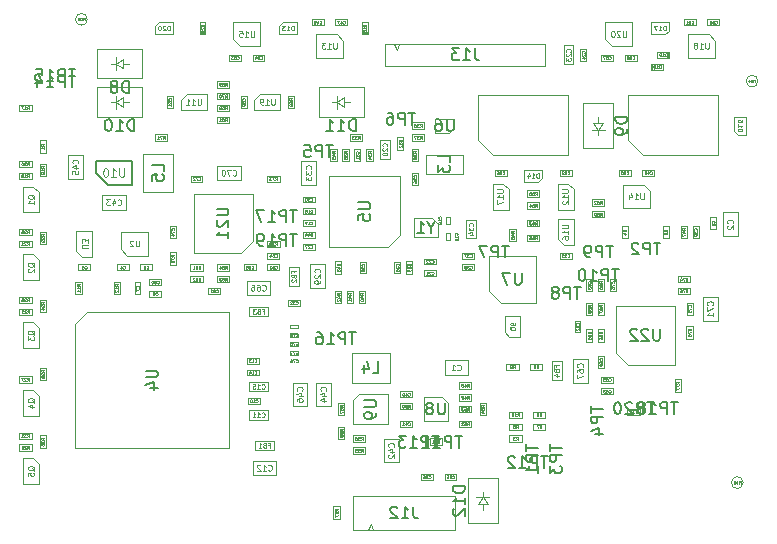
<source format=gbr>
%TF.GenerationSoftware,KiCad,Pcbnew,5.1.10-6.fc34*%
%TF.CreationDate,2021-09-22T18:19:27+02:00*%
%TF.ProjectId,mowi,6d6f7769-2e6b-4696-9361-645f70636258,v1.0*%
%TF.SameCoordinates,Original*%
%TF.FileFunction,Other,Fab,Bot*%
%FSLAX46Y46*%
G04 Gerber Fmt 4.6, Leading zero omitted, Abs format (unit mm)*
G04 Created by KiCad (PCBNEW 5.1.10-6.fc34) date 2021-09-22 18:19:27*
%MOMM*%
%LPD*%
G01*
G04 APERTURE LIST*
%ADD10C,0.100000*%
%ADD11C,0.150000*%
%ADD12C,0.120000*%
%ADD13C,0.060000*%
%ADD14C,0.105000*%
%ADD15C,0.062500*%
%ADD16C,0.080000*%
%ADD17C,0.040000*%
%ADD18C,0.075000*%
G04 APERTURE END LIST*
D10*
%TO.C,C20*%
X142300200Y-73700000D02*
X142300200Y-75300000D01*
X143100200Y-73700000D02*
X142300200Y-73700000D01*
X143100200Y-75300000D02*
X143100200Y-73700000D01*
X142300200Y-75300000D02*
X143100200Y-75300000D01*
D11*
%TO.C,U10*%
X119250000Y-77500000D02*
X121250000Y-77500000D01*
X121250000Y-77500000D02*
X121250000Y-75500000D01*
X121250000Y-75500000D02*
X118250000Y-75500000D01*
X118250000Y-75500000D02*
X118250000Y-76500000D01*
X118250000Y-76500000D02*
X119250000Y-77500000D01*
D10*
%TO.C,U5*%
X143000000Y-82750000D02*
X144000000Y-81750000D01*
X138000000Y-82750000D02*
X143000000Y-82750000D01*
X138000000Y-76750000D02*
X138000000Y-82750000D01*
X144000000Y-76750000D02*
X138000000Y-76750000D01*
X144000000Y-81750000D02*
X144000000Y-76750000D01*
%TO.C,U7*%
X152500000Y-87500000D02*
X155500000Y-87500000D01*
X155500000Y-87500000D02*
X155500000Y-83500000D01*
X155500000Y-83500000D02*
X151500000Y-83500000D01*
X151500000Y-83500000D02*
X151500000Y-86500000D01*
X151500000Y-86500000D02*
X152500000Y-87500000D01*
%TO.C,Q6*%
X152850000Y-90000000D02*
X153200000Y-90350000D01*
X152850000Y-90000000D02*
X152850000Y-88650000D01*
X152850000Y-88650000D02*
X154150000Y-88650000D01*
X154150000Y-88650000D02*
X154150000Y-90350000D01*
X154150000Y-90350000D02*
X153200000Y-90350000D01*
%TO.C,U21*%
X131500000Y-82250000D02*
X131500000Y-78250000D01*
X131500000Y-78250000D02*
X126500000Y-78250000D01*
X126500000Y-78250000D02*
X126500000Y-83250000D01*
X126500000Y-83250000D02*
X130500000Y-83250000D01*
X130500000Y-83250000D02*
X131500000Y-82250000D01*
%TO.C,U22*%
X163250000Y-92750000D02*
X167250000Y-92750000D01*
X167250000Y-92750000D02*
X167250000Y-87750000D01*
X167250000Y-87750000D02*
X162250000Y-87750000D01*
X162250000Y-87750000D02*
X162250000Y-91750000D01*
X162250000Y-91750000D02*
X163250000Y-92750000D01*
%TO.C,J10*%
X170860000Y-69905000D02*
X170860000Y-74985000D01*
X164510000Y-74985000D02*
X163240000Y-73715000D01*
X170860000Y-74985000D02*
X164510000Y-74985000D01*
X163240000Y-69905000D02*
X170860000Y-69905000D01*
X163240000Y-73715000D02*
X163240000Y-69905000D01*
%TO.C,J8*%
X158160000Y-69905000D02*
X158160000Y-74985000D01*
X151810000Y-74985000D02*
X150540000Y-73715000D01*
X158160000Y-74985000D02*
X151810000Y-74985000D01*
X150540000Y-69905000D02*
X158160000Y-69905000D01*
X150540000Y-73715000D02*
X150540000Y-69905000D01*
%TO.C,U9*%
X140000000Y-95750000D02*
X140500000Y-95250000D01*
X140500000Y-95250000D02*
X143000000Y-95250000D01*
X143000000Y-97750000D02*
X143000000Y-95250000D01*
X143000000Y-97750000D02*
X140000000Y-97750000D01*
X140000000Y-95750000D02*
X140000000Y-97750000D01*
%TO.C,U6*%
X148550000Y-71900000D02*
X146950000Y-71900000D01*
X146950000Y-73100000D02*
X146950000Y-71900000D01*
X148550000Y-71900000D02*
X148550000Y-72700000D01*
X146950000Y-73100000D02*
X148150000Y-73100000D01*
X148550000Y-72700000D02*
X148150000Y-73100000D01*
%TO.C,L3*%
X146150000Y-74950000D02*
X146150000Y-76550000D01*
X149350000Y-76550000D02*
X146150000Y-76550000D01*
X149350000Y-76550000D02*
X149350000Y-74950000D01*
X146150000Y-74950000D02*
X149350000Y-74950000D01*
%TO.C,D17*%
X166750200Y-64450000D02*
X166450200Y-64750000D01*
X166450200Y-64750000D02*
X165250200Y-64750000D01*
X165250200Y-64750000D02*
X165250200Y-63750000D01*
X165250200Y-63750000D02*
X166750200Y-63750000D01*
X166750200Y-63750000D02*
X166750200Y-64450000D01*
%TO.C,D13*%
X133750200Y-64050000D02*
X134050200Y-63750000D01*
X134050200Y-63750000D02*
X135250200Y-63750000D01*
X135250200Y-63750000D02*
X135250200Y-64750000D01*
X135250200Y-64750000D02*
X133750200Y-64750000D01*
X133750200Y-64750000D02*
X133750200Y-64050000D01*
%TO.C,U4*%
X129500000Y-88250000D02*
X129500000Y-99750000D01*
X116500000Y-99750000D02*
X129500000Y-99750000D01*
X116500000Y-99750000D02*
X116500000Y-89250000D01*
X129500000Y-88250000D02*
X117500000Y-88250000D01*
X117500000Y-88250000D02*
X116500000Y-89250000D01*
%TO.C,D14*%
X156000200Y-76950000D02*
X155700200Y-77250000D01*
X155700200Y-77250000D02*
X154500200Y-77250000D01*
X154500200Y-77250000D02*
X154500200Y-76250000D01*
X154500200Y-76250000D02*
X156000200Y-76250000D01*
X156000200Y-76250000D02*
X156000200Y-76950000D01*
%TO.C,C46*%
X136125200Y-94250000D02*
X134875200Y-94250000D01*
X134875200Y-94250000D02*
X134875200Y-96250000D01*
X134875200Y-96250000D02*
X136125200Y-96250000D01*
X136125200Y-96250000D02*
X136125200Y-94250000D01*
%TO.C,C45*%
X117125200Y-75000000D02*
X115875200Y-75000000D01*
X115875200Y-75000000D02*
X115875200Y-77000000D01*
X115875200Y-77000000D02*
X117125200Y-77000000D01*
X117125200Y-77000000D02*
X117125200Y-75000000D01*
%TO.C,C44*%
X138125200Y-94250000D02*
X136875200Y-94250000D01*
X136875200Y-94250000D02*
X136875200Y-96250000D01*
X136875200Y-96250000D02*
X138125200Y-96250000D01*
X138125200Y-96250000D02*
X138125200Y-94250000D01*
%TO.C,C15*%
X131200200Y-94200000D02*
X131200200Y-95000000D01*
X131200200Y-95000000D02*
X132800200Y-95000000D01*
X132800200Y-95000000D02*
X132800200Y-94200000D01*
X132800200Y-94200000D02*
X131200200Y-94200000D01*
%TO.C,C11*%
X131200200Y-96600000D02*
X131200200Y-97400000D01*
X131200200Y-97400000D02*
X132800200Y-97400000D01*
X132800200Y-97400000D02*
X132800200Y-96600000D01*
X132800200Y-96600000D02*
X131200200Y-96600000D01*
%TO.C,U20*%
X161900000Y-65750000D02*
X161350000Y-65200000D01*
X161900000Y-65750000D02*
X163650000Y-65750000D01*
X161350000Y-63750000D02*
X161350000Y-65200000D01*
X163650000Y-63750000D02*
X161350000Y-63750000D01*
X163650000Y-65750000D02*
X163650000Y-63750000D01*
%TO.C,U18*%
X170100000Y-64750000D02*
X170650000Y-65300000D01*
X170100000Y-64750000D02*
X168350000Y-64750000D01*
X170650000Y-66750000D02*
X170650000Y-65300000D01*
X168350000Y-66750000D02*
X170650000Y-66750000D01*
X168350000Y-64750000D02*
X168350000Y-66750000D01*
%TO.C,U15*%
X130400000Y-65750000D02*
X129850000Y-65200000D01*
X130400000Y-65750000D02*
X132150000Y-65750000D01*
X129850000Y-63750000D02*
X129850000Y-65200000D01*
X132150000Y-63750000D02*
X129850000Y-63750000D01*
X132150000Y-65750000D02*
X132150000Y-63750000D01*
%TO.C,U13*%
X138600000Y-64750000D02*
X139150000Y-65300000D01*
X138600000Y-64750000D02*
X136850000Y-64750000D01*
X139150000Y-66750000D02*
X139150000Y-65300000D01*
X136850000Y-66750000D02*
X139150000Y-66750000D01*
X136850000Y-64750000D02*
X136850000Y-66750000D01*
%TO.C,U2*%
X120900000Y-83500000D02*
X120350000Y-82950000D01*
X120900000Y-83500000D02*
X122650000Y-83500000D01*
X120350000Y-81500000D02*
X120350000Y-82950000D01*
X122650000Y-81500000D02*
X120350000Y-81500000D01*
X122650000Y-83500000D02*
X122650000Y-81500000D01*
%TO.C,U14*%
X164600000Y-77500000D02*
X165150000Y-78050000D01*
X164600000Y-77500000D02*
X162850000Y-77500000D01*
X165150000Y-79500000D02*
X165150000Y-78050000D01*
X162850000Y-79500000D02*
X165150000Y-79500000D01*
X162850000Y-77500000D02*
X162850000Y-79500000D01*
%TO.C,Y1*%
X146650000Y-80350000D02*
X145150000Y-80350000D01*
X145150000Y-81950000D02*
X145150000Y-80350000D01*
X145150000Y-81950000D02*
X147150000Y-81950000D01*
X147150000Y-80850000D02*
X147150000Y-81950000D01*
X146650000Y-80350000D02*
X147150000Y-80850000D01*
%TO.C,FB1*%
X131700000Y-99185000D02*
X131700000Y-99985000D01*
X131700000Y-99985000D02*
X133300000Y-99985000D01*
X133300000Y-99985000D02*
X133300000Y-99185000D01*
X133300000Y-99185000D02*
X131700000Y-99185000D01*
%TO.C,R37*%
X146025000Y-73770000D02*
X146025000Y-73230000D01*
X146025000Y-73230000D02*
X144975000Y-73230000D01*
X144975000Y-73230000D02*
X144975000Y-73770000D01*
X144975000Y-73770000D02*
X146025000Y-73770000D01*
%TO.C,R36*%
X144975000Y-72230000D02*
X144975000Y-72770000D01*
X144975000Y-72770000D02*
X146025000Y-72770000D01*
X146025000Y-72770000D02*
X146025000Y-72230000D01*
X146025000Y-72230000D02*
X144975000Y-72230000D01*
%TO.C,R78*%
X133775000Y-82770000D02*
X133775000Y-82230000D01*
X133775000Y-82230000D02*
X132725000Y-82230000D01*
X132725000Y-82230000D02*
X132725000Y-82770000D01*
X132725000Y-82770000D02*
X133775000Y-82770000D01*
%TO.C,R72*%
X164275000Y-97020000D02*
X164275000Y-96480000D01*
X164275000Y-96480000D02*
X163225000Y-96480000D01*
X163225000Y-96480000D02*
X163225000Y-97020000D01*
X163225000Y-97020000D02*
X164275000Y-97020000D01*
%TO.C,J13*%
X156260000Y-65575000D02*
X156260000Y-67425000D01*
X156260000Y-67425000D02*
X142740000Y-67425000D01*
X142740000Y-67425000D02*
X142740000Y-65575000D01*
X142740000Y-65575000D02*
X156260000Y-65575000D01*
X143900000Y-65575000D02*
X143700000Y-66075000D01*
X143500000Y-65575000D02*
X143700000Y-66075000D01*
%TO.C,D9*%
X160750000Y-72250000D02*
X160750000Y-71750000D01*
X160350000Y-72250000D02*
X160750000Y-72850000D01*
X161150000Y-72250000D02*
X160350000Y-72250000D01*
X160750000Y-72850000D02*
X161150000Y-72250000D01*
X160750000Y-72850000D02*
X160200000Y-72850000D01*
X160750000Y-72850000D02*
X161300000Y-72850000D01*
X160750000Y-73250000D02*
X160750000Y-72850000D01*
X159500000Y-74400000D02*
X162000000Y-74400000D01*
X159500000Y-70600000D02*
X159500000Y-74400000D01*
X162000000Y-70600000D02*
X159500000Y-70600000D01*
X162000000Y-74400000D02*
X162000000Y-70600000D01*
%TO.C,R67*%
X138330000Y-105775000D02*
X138870000Y-105775000D01*
X138870000Y-105775000D02*
X138870000Y-104725000D01*
X138870000Y-104725000D02*
X138330000Y-104725000D01*
X138330000Y-104725000D02*
X138330000Y-105775000D01*
%TO.C,J12*%
X148600000Y-106770000D02*
X148600000Y-103830000D01*
X140000000Y-106740000D02*
X140000000Y-103860000D01*
X140000000Y-106770000D02*
X148600000Y-106770000D01*
X140000000Y-103830000D02*
X148600000Y-103830000D01*
X141700000Y-106770000D02*
X141500000Y-106240000D01*
X141300000Y-106770000D02*
X141500000Y-106240000D01*
%TO.C,D16*%
X172550000Y-73250000D02*
X172250000Y-72950000D01*
X172250000Y-72950000D02*
X172250000Y-71750000D01*
X172250000Y-71750000D02*
X173250000Y-71750000D01*
X173250000Y-71750000D02*
X173250000Y-73250000D01*
X173250000Y-73250000D02*
X172550000Y-73250000D01*
%TO.C,R76*%
X168230000Y-90525000D02*
X168770000Y-90525000D01*
X168770000Y-90525000D02*
X168770000Y-89475000D01*
X168770000Y-89475000D02*
X168230000Y-89475000D01*
X168230000Y-89475000D02*
X168230000Y-90525000D01*
%TO.C,R75*%
X168525000Y-86770000D02*
X168525000Y-86230000D01*
X168525000Y-86230000D02*
X167475000Y-86230000D01*
X167475000Y-86230000D02*
X167475000Y-86770000D01*
X167475000Y-86770000D02*
X168525000Y-86770000D01*
%TO.C,R74*%
X168525000Y-85770000D02*
X168525000Y-85230000D01*
X168525000Y-85230000D02*
X167475000Y-85230000D01*
X167475000Y-85230000D02*
X167475000Y-85770000D01*
X167475000Y-85770000D02*
X168525000Y-85770000D01*
%TO.C,FID6*%
X173030000Y-102720000D02*
G75*
G03*
X173030000Y-102720000I-500000J0D01*
G01*
%TO.C,FID5*%
X117500000Y-63500000D02*
G75*
G03*
X117500000Y-63500000I-500000J0D01*
G01*
%TO.C,FID4*%
X174280000Y-68720000D02*
G75*
G03*
X174280000Y-68720000I-500000J0D01*
G01*
%TO.C,R12*%
X120270200Y-85725000D02*
X119730200Y-85725000D01*
X119730200Y-85725000D02*
X119730200Y-86775000D01*
X119730200Y-86775000D02*
X120270200Y-86775000D01*
X120270200Y-86775000D02*
X120270200Y-85725000D01*
%TO.C,C79*%
X134700000Y-89350000D02*
X134700000Y-89650000D01*
X134700000Y-89650000D02*
X135300000Y-89650000D01*
X135300000Y-89650000D02*
X135300000Y-89350000D01*
X135300000Y-89350000D02*
X134700000Y-89350000D01*
%TO.C,C78*%
X134700000Y-90100000D02*
X134700000Y-90400000D01*
X134700000Y-90400000D02*
X135300000Y-90400000D01*
X135300000Y-90400000D02*
X135300000Y-90100000D01*
X135300000Y-90100000D02*
X134700000Y-90100000D01*
%TO.C,C77*%
X134700000Y-90850000D02*
X134700000Y-91150000D01*
X134700000Y-91150000D02*
X135300000Y-91150000D01*
X135300000Y-91150000D02*
X135300000Y-90850000D01*
X135300000Y-90850000D02*
X134700000Y-90850000D01*
%TO.C,C76*%
X134700000Y-91600000D02*
X134700000Y-91900000D01*
X134700000Y-91900000D02*
X135300000Y-91900000D01*
X135300000Y-91900000D02*
X135300000Y-91600000D01*
X135300000Y-91600000D02*
X134700000Y-91600000D01*
%TO.C,R11*%
X117020200Y-85725000D02*
X116480200Y-85725000D01*
X116480200Y-85725000D02*
X116480200Y-86775000D01*
X116480200Y-86775000D02*
X117020200Y-86775000D01*
X117020200Y-86775000D02*
X117020200Y-85725000D01*
%TO.C,C14*%
X131000000Y-93150000D02*
X131000000Y-93650000D01*
X131000000Y-93650000D02*
X132000000Y-93650000D01*
X132000000Y-93650000D02*
X132000000Y-93150000D01*
X132000000Y-93150000D02*
X131000000Y-93150000D01*
%TO.C,C13*%
X131000000Y-92150000D02*
X131000000Y-92650000D01*
X131000000Y-92650000D02*
X132000000Y-92650000D01*
X132000000Y-92650000D02*
X132000000Y-92150000D01*
X132000000Y-92150000D02*
X131000000Y-92150000D01*
%TO.C,C9*%
X122750000Y-86500000D02*
X122750000Y-87000000D01*
X122750000Y-87000000D02*
X123750000Y-87000000D01*
X123750000Y-87000000D02*
X123750000Y-86500000D01*
X123750000Y-86500000D02*
X122750000Y-86500000D01*
%TO.C,C7*%
X121500000Y-86750000D02*
X122000000Y-86750000D01*
X122000000Y-86750000D02*
X122000000Y-85750000D01*
X122000000Y-85750000D02*
X121500000Y-85750000D01*
X121500000Y-85750000D02*
X121500000Y-86750000D01*
%TO.C,R70*%
X129525000Y-70270000D02*
X129525000Y-69730000D01*
X129525000Y-69730000D02*
X128475000Y-69730000D01*
X128475000Y-69730000D02*
X128475000Y-70270000D01*
X128475000Y-70270000D02*
X129525000Y-70270000D01*
D12*
%TO.C,L5*%
X124750200Y-78100000D02*
X122250200Y-78100000D01*
X124750200Y-74900000D02*
X124750200Y-78100000D01*
X122250200Y-74900000D02*
X124750200Y-74900000D01*
X122250200Y-78100000D02*
X122250200Y-74900000D01*
D10*
%TO.C,C28*%
X141100000Y-84000000D02*
X140600000Y-84000000D01*
X140600000Y-84000000D02*
X140600000Y-85000000D01*
X140600000Y-85000000D02*
X141100000Y-85000000D01*
X141100000Y-85000000D02*
X141100000Y-84000000D01*
%TO.C,R54*%
X151270000Y-95975000D02*
X150730000Y-95975000D01*
X150730000Y-95975000D02*
X150730000Y-97025000D01*
X150730000Y-97025000D02*
X151270000Y-97025000D01*
X151270000Y-97025000D02*
X151270000Y-95975000D01*
%TO.C,C19*%
X148200000Y-80200000D02*
X147900000Y-80200000D01*
X147900000Y-80200000D02*
X147900000Y-80800000D01*
X147900000Y-80800000D02*
X148200000Y-80800000D01*
X148200000Y-80800000D02*
X148200000Y-80200000D01*
%TO.C,C18*%
X147900000Y-82200000D02*
X148200000Y-82200000D01*
X148200000Y-82200000D02*
X148200000Y-81600000D01*
X148200000Y-81600000D02*
X147900000Y-81600000D01*
X147900000Y-81600000D02*
X147900000Y-82200000D01*
%TO.C,D12*%
X151000000Y-104500000D02*
X151000000Y-105000000D01*
X151400000Y-104500000D02*
X151000000Y-103900000D01*
X150600000Y-104500000D02*
X151400000Y-104500000D01*
X151000000Y-103900000D02*
X150600000Y-104500000D01*
X151000000Y-103900000D02*
X151550000Y-103900000D01*
X151000000Y-103900000D02*
X150450000Y-103900000D01*
X151000000Y-103500000D02*
X151000000Y-103900000D01*
X152250000Y-102350000D02*
X149750000Y-102350000D01*
X152250000Y-106150000D02*
X152250000Y-102350000D01*
X149750000Y-106150000D02*
X152250000Y-106150000D01*
X149750000Y-102350000D02*
X149750000Y-106150000D01*
%TO.C,D8*%
X120500000Y-67250000D02*
X121000000Y-67250000D01*
X120500000Y-66850000D02*
X119900000Y-67250000D01*
X120500000Y-67650000D02*
X120500000Y-66850000D01*
X119900000Y-67250000D02*
X120500000Y-67650000D01*
X119900000Y-67250000D02*
X119900000Y-66700000D01*
X119900000Y-67250000D02*
X119900000Y-67800000D01*
X119500000Y-67250000D02*
X119900000Y-67250000D01*
X118350000Y-66000000D02*
X118350000Y-68500000D01*
X122150000Y-66000000D02*
X118350000Y-66000000D01*
X122150000Y-68500000D02*
X122150000Y-66000000D01*
X118350000Y-68500000D02*
X122150000Y-68500000D01*
%TO.C,D11*%
X139250000Y-70500000D02*
X139750000Y-70500000D01*
X139250000Y-70100000D02*
X138650000Y-70500000D01*
X139250000Y-70900000D02*
X139250000Y-70100000D01*
X138650000Y-70500000D02*
X139250000Y-70900000D01*
X138650000Y-70500000D02*
X138650000Y-69950000D01*
X138650000Y-70500000D02*
X138650000Y-71050000D01*
X138250000Y-70500000D02*
X138650000Y-70500000D01*
X137100000Y-69250000D02*
X137100000Y-71750000D01*
X140900000Y-69250000D02*
X137100000Y-69250000D01*
X140900000Y-71750000D02*
X140900000Y-69250000D01*
X137100000Y-71750000D02*
X140900000Y-71750000D01*
%TO.C,D10*%
X120500000Y-70500000D02*
X121000000Y-70500000D01*
X120500000Y-70100000D02*
X119900000Y-70500000D01*
X120500000Y-70900000D02*
X120500000Y-70100000D01*
X119900000Y-70500000D02*
X120500000Y-70900000D01*
X119900000Y-70500000D02*
X119900000Y-69950000D01*
X119900000Y-70500000D02*
X119900000Y-71050000D01*
X119500000Y-70500000D02*
X119900000Y-70500000D01*
X118350000Y-69250000D02*
X118350000Y-71750000D01*
X122150000Y-69250000D02*
X118350000Y-69250000D01*
X122150000Y-71750000D02*
X122150000Y-69250000D01*
X118350000Y-71750000D02*
X122150000Y-71750000D01*
%TO.C,C34*%
X149600000Y-82050000D02*
X150400000Y-82050000D01*
X150400000Y-82050000D02*
X150400000Y-80450000D01*
X150400000Y-80450000D02*
X149600000Y-80450000D01*
X149600000Y-80450000D02*
X149600000Y-82050000D01*
%TO.C,C71*%
X169625000Y-89000000D02*
X170875000Y-89000000D01*
X170875000Y-89000000D02*
X170875000Y-87000000D01*
X170875000Y-87000000D02*
X169625000Y-87000000D01*
X169625000Y-87000000D02*
X169625000Y-89000000D01*
%TO.C,C70*%
X128500000Y-75875000D02*
X128500000Y-77125000D01*
X128500000Y-77125000D02*
X130500000Y-77125000D01*
X130500000Y-77125000D02*
X130500000Y-75875000D01*
X130500000Y-75875000D02*
X128500000Y-75875000D01*
%TO.C,C67*%
X159875000Y-92250000D02*
X158625000Y-92250000D01*
X158625000Y-92250000D02*
X158625000Y-94250000D01*
X158625000Y-94250000D02*
X159875000Y-94250000D01*
X159875000Y-94250000D02*
X159875000Y-92250000D01*
%TO.C,C66*%
X131000000Y-85625000D02*
X131000000Y-86875000D01*
X131000000Y-86875000D02*
X133000000Y-86875000D01*
X133000000Y-86875000D02*
X133000000Y-85625000D01*
X133000000Y-85625000D02*
X131000000Y-85625000D01*
%TO.C,C43*%
X120750000Y-79625000D02*
X120750000Y-78375000D01*
X120750000Y-78375000D02*
X118750000Y-78375000D01*
X118750000Y-78375000D02*
X118750000Y-79625000D01*
X118750000Y-79625000D02*
X120750000Y-79625000D01*
%TO.C,C42*%
X143875000Y-99000000D02*
X142625000Y-99000000D01*
X142625000Y-99000000D02*
X142625000Y-101000000D01*
X142625000Y-101000000D02*
X143875000Y-101000000D01*
X143875000Y-101000000D02*
X143875000Y-99000000D01*
%TO.C,C33*%
X135625000Y-77500000D02*
X136875000Y-77500000D01*
X136875000Y-77500000D02*
X136875000Y-75500000D01*
X136875000Y-75500000D02*
X135625000Y-75500000D01*
X135625000Y-75500000D02*
X135625000Y-77500000D01*
%TO.C,C29*%
X137625000Y-84250000D02*
X136375000Y-84250000D01*
X136375000Y-84250000D02*
X136375000Y-86250000D01*
X136375000Y-86250000D02*
X137625000Y-86250000D01*
X137625000Y-86250000D02*
X137625000Y-84250000D01*
%TO.C,C23*%
X158650000Y-65700000D02*
X157850000Y-65700000D01*
X157850000Y-65700000D02*
X157850000Y-67300000D01*
X157850000Y-67300000D02*
X158650000Y-67300000D01*
X158650000Y-67300000D02*
X158650000Y-65700000D01*
%TO.C,C12*%
X131500000Y-100865000D02*
X131500000Y-102115000D01*
X131500000Y-102115000D02*
X133500000Y-102115000D01*
X133500000Y-102115000D02*
X133500000Y-100865000D01*
X133500000Y-100865000D02*
X131500000Y-100865000D01*
%TO.C,C2*%
X171325000Y-81850000D02*
X172575000Y-81850000D01*
X172575000Y-81850000D02*
X172575000Y-79850000D01*
X172575000Y-79850000D02*
X171325000Y-79850000D01*
X171325000Y-79850000D02*
X171325000Y-81850000D01*
%TO.C,C1*%
X149750000Y-93625000D02*
X149750000Y-92375000D01*
X149750000Y-92375000D02*
X147750000Y-92375000D01*
X147750000Y-92375000D02*
X147750000Y-93625000D01*
X147750000Y-93625000D02*
X149750000Y-93625000D01*
%TO.C,U19*%
X131650000Y-71175000D02*
X131650000Y-70325000D01*
X132150000Y-69825000D02*
X133850000Y-69825000D01*
X131650000Y-71175000D02*
X133850000Y-71175000D01*
X133850000Y-71175000D02*
X133850000Y-69825000D01*
X131650000Y-70325000D02*
X132150000Y-69825000D01*
%TO.C,U17*%
X151825000Y-77400000D02*
X152675000Y-77400000D01*
X153175000Y-77900000D02*
X153175000Y-79600000D01*
X151825000Y-77400000D02*
X151825000Y-79600000D01*
X151825000Y-79600000D02*
X153175000Y-79600000D01*
X152675000Y-77400000D02*
X153175000Y-77900000D01*
%TO.C,U16*%
X158675000Y-82600000D02*
X157825000Y-82600000D01*
X157325000Y-82100000D02*
X157325000Y-80400000D01*
X158675000Y-82600000D02*
X158675000Y-80400000D01*
X158675000Y-80400000D02*
X157325000Y-80400000D01*
X157825000Y-82600000D02*
X157325000Y-82100000D01*
%TO.C,U12*%
X157325000Y-77400000D02*
X158175000Y-77400000D01*
X158675000Y-77900000D02*
X158675000Y-79600000D01*
X157325000Y-77400000D02*
X157325000Y-79600000D01*
X157325000Y-79600000D02*
X158675000Y-79600000D01*
X158175000Y-77400000D02*
X158675000Y-77900000D01*
%TO.C,U11*%
X125400000Y-71180000D02*
X125400000Y-70330000D01*
X125900000Y-69830000D02*
X127600000Y-69830000D01*
X125400000Y-71180000D02*
X127600000Y-71180000D01*
X127600000Y-71180000D02*
X127600000Y-69830000D01*
X125400000Y-70330000D02*
X125900000Y-69830000D01*
%TO.C,U8*%
X147500000Y-95500000D02*
X146000000Y-95500000D01*
X146000000Y-97500000D02*
X146000000Y-95500000D01*
X148000000Y-96000000D02*
X148000000Y-97500000D01*
X146000000Y-97500000D02*
X148000000Y-97500000D01*
X147500000Y-95500000D02*
X148000000Y-96000000D01*
%TO.C,U3*%
X117925000Y-83600000D02*
X117075000Y-83600000D01*
X116575000Y-83100000D02*
X116575000Y-81400000D01*
X117925000Y-83600000D02*
X117925000Y-81400000D01*
X117925000Y-81400000D02*
X116575000Y-81400000D01*
X117075000Y-83600000D02*
X116575000Y-83100000D01*
%TO.C,R88*%
X160270000Y-87475000D02*
X159730000Y-87475000D01*
X159730000Y-87475000D02*
X159730000Y-88525000D01*
X159730000Y-88525000D02*
X160270000Y-88525000D01*
X160270000Y-88525000D02*
X160270000Y-87475000D01*
%TO.C,R87*%
X161270000Y-87475000D02*
X160730000Y-87475000D01*
X160730000Y-87475000D02*
X160730000Y-88525000D01*
X160730000Y-88525000D02*
X161270000Y-88525000D01*
X161270000Y-88525000D02*
X161270000Y-87475000D01*
%TO.C,R86*%
X161270000Y-89725000D02*
X160730000Y-89725000D01*
X160730000Y-89725000D02*
X160730000Y-90775000D01*
X160730000Y-90775000D02*
X161270000Y-90775000D01*
X161270000Y-90775000D02*
X161270000Y-89725000D01*
%TO.C,R85*%
X160270000Y-89725000D02*
X159730000Y-89725000D01*
X159730000Y-89725000D02*
X159730000Y-90775000D01*
X159730000Y-90775000D02*
X160270000Y-90775000D01*
X160270000Y-90775000D02*
X160270000Y-89725000D01*
%TO.C,R84*%
X128475000Y-84230000D02*
X128475000Y-84770000D01*
X128475000Y-84770000D02*
X129525000Y-84770000D01*
X129525000Y-84770000D02*
X129525000Y-84230000D01*
X129525000Y-84230000D02*
X128475000Y-84230000D01*
%TO.C,R83*%
X128475000Y-85230000D02*
X128475000Y-85770000D01*
X128475000Y-85770000D02*
X129525000Y-85770000D01*
X129525000Y-85770000D02*
X129525000Y-85230000D01*
X129525000Y-85230000D02*
X128475000Y-85230000D01*
%TO.C,R82*%
X126225000Y-85230000D02*
X126225000Y-85770000D01*
X126225000Y-85770000D02*
X127275000Y-85770000D01*
X127275000Y-85770000D02*
X127275000Y-85230000D01*
X127275000Y-85230000D02*
X126225000Y-85230000D01*
%TO.C,R81*%
X126225000Y-84230000D02*
X126225000Y-84770000D01*
X126225000Y-84770000D02*
X127275000Y-84770000D01*
X127275000Y-84770000D02*
X127275000Y-84230000D01*
X127275000Y-84230000D02*
X126225000Y-84230000D01*
%TO.C,R80*%
X160730000Y-86525000D02*
X161270000Y-86525000D01*
X161270000Y-86525000D02*
X161270000Y-85475000D01*
X161270000Y-85475000D02*
X160730000Y-85475000D01*
X160730000Y-85475000D02*
X160730000Y-86525000D01*
%TO.C,R79*%
X125020000Y-83225000D02*
X124480000Y-83225000D01*
X124480000Y-83225000D02*
X124480000Y-84275000D01*
X124480000Y-84275000D02*
X125020000Y-84275000D01*
X125020000Y-84275000D02*
X125020000Y-83225000D01*
%TO.C,R77*%
X167770000Y-93985000D02*
X167230000Y-93985000D01*
X167230000Y-93985000D02*
X167230000Y-95035000D01*
X167230000Y-95035000D02*
X167770000Y-95035000D01*
X167770000Y-95035000D02*
X167770000Y-93985000D01*
%TO.C,R73*%
X133775000Y-77270000D02*
X133775000Y-76730000D01*
X133775000Y-76730000D02*
X132725000Y-76730000D01*
X132725000Y-76730000D02*
X132725000Y-77270000D01*
X132725000Y-77270000D02*
X133775000Y-77270000D01*
%TO.C,R71*%
X124275000Y-73770000D02*
X124275000Y-73230000D01*
X124275000Y-73230000D02*
X123225000Y-73230000D01*
X123225000Y-73230000D02*
X123225000Y-73770000D01*
X123225000Y-73770000D02*
X124275000Y-73770000D01*
%TO.C,R69*%
X129525000Y-69270000D02*
X129525000Y-68730000D01*
X129525000Y-68730000D02*
X128475000Y-68730000D01*
X128475000Y-68730000D02*
X128475000Y-69270000D01*
X128475000Y-69270000D02*
X129525000Y-69270000D01*
%TO.C,R68*%
X135020000Y-69975000D02*
X134480000Y-69975000D01*
X134480000Y-69975000D02*
X134480000Y-71025000D01*
X134480000Y-71025000D02*
X135020000Y-71025000D01*
X135020000Y-71025000D02*
X135020000Y-69975000D01*
%TO.C,R66*%
X154725000Y-77980000D02*
X154725000Y-78520000D01*
X154725000Y-78520000D02*
X155775000Y-78520000D01*
X155775000Y-78520000D02*
X155775000Y-77980000D01*
X155775000Y-77980000D02*
X154725000Y-77980000D01*
%TO.C,R65*%
X155775000Y-82270000D02*
X155775000Y-81730000D01*
X155775000Y-81730000D02*
X154725000Y-81730000D01*
X154725000Y-81730000D02*
X154725000Y-82270000D01*
X154725000Y-82270000D02*
X155775000Y-82270000D01*
%TO.C,R64*%
X154725000Y-78980000D02*
X154725000Y-79520000D01*
X154725000Y-79520000D02*
X155775000Y-79520000D01*
X155775000Y-79520000D02*
X155775000Y-78980000D01*
X155775000Y-78980000D02*
X154725000Y-78980000D01*
%TO.C,R63*%
X155775000Y-81020000D02*
X155775000Y-80480000D01*
X155775000Y-80480000D02*
X154725000Y-80480000D01*
X154725000Y-80480000D02*
X154725000Y-81020000D01*
X154725000Y-81020000D02*
X155775000Y-81020000D01*
%TO.C,R62*%
X160225000Y-78730000D02*
X160225000Y-79270000D01*
X160225000Y-79270000D02*
X161275000Y-79270000D01*
X161275000Y-79270000D02*
X161275000Y-78730000D01*
X161275000Y-78730000D02*
X160225000Y-78730000D01*
%TO.C,R61*%
X128475000Y-71730000D02*
X128475000Y-72270000D01*
X128475000Y-72270000D02*
X129525000Y-72270000D01*
X129525000Y-72270000D02*
X129525000Y-71730000D01*
X129525000Y-71730000D02*
X128475000Y-71730000D01*
%TO.C,R60*%
X160225000Y-79730000D02*
X160225000Y-80270000D01*
X160225000Y-80270000D02*
X161275000Y-80270000D01*
X161275000Y-80270000D02*
X161275000Y-79730000D01*
X161275000Y-79730000D02*
X160225000Y-79730000D01*
%TO.C,R59*%
X128475000Y-70730000D02*
X128475000Y-71270000D01*
X128475000Y-71270000D02*
X129525000Y-71270000D01*
X129525000Y-71270000D02*
X129525000Y-70730000D01*
X129525000Y-70730000D02*
X128475000Y-70730000D01*
%TO.C,R58*%
X139270000Y-97975000D02*
X138730000Y-97975000D01*
X138730000Y-97975000D02*
X138730000Y-99025000D01*
X138730000Y-99025000D02*
X139270000Y-99025000D01*
X139270000Y-99025000D02*
X139270000Y-97975000D01*
%TO.C,R57*%
X139270000Y-95975000D02*
X138730000Y-95975000D01*
X138730000Y-95975000D02*
X138730000Y-97025000D01*
X138730000Y-97025000D02*
X139270000Y-97025000D01*
X139270000Y-97025000D02*
X139270000Y-95975000D01*
%TO.C,R56*%
X139975000Y-98730000D02*
X139975000Y-99270000D01*
X139975000Y-99270000D02*
X141025000Y-99270000D01*
X141025000Y-99270000D02*
X141025000Y-98730000D01*
X141025000Y-98730000D02*
X139975000Y-98730000D01*
%TO.C,R55*%
X139975000Y-99730000D02*
X139975000Y-100270000D01*
X139975000Y-100270000D02*
X141025000Y-100270000D01*
X141025000Y-100270000D02*
X141025000Y-99730000D01*
X141025000Y-99730000D02*
X139975000Y-99730000D01*
%TO.C,R53*%
X148975000Y-96230000D02*
X148975000Y-96770000D01*
X148975000Y-96770000D02*
X150025000Y-96770000D01*
X150025000Y-96770000D02*
X150025000Y-96230000D01*
X150025000Y-96230000D02*
X148975000Y-96230000D01*
%TO.C,R52*%
X148975000Y-97480000D02*
X148975000Y-98020000D01*
X148975000Y-98020000D02*
X150025000Y-98020000D01*
X150025000Y-98020000D02*
X150025000Y-97480000D01*
X150025000Y-97480000D02*
X148975000Y-97480000D01*
%TO.C,R51*%
X146475000Y-98980000D02*
X146475000Y-99520000D01*
X146475000Y-99520000D02*
X147525000Y-99520000D01*
X147525000Y-99520000D02*
X147525000Y-98980000D01*
X147525000Y-98980000D02*
X146475000Y-98980000D01*
%TO.C,R50*%
X145025000Y-96520000D02*
X145025000Y-95980000D01*
X145025000Y-95980000D02*
X143975000Y-95980000D01*
X143975000Y-95980000D02*
X143975000Y-96520000D01*
X143975000Y-96520000D02*
X145025000Y-96520000D01*
%TO.C,R49*%
X148975000Y-95230000D02*
X148975000Y-95770000D01*
X148975000Y-95770000D02*
X150025000Y-95770000D01*
X150025000Y-95770000D02*
X150025000Y-95230000D01*
X150025000Y-95230000D02*
X148975000Y-95230000D01*
%TO.C,R48*%
X148975000Y-94230000D02*
X148975000Y-94770000D01*
X148975000Y-94770000D02*
X150025000Y-94770000D01*
X150025000Y-94770000D02*
X150025000Y-94230000D01*
X150025000Y-94230000D02*
X148975000Y-94230000D01*
%TO.C,R47*%
X168270000Y-80975000D02*
X167730000Y-80975000D01*
X167730000Y-80975000D02*
X167730000Y-82025000D01*
X167730000Y-82025000D02*
X168270000Y-82025000D01*
X168270000Y-82025000D02*
X168270000Y-80975000D01*
%TO.C,R46*%
X153770000Y-81225000D02*
X153230000Y-81225000D01*
X153230000Y-81225000D02*
X153230000Y-82275000D01*
X153230000Y-82275000D02*
X153770000Y-82275000D01*
X153770000Y-82275000D02*
X153770000Y-81225000D01*
%TO.C,R43*%
X139020000Y-83975000D02*
X138480000Y-83975000D01*
X138480000Y-83975000D02*
X138480000Y-85025000D01*
X138480000Y-85025000D02*
X139020000Y-85025000D01*
X139020000Y-85025000D02*
X139020000Y-83975000D01*
%TO.C,R42*%
X139020000Y-86475000D02*
X138480000Y-86475000D01*
X138480000Y-86475000D02*
X138480000Y-87525000D01*
X138480000Y-87525000D02*
X139020000Y-87525000D01*
X139020000Y-87525000D02*
X139020000Y-86475000D01*
%TO.C,R41*%
X140020000Y-86475000D02*
X139480000Y-86475000D01*
X139480000Y-86475000D02*
X139480000Y-87525000D01*
X139480000Y-87525000D02*
X140020000Y-87525000D01*
X140020000Y-87525000D02*
X140020000Y-86475000D01*
%TO.C,R40*%
X141020000Y-86475000D02*
X140480000Y-86475000D01*
X140480000Y-86475000D02*
X140480000Y-87525000D01*
X140480000Y-87525000D02*
X141020000Y-87525000D01*
X141020000Y-87525000D02*
X141020000Y-86475000D01*
%TO.C,R45*%
X138080200Y-75525000D02*
X138620200Y-75525000D01*
X138620200Y-75525000D02*
X138620200Y-74475000D01*
X138620200Y-74475000D02*
X138080200Y-74475000D01*
X138080200Y-74475000D02*
X138080200Y-75525000D01*
%TO.C,R44*%
X136775000Y-82020000D02*
X136775000Y-81480000D01*
X136775000Y-81480000D02*
X135725000Y-81480000D01*
X135725000Y-81480000D02*
X135725000Y-82020000D01*
X135725000Y-82020000D02*
X136775000Y-82020000D01*
%TO.C,R39*%
X144480200Y-85025000D02*
X145020200Y-85025000D01*
X145020200Y-85025000D02*
X145020200Y-83975000D01*
X145020200Y-83975000D02*
X144480200Y-83975000D01*
X144480200Y-83975000D02*
X144480200Y-85025000D01*
%TO.C,R38*%
X144980000Y-75525000D02*
X145520000Y-75525000D01*
X145520000Y-75525000D02*
X145520000Y-74475000D01*
X145520000Y-74475000D02*
X144980000Y-74475000D01*
X144980000Y-74475000D02*
X144980000Y-75525000D01*
%TO.C,R35*%
X139080200Y-75525000D02*
X139620200Y-75525000D01*
X139620200Y-75525000D02*
X139620200Y-74475000D01*
X139620200Y-74475000D02*
X139080200Y-74475000D01*
X139080200Y-74475000D02*
X139080200Y-75525000D01*
%TO.C,R34*%
X141130200Y-75525000D02*
X141670200Y-75525000D01*
X141670200Y-75525000D02*
X141670200Y-74475000D01*
X141670200Y-74475000D02*
X141130200Y-74475000D01*
X141130200Y-74475000D02*
X141130200Y-75525000D01*
%TO.C,R33*%
X140775000Y-73770000D02*
X140775000Y-73230000D01*
X140775000Y-73230000D02*
X139725000Y-73230000D01*
X139725000Y-73230000D02*
X139725000Y-73770000D01*
X139725000Y-73770000D02*
X140775000Y-73770000D01*
%TO.C,R32*%
X144270200Y-73475000D02*
X143730200Y-73475000D01*
X143730200Y-73475000D02*
X143730200Y-74525000D01*
X143730200Y-74525000D02*
X144270200Y-74525000D01*
X144270200Y-74525000D02*
X144270200Y-73475000D01*
%TO.C,R31*%
X112775000Y-99020000D02*
X112775000Y-98480000D01*
X112775000Y-98480000D02*
X111725000Y-98480000D01*
X111725000Y-98480000D02*
X111725000Y-99020000D01*
X111725000Y-99020000D02*
X112775000Y-99020000D01*
%TO.C,R30*%
X113480000Y-99775000D02*
X114020000Y-99775000D01*
X114020000Y-99775000D02*
X114020000Y-98725000D01*
X114020000Y-98725000D02*
X113480000Y-98725000D01*
X113480000Y-98725000D02*
X113480000Y-99775000D01*
%TO.C,R29*%
X112785000Y-100020000D02*
X112785000Y-99480000D01*
X112785000Y-99480000D02*
X111735000Y-99480000D01*
X111735000Y-99480000D02*
X111735000Y-100020000D01*
X111735000Y-100020000D02*
X112785000Y-100020000D01*
%TO.C,R28*%
X113480000Y-94025000D02*
X114020000Y-94025000D01*
X114020000Y-94025000D02*
X114020000Y-92975000D01*
X114020000Y-92975000D02*
X113480000Y-92975000D01*
X113480000Y-92975000D02*
X113480000Y-94025000D01*
%TO.C,R27*%
X112775000Y-94270000D02*
X112775000Y-93730000D01*
X112775000Y-93730000D02*
X111725000Y-93730000D01*
X111725000Y-93730000D02*
X111725000Y-94270000D01*
X111725000Y-94270000D02*
X112775000Y-94270000D01*
%TO.C,R26*%
X112775000Y-87520000D02*
X112775000Y-86980000D01*
X112775000Y-86980000D02*
X111725000Y-86980000D01*
X111725000Y-86980000D02*
X111725000Y-87520000D01*
X111725000Y-87520000D02*
X112775000Y-87520000D01*
%TO.C,R25*%
X112775000Y-81770000D02*
X112775000Y-81230000D01*
X112775000Y-81230000D02*
X111725000Y-81230000D01*
X111725000Y-81230000D02*
X111725000Y-81770000D01*
X111725000Y-81770000D02*
X112775000Y-81770000D01*
%TO.C,R24*%
X113480000Y-88275000D02*
X114020000Y-88275000D01*
X114020000Y-88275000D02*
X114020000Y-87225000D01*
X114020000Y-87225000D02*
X113480000Y-87225000D01*
X113480000Y-87225000D02*
X113480000Y-88275000D01*
%TO.C,R23*%
X112785000Y-88520000D02*
X112785000Y-87980000D01*
X112785000Y-87980000D02*
X111735000Y-87980000D01*
X111735000Y-87980000D02*
X111735000Y-88520000D01*
X111735000Y-88520000D02*
X112785000Y-88520000D01*
%TO.C,R22*%
X113480000Y-82525000D02*
X114020000Y-82525000D01*
X114020000Y-82525000D02*
X114020000Y-81475000D01*
X114020000Y-81475000D02*
X113480000Y-81475000D01*
X113480000Y-81475000D02*
X113480000Y-82525000D01*
%TO.C,R21*%
X112775000Y-82770000D02*
X112775000Y-82230000D01*
X112775000Y-82230000D02*
X111725000Y-82230000D01*
X111725000Y-82230000D02*
X111725000Y-82770000D01*
X111725000Y-82770000D02*
X112775000Y-82770000D01*
%TO.C,R20*%
X112775000Y-76020000D02*
X112775000Y-75480000D01*
X112775000Y-75480000D02*
X111725000Y-75480000D01*
X111725000Y-75480000D02*
X111725000Y-76020000D01*
X111725000Y-76020000D02*
X112775000Y-76020000D01*
%TO.C,R19*%
X113480000Y-76775000D02*
X114020000Y-76775000D01*
X114020000Y-76775000D02*
X114020000Y-75725000D01*
X114020000Y-75725000D02*
X113480000Y-75725000D01*
X113480000Y-75725000D02*
X113480000Y-76775000D01*
%TO.C,R18*%
X112775000Y-77020000D02*
X112775000Y-76480000D01*
X112775000Y-76480000D02*
X111725000Y-76480000D01*
X111725000Y-76480000D02*
X111725000Y-77020000D01*
X111725000Y-77020000D02*
X112775000Y-77020000D01*
%TO.C,R17*%
X112775000Y-71270000D02*
X112775000Y-70730000D01*
X112775000Y-70730000D02*
X111725000Y-70730000D01*
X111725000Y-70730000D02*
X111725000Y-71270000D01*
X111725000Y-71270000D02*
X112775000Y-71270000D01*
%TO.C,R10*%
X153225000Y-96730000D02*
X153225000Y-97270000D01*
X153225000Y-97270000D02*
X154275000Y-97270000D01*
X154275000Y-97270000D02*
X154275000Y-96730000D01*
X154275000Y-96730000D02*
X153225000Y-96730000D01*
%TO.C,R9*%
X156275000Y-97270000D02*
X156275000Y-96730000D01*
X156275000Y-96730000D02*
X155225000Y-96730000D01*
X155225000Y-96730000D02*
X155225000Y-97270000D01*
X155225000Y-97270000D02*
X156275000Y-97270000D01*
%TO.C,R8*%
X154025000Y-93200000D02*
X154025000Y-92660000D01*
X154025000Y-92660000D02*
X152975000Y-92660000D01*
X152975000Y-92660000D02*
X152975000Y-93200000D01*
X152975000Y-93200000D02*
X154025000Y-93200000D01*
%TO.C,R7*%
X156275000Y-98270000D02*
X156275000Y-97730000D01*
X156275000Y-97730000D02*
X155225000Y-97730000D01*
X155225000Y-97730000D02*
X155225000Y-98270000D01*
X155225000Y-98270000D02*
X156275000Y-98270000D01*
%TO.C,R6*%
X154975000Y-92660000D02*
X154975000Y-93200000D01*
X154975000Y-93200000D02*
X156025000Y-93200000D01*
X156025000Y-93200000D02*
X156025000Y-92660000D01*
X156025000Y-92660000D02*
X154975000Y-92660000D01*
%TO.C,R5*%
X154275000Y-98270000D02*
X154275000Y-97730000D01*
X154275000Y-97730000D02*
X153225000Y-97730000D01*
X153225000Y-97730000D02*
X153225000Y-98270000D01*
X153225000Y-98270000D02*
X154275000Y-98270000D01*
%TO.C,R4*%
X163270000Y-80975000D02*
X162730000Y-80975000D01*
X162730000Y-80975000D02*
X162730000Y-82025000D01*
X162730000Y-82025000D02*
X163270000Y-82025000D01*
X163270000Y-82025000D02*
X163270000Y-80975000D01*
%TO.C,R3*%
X153225000Y-98730000D02*
X153225000Y-99270000D01*
X153225000Y-99270000D02*
X154275000Y-99270000D01*
X154275000Y-99270000D02*
X154275000Y-98730000D01*
X154275000Y-98730000D02*
X153225000Y-98730000D01*
%TO.C,R2*%
X166770000Y-80975000D02*
X166230000Y-80975000D01*
X166230000Y-80975000D02*
X166230000Y-82025000D01*
X166230000Y-82025000D02*
X166770000Y-82025000D01*
X166770000Y-82025000D02*
X166770000Y-80975000D01*
%TO.C,R1*%
X114020200Y-73725000D02*
X113480200Y-73725000D01*
X113480200Y-73725000D02*
X113480200Y-74775000D01*
X113480200Y-74775000D02*
X114020200Y-74775000D01*
X114020200Y-74775000D02*
X114020200Y-73725000D01*
%TO.C,Q5*%
X112080000Y-100650000D02*
X112930000Y-100650000D01*
X113430000Y-101150000D02*
X113430000Y-102850000D01*
X112080000Y-100650000D02*
X112080000Y-102850000D01*
X112080000Y-102850000D02*
X113430000Y-102850000D01*
X112930000Y-100650000D02*
X113430000Y-101150000D01*
%TO.C,Q4*%
X112080000Y-94900000D02*
X112930000Y-94900000D01*
X113430000Y-95400000D02*
X113430000Y-97100000D01*
X112080000Y-94900000D02*
X112080000Y-97100000D01*
X112080000Y-97100000D02*
X113430000Y-97100000D01*
X112930000Y-94900000D02*
X113430000Y-95400000D01*
%TO.C,Q3*%
X112080000Y-89150000D02*
X112930000Y-89150000D01*
X113430000Y-89650000D02*
X113430000Y-91350000D01*
X112080000Y-89150000D02*
X112080000Y-91350000D01*
X112080000Y-91350000D02*
X113430000Y-91350000D01*
X112930000Y-89150000D02*
X113430000Y-89650000D01*
%TO.C,Q2*%
X112080000Y-83400000D02*
X112930000Y-83400000D01*
X113430000Y-83900000D02*
X113430000Y-85600000D01*
X112080000Y-83400000D02*
X112080000Y-85600000D01*
X112080000Y-85600000D02*
X113430000Y-85600000D01*
X112930000Y-83400000D02*
X113430000Y-83900000D01*
%TO.C,Q1*%
X112080000Y-77650000D02*
X112930000Y-77650000D01*
X113430000Y-78150000D02*
X113430000Y-79850000D01*
X112080000Y-77650000D02*
X112080000Y-79850000D01*
X112080000Y-79850000D02*
X113430000Y-79850000D01*
X112930000Y-77650000D02*
X113430000Y-78150000D01*
D12*
%TO.C,L4*%
X143100000Y-91750000D02*
X143100000Y-94250000D01*
X139900000Y-91750000D02*
X143100000Y-91750000D01*
X139900000Y-94250000D02*
X139900000Y-91750000D01*
X143100000Y-94250000D02*
X139900000Y-94250000D01*
D10*
%TO.C,FB4*%
X157650000Y-92450000D02*
X156850000Y-92450000D01*
X156850000Y-92450000D02*
X156850000Y-94050000D01*
X156850000Y-94050000D02*
X157650000Y-94050000D01*
X157650000Y-94050000D02*
X157650000Y-92450000D01*
%TO.C,FB3*%
X132800000Y-88650000D02*
X132800000Y-87850000D01*
X132800000Y-87850000D02*
X131200000Y-87850000D01*
X131200000Y-87850000D02*
X131200000Y-88650000D01*
X131200000Y-88650000D02*
X132800000Y-88650000D01*
%TO.C,FB2*%
X135400000Y-84450000D02*
X134600000Y-84450000D01*
X134600000Y-84450000D02*
X134600000Y-86050000D01*
X134600000Y-86050000D02*
X135400000Y-86050000D01*
X135400000Y-86050000D02*
X135400000Y-84450000D01*
%TO.C,D21*%
X127000000Y-64750000D02*
X127500000Y-64750000D01*
X127500000Y-64750000D02*
X127500000Y-63750000D01*
X127500000Y-63750000D02*
X127000000Y-63750000D01*
X127000000Y-63750000D02*
X127000000Y-64750000D01*
X127000000Y-64650000D02*
X127500000Y-64650000D01*
X127000000Y-64550000D02*
X127500000Y-64550000D01*
%TO.C,D20*%
X123250000Y-64050000D02*
X123550000Y-63750000D01*
X123550000Y-63750000D02*
X124750000Y-63750000D01*
X124750000Y-63750000D02*
X124750000Y-64750000D01*
X124750000Y-64750000D02*
X123250000Y-64750000D01*
X123250000Y-64750000D02*
X123250000Y-64050000D01*
%TO.C,D19*%
X166750000Y-66750000D02*
X166750000Y-66250000D01*
X166750000Y-66250000D02*
X165750000Y-66250000D01*
X165750000Y-66250000D02*
X165750000Y-66750000D01*
X165750000Y-66750000D02*
X166750000Y-66750000D01*
X166650000Y-66750000D02*
X166650000Y-66250000D01*
X166550000Y-66750000D02*
X166550000Y-66250000D01*
%TO.C,D18*%
X165250000Y-67250000D02*
X165250000Y-67750000D01*
X165250000Y-67750000D02*
X166250000Y-67750000D01*
X166250000Y-67750000D02*
X166250000Y-67250000D01*
X166250000Y-67250000D02*
X165250000Y-67250000D01*
X165350000Y-67250000D02*
X165350000Y-67750000D01*
X165450000Y-67250000D02*
X165450000Y-67750000D01*
%TO.C,D15*%
X140750000Y-64750000D02*
X141250000Y-64750000D01*
X141250000Y-64750000D02*
X141250000Y-63750000D01*
X141250000Y-63750000D02*
X140750000Y-63750000D01*
X140750000Y-63750000D02*
X140750000Y-64750000D01*
X140750000Y-64650000D02*
X141250000Y-64650000D01*
X140750000Y-64550000D02*
X141250000Y-64550000D01*
%TO.C,C83*%
X160250000Y-85500000D02*
X159750000Y-85500000D01*
X159750000Y-85500000D02*
X159750000Y-86500000D01*
X159750000Y-86500000D02*
X160250000Y-86500000D01*
X160250000Y-86500000D02*
X160250000Y-85500000D01*
%TO.C,C82*%
X159250000Y-89000000D02*
X158750000Y-89000000D01*
X158750000Y-89000000D02*
X158750000Y-90000000D01*
X158750000Y-90000000D02*
X159250000Y-90000000D01*
X159250000Y-90000000D02*
X159250000Y-89000000D01*
%TO.C,C81*%
X127750000Y-86250000D02*
X127750000Y-86750000D01*
X127750000Y-86750000D02*
X128750000Y-86750000D01*
X128750000Y-86750000D02*
X128750000Y-86250000D01*
X128750000Y-86250000D02*
X127750000Y-86250000D01*
%TO.C,C80*%
X122750000Y-85500000D02*
X122750000Y-86000000D01*
X122750000Y-86000000D02*
X123750000Y-86000000D01*
X123750000Y-86000000D02*
X123750000Y-85500000D01*
X123750000Y-85500000D02*
X122750000Y-85500000D01*
%TO.C,C75*%
X161750000Y-86500000D02*
X162250000Y-86500000D01*
X162250000Y-86500000D02*
X162250000Y-85500000D01*
X162250000Y-85500000D02*
X161750000Y-85500000D01*
X161750000Y-85500000D02*
X161750000Y-86500000D01*
%TO.C,C74*%
X124500000Y-82000000D02*
X125000000Y-82000000D01*
X125000000Y-82000000D02*
X125000000Y-81000000D01*
X125000000Y-81000000D02*
X124500000Y-81000000D01*
X124500000Y-81000000D02*
X124500000Y-82000000D01*
%TO.C,C73*%
X168250000Y-88500000D02*
X168750000Y-88500000D01*
X168750000Y-88500000D02*
X168750000Y-87500000D01*
X168750000Y-87500000D02*
X168250000Y-87500000D01*
X168250000Y-87500000D02*
X168250000Y-88500000D01*
%TO.C,C72*%
X127250000Y-77250000D02*
X127250000Y-76750000D01*
X127250000Y-76750000D02*
X126250000Y-76750000D01*
X126250000Y-76750000D02*
X126250000Y-77250000D01*
X126250000Y-77250000D02*
X127250000Y-77250000D01*
%TO.C,C69*%
X161250000Y-92000000D02*
X160750000Y-92000000D01*
X160750000Y-92000000D02*
X160750000Y-93000000D01*
X160750000Y-93000000D02*
X161250000Y-93000000D01*
X161250000Y-93000000D02*
X161250000Y-92000000D01*
%TO.C,C68*%
X130750000Y-84250000D02*
X130750000Y-84750000D01*
X130750000Y-84750000D02*
X131750000Y-84750000D01*
X131750000Y-84750000D02*
X131750000Y-84250000D01*
X131750000Y-84250000D02*
X130750000Y-84250000D01*
%TO.C,C65*%
X162000000Y-94250000D02*
X162000000Y-93750000D01*
X162000000Y-93750000D02*
X161000000Y-93750000D01*
X161000000Y-93750000D02*
X161000000Y-94250000D01*
X161000000Y-94250000D02*
X162000000Y-94250000D01*
%TO.C,C64*%
X132750000Y-83250000D02*
X132750000Y-83750000D01*
X132750000Y-83750000D02*
X133750000Y-83750000D01*
X133750000Y-83750000D02*
X133750000Y-83250000D01*
X133750000Y-83250000D02*
X132750000Y-83250000D01*
%TO.C,C63*%
X162000000Y-95250000D02*
X162000000Y-94750000D01*
X162000000Y-94750000D02*
X161000000Y-94750000D01*
X161000000Y-94750000D02*
X161000000Y-95250000D01*
X161000000Y-95250000D02*
X162000000Y-95250000D01*
%TO.C,C62*%
X132750000Y-84250000D02*
X132750000Y-84750000D01*
X132750000Y-84750000D02*
X133750000Y-84750000D01*
X133750000Y-84750000D02*
X133750000Y-84250000D01*
X133750000Y-84250000D02*
X132750000Y-84250000D01*
%TO.C,C61*%
X168000000Y-63500000D02*
X168000000Y-64000000D01*
X168000000Y-64000000D02*
X169000000Y-64000000D01*
X169000000Y-64000000D02*
X169000000Y-63500000D01*
X169000000Y-63500000D02*
X168000000Y-63500000D01*
%TO.C,C60*%
X170000000Y-63500000D02*
X170000000Y-64000000D01*
X170000000Y-64000000D02*
X171000000Y-64000000D01*
X171000000Y-64000000D02*
X171000000Y-63500000D01*
X171000000Y-63500000D02*
X170000000Y-63500000D01*
%TO.C,C59*%
X131000000Y-70000000D02*
X130500000Y-70000000D01*
X130500000Y-70000000D02*
X130500000Y-71000000D01*
X130500000Y-71000000D02*
X131000000Y-71000000D01*
X131000000Y-71000000D02*
X131000000Y-70000000D01*
%TO.C,C58*%
X164000000Y-67000000D02*
X164000000Y-66500000D01*
X164000000Y-66500000D02*
X163000000Y-66500000D01*
X163000000Y-66500000D02*
X163000000Y-67000000D01*
X163000000Y-67000000D02*
X164000000Y-67000000D01*
%TO.C,C57*%
X162000000Y-67000000D02*
X162000000Y-66500000D01*
X162000000Y-66500000D02*
X161000000Y-66500000D01*
X161000000Y-66500000D02*
X161000000Y-67000000D01*
X161000000Y-67000000D02*
X162000000Y-67000000D01*
%TO.C,C56*%
X153000000Y-76750000D02*
X153000000Y-76250000D01*
X153000000Y-76250000D02*
X152000000Y-76250000D01*
X152000000Y-76250000D02*
X152000000Y-76750000D01*
X152000000Y-76750000D02*
X153000000Y-76750000D01*
%TO.C,C55*%
X157500000Y-83250000D02*
X157500000Y-83750000D01*
X157500000Y-83750000D02*
X158500000Y-83750000D01*
X158500000Y-83750000D02*
X158500000Y-83250000D01*
X158500000Y-83250000D02*
X157500000Y-83250000D01*
%TO.C,C54*%
X132500000Y-67000000D02*
X132500000Y-66500000D01*
X132500000Y-66500000D02*
X131500000Y-66500000D01*
X131500000Y-66500000D02*
X131500000Y-67000000D01*
X131500000Y-67000000D02*
X132500000Y-67000000D01*
%TO.C,C53*%
X130500000Y-67000000D02*
X130500000Y-66500000D01*
X130500000Y-66500000D02*
X129500000Y-66500000D01*
X129500000Y-66500000D02*
X129500000Y-67000000D01*
X129500000Y-67000000D02*
X130500000Y-67000000D01*
%TO.C,C52*%
X158500000Y-76750000D02*
X158500000Y-76250000D01*
X158500000Y-76250000D02*
X157500000Y-76250000D01*
X157500000Y-76250000D02*
X157500000Y-76750000D01*
X157500000Y-76750000D02*
X158500000Y-76750000D01*
%TO.C,C51*%
X124750000Y-70000000D02*
X124250000Y-70000000D01*
X124250000Y-70000000D02*
X124250000Y-71000000D01*
X124250000Y-71000000D02*
X124750000Y-71000000D01*
X124750000Y-71000000D02*
X124750000Y-70000000D01*
%TO.C,C50*%
X162500000Y-76250000D02*
X162500000Y-76750000D01*
X162500000Y-76750000D02*
X163500000Y-76750000D01*
X163500000Y-76750000D02*
X163500000Y-76250000D01*
X163500000Y-76250000D02*
X162500000Y-76250000D01*
%TO.C,C49*%
X136500000Y-63500000D02*
X136500000Y-64000000D01*
X136500000Y-64000000D02*
X137500000Y-64000000D01*
X137500000Y-64000000D02*
X137500000Y-63500000D01*
X137500000Y-63500000D02*
X136500000Y-63500000D01*
%TO.C,C48*%
X164500000Y-76250000D02*
X164500000Y-76750000D01*
X164500000Y-76750000D02*
X165500000Y-76750000D01*
X165500000Y-76750000D02*
X165500000Y-76250000D01*
X165500000Y-76250000D02*
X164500000Y-76250000D01*
%TO.C,C47*%
X138500000Y-63500000D02*
X138500000Y-64000000D01*
X138500000Y-64000000D02*
X139500000Y-64000000D01*
X139500000Y-64000000D02*
X139500000Y-63500000D01*
X139500000Y-63500000D02*
X138500000Y-63500000D01*
%TO.C,C41*%
X145000000Y-98000000D02*
X145000000Y-97500000D01*
X145000000Y-97500000D02*
X144000000Y-97500000D01*
X144000000Y-97500000D02*
X144000000Y-98000000D01*
X144000000Y-98000000D02*
X145000000Y-98000000D01*
%TO.C,C40*%
X145000000Y-95500000D02*
X145000000Y-95000000D01*
X145000000Y-95000000D02*
X144000000Y-95000000D01*
X144000000Y-95000000D02*
X144000000Y-95500000D01*
X144000000Y-95500000D02*
X145000000Y-95500000D01*
%TO.C,C39*%
X169250000Y-81000000D02*
X168750000Y-81000000D01*
X168750000Y-81000000D02*
X168750000Y-82000000D01*
X168750000Y-82000000D02*
X169250000Y-82000000D01*
X169250000Y-82000000D02*
X169250000Y-81000000D01*
%TO.C,C38*%
X150250000Y-84750000D02*
X150250000Y-84250000D01*
X150250000Y-84250000D02*
X149250000Y-84250000D01*
X149250000Y-84250000D02*
X149250000Y-84750000D01*
X149250000Y-84750000D02*
X150250000Y-84750000D01*
%TO.C,C37*%
X150250000Y-83750000D02*
X150250000Y-83250000D01*
X150250000Y-83250000D02*
X149250000Y-83250000D01*
X149250000Y-83250000D02*
X149250000Y-83750000D01*
X149250000Y-83750000D02*
X150250000Y-83750000D01*
%TO.C,C36*%
X146750000Y-102500000D02*
X146750000Y-102000000D01*
X146750000Y-102000000D02*
X145750000Y-102000000D01*
X145750000Y-102000000D02*
X145750000Y-102500000D01*
X145750000Y-102500000D02*
X146750000Y-102500000D01*
%TO.C,C35*%
X148750000Y-102500000D02*
X148750000Y-102000000D01*
X148750000Y-102000000D02*
X147750000Y-102000000D01*
X147750000Y-102000000D02*
X147750000Y-102500000D01*
X147750000Y-102500000D02*
X148750000Y-102500000D01*
%TO.C,C32*%
X134500000Y-87250000D02*
X134500000Y-87750000D01*
X134500000Y-87750000D02*
X135500000Y-87750000D01*
X135500000Y-87750000D02*
X135500000Y-87250000D01*
X135500000Y-87250000D02*
X134500000Y-87250000D01*
%TO.C,C31*%
X140100200Y-75500000D02*
X140600200Y-75500000D01*
X140600200Y-75500000D02*
X140600200Y-74500000D01*
X140600200Y-74500000D02*
X140100200Y-74500000D01*
X140100200Y-74500000D02*
X140100200Y-75500000D01*
%TO.C,C30*%
X136750000Y-79000000D02*
X136750000Y-78500000D01*
X136750000Y-78500000D02*
X135750000Y-78500000D01*
X135750000Y-78500000D02*
X135750000Y-79000000D01*
X135750000Y-79000000D02*
X136750000Y-79000000D01*
%TO.C,C27*%
X136750000Y-83000000D02*
X136750000Y-82500000D01*
X136750000Y-82500000D02*
X135750000Y-82500000D01*
X135750000Y-82500000D02*
X135750000Y-83000000D01*
X135750000Y-83000000D02*
X136750000Y-83000000D01*
%TO.C,C26*%
X145000000Y-77500000D02*
X145500000Y-77500000D01*
X145500000Y-77500000D02*
X145500000Y-76500000D01*
X145500000Y-76500000D02*
X145000000Y-76500000D01*
X145000000Y-76500000D02*
X145000000Y-77500000D01*
%TO.C,C25*%
X144000200Y-84000000D02*
X143500200Y-84000000D01*
X143500200Y-84000000D02*
X143500200Y-85000000D01*
X143500200Y-85000000D02*
X144000200Y-85000000D01*
X144000200Y-85000000D02*
X144000200Y-84000000D01*
%TO.C,C24*%
X159750000Y-66000000D02*
X159250000Y-66000000D01*
X159250000Y-66000000D02*
X159250000Y-67000000D01*
X159250000Y-67000000D02*
X159750000Y-67000000D01*
X159750000Y-67000000D02*
X159750000Y-66000000D01*
%TO.C,C22*%
X146000000Y-83750000D02*
X146000000Y-84250000D01*
X146000000Y-84250000D02*
X147000000Y-84250000D01*
X147000000Y-84250000D02*
X147000000Y-83750000D01*
X147000000Y-83750000D02*
X146000000Y-83750000D01*
%TO.C,C21*%
X146000000Y-84750000D02*
X146000000Y-85250000D01*
X146000000Y-85250000D02*
X147000000Y-85250000D01*
X147000000Y-85250000D02*
X147000000Y-84750000D01*
X147000000Y-84750000D02*
X146000000Y-84750000D01*
%TO.C,C17*%
X136750000Y-81000000D02*
X136750000Y-80500000D01*
X136750000Y-80500000D02*
X135750000Y-80500000D01*
X135750000Y-80500000D02*
X135750000Y-81000000D01*
X135750000Y-81000000D02*
X136750000Y-81000000D01*
%TO.C,C16*%
X136750000Y-80000000D02*
X136750000Y-79500000D01*
X136750000Y-79500000D02*
X135750000Y-79500000D01*
X135750000Y-79500000D02*
X135750000Y-80000000D01*
X135750000Y-80000000D02*
X136750000Y-80000000D01*
%TO.C,C10*%
X131100200Y-95550000D02*
X131100200Y-96050000D01*
X131100200Y-96050000D02*
X132100200Y-96050000D01*
X132100200Y-96050000D02*
X132100200Y-95550000D01*
X132100200Y-95550000D02*
X131100200Y-95550000D01*
%TO.C,C6*%
X116750000Y-84250000D02*
X116750000Y-84750000D01*
X116750000Y-84750000D02*
X117750000Y-84750000D01*
X117750000Y-84750000D02*
X117750000Y-84250000D01*
X117750000Y-84250000D02*
X116750000Y-84250000D01*
%TO.C,C5*%
X122980000Y-84750000D02*
X122980000Y-84250000D01*
X122980000Y-84250000D02*
X121980000Y-84250000D01*
X121980000Y-84250000D02*
X121980000Y-84750000D01*
X121980000Y-84750000D02*
X122980000Y-84750000D01*
%TO.C,C4*%
X121000000Y-84750000D02*
X121000000Y-84250000D01*
X121000000Y-84250000D02*
X120000000Y-84250000D01*
X120000000Y-84250000D02*
X120000000Y-84750000D01*
X120000000Y-84750000D02*
X121000000Y-84750000D01*
%TO.C,C3*%
X170250000Y-81250000D02*
X170750000Y-81250000D01*
X170750000Y-81250000D02*
X170750000Y-80250000D01*
X170750000Y-80250000D02*
X170250000Y-80250000D01*
X170250000Y-80250000D02*
X170250000Y-81250000D01*
%TD*%
%TO.C,C20*%
D13*
X142843057Y-74242857D02*
X142862104Y-74223809D01*
X142881152Y-74166666D01*
X142881152Y-74128571D01*
X142862104Y-74071428D01*
X142824009Y-74033333D01*
X142785914Y-74014285D01*
X142709723Y-73995238D01*
X142652580Y-73995238D01*
X142576390Y-74014285D01*
X142538295Y-74033333D01*
X142500200Y-74071428D01*
X142481152Y-74128571D01*
X142481152Y-74166666D01*
X142500200Y-74223809D01*
X142519247Y-74242857D01*
X142519247Y-74395238D02*
X142500200Y-74414285D01*
X142481152Y-74452380D01*
X142481152Y-74547619D01*
X142500200Y-74585714D01*
X142519247Y-74604761D01*
X142557342Y-74623809D01*
X142595438Y-74623809D01*
X142652580Y-74604761D01*
X142881152Y-74376190D01*
X142881152Y-74623809D01*
X142481152Y-74871428D02*
X142481152Y-74909523D01*
X142500200Y-74947619D01*
X142519247Y-74966666D01*
X142557342Y-74985714D01*
X142633533Y-75004761D01*
X142728771Y-75004761D01*
X142804961Y-74985714D01*
X142843057Y-74966666D01*
X142862104Y-74947619D01*
X142881152Y-74909523D01*
X142881152Y-74871428D01*
X142862104Y-74833333D01*
X142843057Y-74814285D01*
X142804961Y-74795238D01*
X142728771Y-74776190D01*
X142633533Y-74776190D01*
X142557342Y-74795238D01*
X142519247Y-74814285D01*
X142500200Y-74833333D01*
X142481152Y-74871428D01*
%TO.C,U10*%
D14*
X120616666Y-76116666D02*
X120616666Y-76683333D01*
X120583333Y-76750000D01*
X120550000Y-76783333D01*
X120483333Y-76816666D01*
X120350000Y-76816666D01*
X120283333Y-76783333D01*
X120250000Y-76750000D01*
X120216666Y-76683333D01*
X120216666Y-76116666D01*
X119516666Y-76816666D02*
X119916666Y-76816666D01*
X119716666Y-76816666D02*
X119716666Y-76116666D01*
X119783333Y-76216666D01*
X119850000Y-76283333D01*
X119916666Y-76316666D01*
X119083333Y-76116666D02*
X119016666Y-76116666D01*
X118950000Y-76150000D01*
X118916666Y-76183333D01*
X118883333Y-76250000D01*
X118850000Y-76383333D01*
X118850000Y-76550000D01*
X118883333Y-76683333D01*
X118916666Y-76750000D01*
X118950000Y-76783333D01*
X119016666Y-76816666D01*
X119083333Y-76816666D01*
X119150000Y-76783333D01*
X119183333Y-76750000D01*
X119216666Y-76683333D01*
X119250000Y-76550000D01*
X119250000Y-76383333D01*
X119216666Y-76250000D01*
X119183333Y-76183333D01*
X119150000Y-76150000D01*
X119083333Y-76116666D01*
%TO.C,U5*%
D11*
X140452380Y-78988095D02*
X141261904Y-78988095D01*
X141357142Y-79035714D01*
X141404761Y-79083333D01*
X141452380Y-79178571D01*
X141452380Y-79369047D01*
X141404761Y-79464285D01*
X141357142Y-79511904D01*
X141261904Y-79559523D01*
X140452380Y-79559523D01*
X140452380Y-80511904D02*
X140452380Y-80035714D01*
X140928571Y-79988095D01*
X140880952Y-80035714D01*
X140833333Y-80130952D01*
X140833333Y-80369047D01*
X140880952Y-80464285D01*
X140928571Y-80511904D01*
X141023809Y-80559523D01*
X141261904Y-80559523D01*
X141357142Y-80511904D01*
X141404761Y-80464285D01*
X141452380Y-80369047D01*
X141452380Y-80130952D01*
X141404761Y-80035714D01*
X141357142Y-79988095D01*
%TO.C,U7*%
X154261904Y-84952380D02*
X154261904Y-85761904D01*
X154214285Y-85857142D01*
X154166666Y-85904761D01*
X154071428Y-85952380D01*
X153880952Y-85952380D01*
X153785714Y-85904761D01*
X153738095Y-85857142D01*
X153690476Y-85761904D01*
X153690476Y-84952380D01*
X153309523Y-84952380D02*
X152642857Y-84952380D01*
X153071428Y-85952380D01*
%TO.C,Q6*%
D15*
X153280952Y-89538095D02*
X153300000Y-89576190D01*
X153338095Y-89614285D01*
X153395238Y-89671428D01*
X153414285Y-89709523D01*
X153414285Y-89747619D01*
X153319047Y-89728571D02*
X153338095Y-89766666D01*
X153376190Y-89804761D01*
X153452380Y-89823809D01*
X153585714Y-89823809D01*
X153661904Y-89804761D01*
X153700000Y-89766666D01*
X153719047Y-89728571D01*
X153719047Y-89652380D01*
X153700000Y-89614285D01*
X153661904Y-89576190D01*
X153585714Y-89557142D01*
X153452380Y-89557142D01*
X153376190Y-89576190D01*
X153338095Y-89614285D01*
X153319047Y-89652380D01*
X153319047Y-89728571D01*
X153719047Y-89214285D02*
X153719047Y-89290476D01*
X153700000Y-89328571D01*
X153680952Y-89347619D01*
X153623809Y-89385714D01*
X153547619Y-89404761D01*
X153395238Y-89404761D01*
X153357142Y-89385714D01*
X153338095Y-89366666D01*
X153319047Y-89328571D01*
X153319047Y-89252380D01*
X153338095Y-89214285D01*
X153357142Y-89195238D01*
X153395238Y-89176190D01*
X153490476Y-89176190D01*
X153528571Y-89195238D01*
X153547619Y-89214285D01*
X153566666Y-89252380D01*
X153566666Y-89328571D01*
X153547619Y-89366666D01*
X153528571Y-89385714D01*
X153490476Y-89404761D01*
%TO.C,U21*%
D11*
X128452380Y-79511904D02*
X129261904Y-79511904D01*
X129357142Y-79559523D01*
X129404761Y-79607142D01*
X129452380Y-79702380D01*
X129452380Y-79892857D01*
X129404761Y-79988095D01*
X129357142Y-80035714D01*
X129261904Y-80083333D01*
X128452380Y-80083333D01*
X128547619Y-80511904D02*
X128500000Y-80559523D01*
X128452380Y-80654761D01*
X128452380Y-80892857D01*
X128500000Y-80988095D01*
X128547619Y-81035714D01*
X128642857Y-81083333D01*
X128738095Y-81083333D01*
X128880952Y-81035714D01*
X129452380Y-80464285D01*
X129452380Y-81083333D01*
X129452380Y-82035714D02*
X129452380Y-81464285D01*
X129452380Y-81750000D02*
X128452380Y-81750000D01*
X128595238Y-81654761D01*
X128690476Y-81559523D01*
X128738095Y-81464285D01*
%TO.C,U22*%
X165988095Y-89702380D02*
X165988095Y-90511904D01*
X165940476Y-90607142D01*
X165892857Y-90654761D01*
X165797619Y-90702380D01*
X165607142Y-90702380D01*
X165511904Y-90654761D01*
X165464285Y-90607142D01*
X165416666Y-90511904D01*
X165416666Y-89702380D01*
X164988095Y-89797619D02*
X164940476Y-89750000D01*
X164845238Y-89702380D01*
X164607142Y-89702380D01*
X164511904Y-89750000D01*
X164464285Y-89797619D01*
X164416666Y-89892857D01*
X164416666Y-89988095D01*
X164464285Y-90130952D01*
X165035714Y-90702380D01*
X164416666Y-90702380D01*
X164035714Y-89797619D02*
X163988095Y-89750000D01*
X163892857Y-89702380D01*
X163654761Y-89702380D01*
X163559523Y-89750000D01*
X163511904Y-89797619D01*
X163464285Y-89892857D01*
X163464285Y-89988095D01*
X163511904Y-90130952D01*
X164083333Y-90702380D01*
X163464285Y-90702380D01*
%TO.C,U9*%
X140952380Y-95738095D02*
X141761904Y-95738095D01*
X141857142Y-95785714D01*
X141904761Y-95833333D01*
X141952380Y-95928571D01*
X141952380Y-96119047D01*
X141904761Y-96214285D01*
X141857142Y-96261904D01*
X141761904Y-96309523D01*
X140952380Y-96309523D01*
X141952380Y-96833333D02*
X141952380Y-97023809D01*
X141904761Y-97119047D01*
X141857142Y-97166666D01*
X141714285Y-97261904D01*
X141523809Y-97309523D01*
X141142857Y-97309523D01*
X141047619Y-97261904D01*
X141000000Y-97214285D01*
X140952380Y-97119047D01*
X140952380Y-96928571D01*
X141000000Y-96833333D01*
X141047619Y-96785714D01*
X141142857Y-96738095D01*
X141380952Y-96738095D01*
X141476190Y-96785714D01*
X141523809Y-96833333D01*
X141571428Y-96928571D01*
X141571428Y-97119047D01*
X141523809Y-97214285D01*
X141476190Y-97261904D01*
X141380952Y-97309523D01*
%TO.C,U6*%
X148511904Y-71952380D02*
X148511904Y-72761904D01*
X148464285Y-72857142D01*
X148416666Y-72904761D01*
X148321428Y-72952380D01*
X148130952Y-72952380D01*
X148035714Y-72904761D01*
X147988095Y-72857142D01*
X147940476Y-72761904D01*
X147940476Y-71952380D01*
X147035714Y-71952380D02*
X147226190Y-71952380D01*
X147321428Y-72000000D01*
X147369047Y-72047619D01*
X147464285Y-72190476D01*
X147511904Y-72380952D01*
X147511904Y-72761904D01*
X147464285Y-72857142D01*
X147416666Y-72904761D01*
X147321428Y-72952380D01*
X147130952Y-72952380D01*
X147035714Y-72904761D01*
X146988095Y-72857142D01*
X146940476Y-72761904D01*
X146940476Y-72523809D01*
X146988095Y-72428571D01*
X147035714Y-72380952D01*
X147130952Y-72333333D01*
X147321428Y-72333333D01*
X147416666Y-72380952D01*
X147464285Y-72428571D01*
X147511904Y-72523809D01*
%TO.C,L3*%
X148202380Y-75583333D02*
X148202380Y-75107142D01*
X147202380Y-75107142D01*
X147202380Y-75821428D02*
X147202380Y-76440476D01*
X147583333Y-76107142D01*
X147583333Y-76250000D01*
X147630952Y-76345238D01*
X147678571Y-76392857D01*
X147773809Y-76440476D01*
X148011904Y-76440476D01*
X148107142Y-76392857D01*
X148154761Y-76345238D01*
X148202380Y-76250000D01*
X148202380Y-75964285D01*
X148154761Y-75869047D01*
X148107142Y-75821428D01*
%TO.C,D17*%
D15*
X166485914Y-64430952D02*
X166485914Y-64030952D01*
X166390676Y-64030952D01*
X166333533Y-64050000D01*
X166295438Y-64088095D01*
X166276390Y-64126190D01*
X166257342Y-64202380D01*
X166257342Y-64259523D01*
X166276390Y-64335714D01*
X166295438Y-64373809D01*
X166333533Y-64411904D01*
X166390676Y-64430952D01*
X166485914Y-64430952D01*
X165876390Y-64430952D02*
X166104961Y-64430952D01*
X165990676Y-64430952D02*
X165990676Y-64030952D01*
X166028771Y-64088095D01*
X166066866Y-64126190D01*
X166104961Y-64145238D01*
X165743057Y-64030952D02*
X165476390Y-64030952D01*
X165647819Y-64430952D01*
%TO.C,D13*%
X134985914Y-64430952D02*
X134985914Y-64030952D01*
X134890676Y-64030952D01*
X134833533Y-64050000D01*
X134795438Y-64088095D01*
X134776390Y-64126190D01*
X134757342Y-64202380D01*
X134757342Y-64259523D01*
X134776390Y-64335714D01*
X134795438Y-64373809D01*
X134833533Y-64411904D01*
X134890676Y-64430952D01*
X134985914Y-64430952D01*
X134376390Y-64430952D02*
X134604961Y-64430952D01*
X134490676Y-64430952D02*
X134490676Y-64030952D01*
X134528771Y-64088095D01*
X134566866Y-64126190D01*
X134604961Y-64145238D01*
X134243057Y-64030952D02*
X133995438Y-64030952D01*
X134128771Y-64183333D01*
X134071628Y-64183333D01*
X134033533Y-64202380D01*
X134014485Y-64221428D01*
X133995438Y-64259523D01*
X133995438Y-64354761D01*
X134014485Y-64392857D01*
X134033533Y-64411904D01*
X134071628Y-64430952D01*
X134185914Y-64430952D01*
X134224009Y-64411904D01*
X134243057Y-64392857D01*
%TO.C,U4*%
D11*
X122452380Y-93238095D02*
X123261904Y-93238095D01*
X123357142Y-93285714D01*
X123404761Y-93333333D01*
X123452380Y-93428571D01*
X123452380Y-93619047D01*
X123404761Y-93714285D01*
X123357142Y-93761904D01*
X123261904Y-93809523D01*
X122452380Y-93809523D01*
X122785714Y-94714285D02*
X123452380Y-94714285D01*
X122404761Y-94476190D02*
X123119047Y-94238095D01*
X123119047Y-94857142D01*
%TO.C,D14*%
D15*
X155735914Y-76930952D02*
X155735914Y-76530952D01*
X155640676Y-76530952D01*
X155583533Y-76550000D01*
X155545438Y-76588095D01*
X155526390Y-76626190D01*
X155507342Y-76702380D01*
X155507342Y-76759523D01*
X155526390Y-76835714D01*
X155545438Y-76873809D01*
X155583533Y-76911904D01*
X155640676Y-76930952D01*
X155735914Y-76930952D01*
X155126390Y-76930952D02*
X155354961Y-76930952D01*
X155240676Y-76930952D02*
X155240676Y-76530952D01*
X155278771Y-76588095D01*
X155316866Y-76626190D01*
X155354961Y-76645238D01*
X154783533Y-76664285D02*
X154783533Y-76930952D01*
X154878771Y-76511904D02*
X154974009Y-76797619D01*
X154726390Y-76797619D01*
%TO.C,C46*%
D16*
X135678771Y-94928571D02*
X135702580Y-94904761D01*
X135726390Y-94833333D01*
X135726390Y-94785714D01*
X135702580Y-94714285D01*
X135654961Y-94666666D01*
X135607342Y-94642857D01*
X135512104Y-94619047D01*
X135440676Y-94619047D01*
X135345438Y-94642857D01*
X135297819Y-94666666D01*
X135250200Y-94714285D01*
X135226390Y-94785714D01*
X135226390Y-94833333D01*
X135250200Y-94904761D01*
X135274009Y-94928571D01*
X135393057Y-95357142D02*
X135726390Y-95357142D01*
X135202580Y-95238095D02*
X135559723Y-95119047D01*
X135559723Y-95428571D01*
X135226390Y-95833333D02*
X135226390Y-95738095D01*
X135250200Y-95690476D01*
X135274009Y-95666666D01*
X135345438Y-95619047D01*
X135440676Y-95595238D01*
X135631152Y-95595238D01*
X135678771Y-95619047D01*
X135702580Y-95642857D01*
X135726390Y-95690476D01*
X135726390Y-95785714D01*
X135702580Y-95833333D01*
X135678771Y-95857142D01*
X135631152Y-95880952D01*
X135512104Y-95880952D01*
X135464485Y-95857142D01*
X135440676Y-95833333D01*
X135416866Y-95785714D01*
X135416866Y-95690476D01*
X135440676Y-95642857D01*
X135464485Y-95619047D01*
X135512104Y-95595238D01*
%TO.C,C45*%
X116678771Y-75678571D02*
X116702580Y-75654761D01*
X116726390Y-75583333D01*
X116726390Y-75535714D01*
X116702580Y-75464285D01*
X116654961Y-75416666D01*
X116607342Y-75392857D01*
X116512104Y-75369047D01*
X116440676Y-75369047D01*
X116345438Y-75392857D01*
X116297819Y-75416666D01*
X116250200Y-75464285D01*
X116226390Y-75535714D01*
X116226390Y-75583333D01*
X116250200Y-75654761D01*
X116274009Y-75678571D01*
X116393057Y-76107142D02*
X116726390Y-76107142D01*
X116202580Y-75988095D02*
X116559723Y-75869047D01*
X116559723Y-76178571D01*
X116226390Y-76607142D02*
X116226390Y-76369047D01*
X116464485Y-76345238D01*
X116440676Y-76369047D01*
X116416866Y-76416666D01*
X116416866Y-76535714D01*
X116440676Y-76583333D01*
X116464485Y-76607142D01*
X116512104Y-76630952D01*
X116631152Y-76630952D01*
X116678771Y-76607142D01*
X116702580Y-76583333D01*
X116726390Y-76535714D01*
X116726390Y-76416666D01*
X116702580Y-76369047D01*
X116678771Y-76345238D01*
%TO.C,C44*%
X137678771Y-94928571D02*
X137702580Y-94904761D01*
X137726390Y-94833333D01*
X137726390Y-94785714D01*
X137702580Y-94714285D01*
X137654961Y-94666666D01*
X137607342Y-94642857D01*
X137512104Y-94619047D01*
X137440676Y-94619047D01*
X137345438Y-94642857D01*
X137297819Y-94666666D01*
X137250200Y-94714285D01*
X137226390Y-94785714D01*
X137226390Y-94833333D01*
X137250200Y-94904761D01*
X137274009Y-94928571D01*
X137393057Y-95357142D02*
X137726390Y-95357142D01*
X137202580Y-95238095D02*
X137559723Y-95119047D01*
X137559723Y-95428571D01*
X137393057Y-95833333D02*
X137726390Y-95833333D01*
X137202580Y-95714285D02*
X137559723Y-95595238D01*
X137559723Y-95904761D01*
%TO.C,C15*%
D13*
X132257342Y-94742857D02*
X132276390Y-94761904D01*
X132333533Y-94780952D01*
X132371628Y-94780952D01*
X132428771Y-94761904D01*
X132466866Y-94723809D01*
X132485914Y-94685714D01*
X132504961Y-94609523D01*
X132504961Y-94552380D01*
X132485914Y-94476190D01*
X132466866Y-94438095D01*
X132428771Y-94400000D01*
X132371628Y-94380952D01*
X132333533Y-94380952D01*
X132276390Y-94400000D01*
X132257342Y-94419047D01*
X131876390Y-94780952D02*
X132104961Y-94780952D01*
X131990676Y-94780952D02*
X131990676Y-94380952D01*
X132028771Y-94438095D01*
X132066866Y-94476190D01*
X132104961Y-94495238D01*
X131514485Y-94380952D02*
X131704961Y-94380952D01*
X131724009Y-94571428D01*
X131704961Y-94552380D01*
X131666866Y-94533333D01*
X131571628Y-94533333D01*
X131533533Y-94552380D01*
X131514485Y-94571428D01*
X131495438Y-94609523D01*
X131495438Y-94704761D01*
X131514485Y-94742857D01*
X131533533Y-94761904D01*
X131571628Y-94780952D01*
X131666866Y-94780952D01*
X131704961Y-94761904D01*
X131724009Y-94742857D01*
%TO.C,C11*%
X132257342Y-97142857D02*
X132276390Y-97161904D01*
X132333533Y-97180952D01*
X132371628Y-97180952D01*
X132428771Y-97161904D01*
X132466866Y-97123809D01*
X132485914Y-97085714D01*
X132504961Y-97009523D01*
X132504961Y-96952380D01*
X132485914Y-96876190D01*
X132466866Y-96838095D01*
X132428771Y-96800000D01*
X132371628Y-96780952D01*
X132333533Y-96780952D01*
X132276390Y-96800000D01*
X132257342Y-96819047D01*
X131876390Y-97180952D02*
X132104961Y-97180952D01*
X131990676Y-97180952D02*
X131990676Y-96780952D01*
X132028771Y-96838095D01*
X132066866Y-96876190D01*
X132104961Y-96895238D01*
X131495438Y-97180952D02*
X131724009Y-97180952D01*
X131609723Y-97180952D02*
X131609723Y-96780952D01*
X131647819Y-96838095D01*
X131685914Y-96876190D01*
X131724009Y-96895238D01*
%TO.C,U20*%
D10*
X163119047Y-64476190D02*
X163119047Y-64880952D01*
X163095238Y-64928571D01*
X163071428Y-64952380D01*
X163023809Y-64976190D01*
X162928571Y-64976190D01*
X162880952Y-64952380D01*
X162857142Y-64928571D01*
X162833333Y-64880952D01*
X162833333Y-64476190D01*
X162619047Y-64523809D02*
X162595238Y-64500000D01*
X162547619Y-64476190D01*
X162428571Y-64476190D01*
X162380952Y-64500000D01*
X162357142Y-64523809D01*
X162333333Y-64571428D01*
X162333333Y-64619047D01*
X162357142Y-64690476D01*
X162642857Y-64976190D01*
X162333333Y-64976190D01*
X162023809Y-64476190D02*
X161976190Y-64476190D01*
X161928571Y-64500000D01*
X161904761Y-64523809D01*
X161880952Y-64571428D01*
X161857142Y-64666666D01*
X161857142Y-64785714D01*
X161880952Y-64880952D01*
X161904761Y-64928571D01*
X161928571Y-64952380D01*
X161976190Y-64976190D01*
X162023809Y-64976190D01*
X162071428Y-64952380D01*
X162095238Y-64928571D01*
X162119047Y-64880952D01*
X162142857Y-64785714D01*
X162142857Y-64666666D01*
X162119047Y-64571428D01*
X162095238Y-64523809D01*
X162071428Y-64500000D01*
X162023809Y-64476190D01*
%TO.C,U18*%
X170119047Y-65476190D02*
X170119047Y-65880952D01*
X170095238Y-65928571D01*
X170071428Y-65952380D01*
X170023809Y-65976190D01*
X169928571Y-65976190D01*
X169880952Y-65952380D01*
X169857142Y-65928571D01*
X169833333Y-65880952D01*
X169833333Y-65476190D01*
X169333333Y-65976190D02*
X169619047Y-65976190D01*
X169476190Y-65976190D02*
X169476190Y-65476190D01*
X169523809Y-65547619D01*
X169571428Y-65595238D01*
X169619047Y-65619047D01*
X169047619Y-65690476D02*
X169095238Y-65666666D01*
X169119047Y-65642857D01*
X169142857Y-65595238D01*
X169142857Y-65571428D01*
X169119047Y-65523809D01*
X169095238Y-65500000D01*
X169047619Y-65476190D01*
X168952380Y-65476190D01*
X168904761Y-65500000D01*
X168880952Y-65523809D01*
X168857142Y-65571428D01*
X168857142Y-65595238D01*
X168880952Y-65642857D01*
X168904761Y-65666666D01*
X168952380Y-65690476D01*
X169047619Y-65690476D01*
X169095238Y-65714285D01*
X169119047Y-65738095D01*
X169142857Y-65785714D01*
X169142857Y-65880952D01*
X169119047Y-65928571D01*
X169095238Y-65952380D01*
X169047619Y-65976190D01*
X168952380Y-65976190D01*
X168904761Y-65952380D01*
X168880952Y-65928571D01*
X168857142Y-65880952D01*
X168857142Y-65785714D01*
X168880952Y-65738095D01*
X168904761Y-65714285D01*
X168952380Y-65690476D01*
%TO.C,U15*%
X131619047Y-64476190D02*
X131619047Y-64880952D01*
X131595238Y-64928571D01*
X131571428Y-64952380D01*
X131523809Y-64976190D01*
X131428571Y-64976190D01*
X131380952Y-64952380D01*
X131357142Y-64928571D01*
X131333333Y-64880952D01*
X131333333Y-64476190D01*
X130833333Y-64976190D02*
X131119047Y-64976190D01*
X130976190Y-64976190D02*
X130976190Y-64476190D01*
X131023809Y-64547619D01*
X131071428Y-64595238D01*
X131119047Y-64619047D01*
X130380952Y-64476190D02*
X130619047Y-64476190D01*
X130642857Y-64714285D01*
X130619047Y-64690476D01*
X130571428Y-64666666D01*
X130452380Y-64666666D01*
X130404761Y-64690476D01*
X130380952Y-64714285D01*
X130357142Y-64761904D01*
X130357142Y-64880952D01*
X130380952Y-64928571D01*
X130404761Y-64952380D01*
X130452380Y-64976190D01*
X130571428Y-64976190D01*
X130619047Y-64952380D01*
X130642857Y-64928571D01*
%TO.C,U13*%
X138619047Y-65476190D02*
X138619047Y-65880952D01*
X138595238Y-65928571D01*
X138571428Y-65952380D01*
X138523809Y-65976190D01*
X138428571Y-65976190D01*
X138380952Y-65952380D01*
X138357142Y-65928571D01*
X138333333Y-65880952D01*
X138333333Y-65476190D01*
X137833333Y-65976190D02*
X138119047Y-65976190D01*
X137976190Y-65976190D02*
X137976190Y-65476190D01*
X138023809Y-65547619D01*
X138071428Y-65595238D01*
X138119047Y-65619047D01*
X137666666Y-65476190D02*
X137357142Y-65476190D01*
X137523809Y-65666666D01*
X137452380Y-65666666D01*
X137404761Y-65690476D01*
X137380952Y-65714285D01*
X137357142Y-65761904D01*
X137357142Y-65880952D01*
X137380952Y-65928571D01*
X137404761Y-65952380D01*
X137452380Y-65976190D01*
X137595238Y-65976190D01*
X137642857Y-65952380D01*
X137666666Y-65928571D01*
%TO.C,U2*%
X121880952Y-82226190D02*
X121880952Y-82630952D01*
X121857142Y-82678571D01*
X121833333Y-82702380D01*
X121785714Y-82726190D01*
X121690476Y-82726190D01*
X121642857Y-82702380D01*
X121619047Y-82678571D01*
X121595238Y-82630952D01*
X121595238Y-82226190D01*
X121380952Y-82273809D02*
X121357142Y-82250000D01*
X121309523Y-82226190D01*
X121190476Y-82226190D01*
X121142857Y-82250000D01*
X121119047Y-82273809D01*
X121095238Y-82321428D01*
X121095238Y-82369047D01*
X121119047Y-82440476D01*
X121404761Y-82726190D01*
X121095238Y-82726190D01*
%TO.C,U14*%
X164619047Y-78226190D02*
X164619047Y-78630952D01*
X164595238Y-78678571D01*
X164571428Y-78702380D01*
X164523809Y-78726190D01*
X164428571Y-78726190D01*
X164380952Y-78702380D01*
X164357142Y-78678571D01*
X164333333Y-78630952D01*
X164333333Y-78226190D01*
X163833333Y-78726190D02*
X164119047Y-78726190D01*
X163976190Y-78726190D02*
X163976190Y-78226190D01*
X164023809Y-78297619D01*
X164071428Y-78345238D01*
X164119047Y-78369047D01*
X163404761Y-78392857D02*
X163404761Y-78726190D01*
X163523809Y-78202380D02*
X163642857Y-78559523D01*
X163333333Y-78559523D01*
%TO.C,Y1*%
D11*
X146626190Y-81126190D02*
X146626190Y-81602380D01*
X146959523Y-80602380D02*
X146626190Y-81126190D01*
X146292857Y-80602380D01*
X145435714Y-81602380D02*
X146007142Y-81602380D01*
X145721428Y-81602380D02*
X145721428Y-80602380D01*
X145816666Y-80745238D01*
X145911904Y-80840476D01*
X146007142Y-80888095D01*
%TO.C,FB1*%
D13*
X132833333Y-99556428D02*
X132966666Y-99556428D01*
X132966666Y-99765952D02*
X132966666Y-99365952D01*
X132776190Y-99365952D01*
X132490476Y-99556428D02*
X132433333Y-99575476D01*
X132414285Y-99594523D01*
X132395238Y-99632619D01*
X132395238Y-99689761D01*
X132414285Y-99727857D01*
X132433333Y-99746904D01*
X132471428Y-99765952D01*
X132623809Y-99765952D01*
X132623809Y-99365952D01*
X132490476Y-99365952D01*
X132452380Y-99385000D01*
X132433333Y-99404047D01*
X132414285Y-99442142D01*
X132414285Y-99480238D01*
X132433333Y-99518333D01*
X132452380Y-99537380D01*
X132490476Y-99556428D01*
X132623809Y-99556428D01*
X132014285Y-99765952D02*
X132242857Y-99765952D01*
X132128571Y-99765952D02*
X132128571Y-99365952D01*
X132166666Y-99423095D01*
X132204761Y-99461190D01*
X132242857Y-99480238D01*
%TO.C,TP7*%
D11*
X153161904Y-82652380D02*
X152590476Y-82652380D01*
X152876190Y-83652380D02*
X152876190Y-82652380D01*
X152257142Y-83652380D02*
X152257142Y-82652380D01*
X151876190Y-82652380D01*
X151780952Y-82700000D01*
X151733333Y-82747619D01*
X151685714Y-82842857D01*
X151685714Y-82985714D01*
X151733333Y-83080952D01*
X151780952Y-83128571D01*
X151876190Y-83176190D01*
X152257142Y-83176190D01*
X151352380Y-82652380D02*
X150685714Y-82652380D01*
X151114285Y-83652380D01*
%TO.C,R37*%
D17*
X145667142Y-73617619D02*
X145753809Y-73493809D01*
X145815714Y-73617619D02*
X145815714Y-73357619D01*
X145716666Y-73357619D01*
X145691904Y-73370000D01*
X145679523Y-73382380D01*
X145667142Y-73407142D01*
X145667142Y-73444285D01*
X145679523Y-73469047D01*
X145691904Y-73481428D01*
X145716666Y-73493809D01*
X145815714Y-73493809D01*
X145580476Y-73357619D02*
X145419523Y-73357619D01*
X145506190Y-73456666D01*
X145469047Y-73456666D01*
X145444285Y-73469047D01*
X145431904Y-73481428D01*
X145419523Y-73506190D01*
X145419523Y-73568095D01*
X145431904Y-73592857D01*
X145444285Y-73605238D01*
X145469047Y-73617619D01*
X145543333Y-73617619D01*
X145568095Y-73605238D01*
X145580476Y-73592857D01*
X145332857Y-73357619D02*
X145159523Y-73357619D01*
X145270952Y-73617619D01*
%TO.C,R36*%
X145667142Y-72617619D02*
X145753809Y-72493809D01*
X145815714Y-72617619D02*
X145815714Y-72357619D01*
X145716666Y-72357619D01*
X145691904Y-72370000D01*
X145679523Y-72382380D01*
X145667142Y-72407142D01*
X145667142Y-72444285D01*
X145679523Y-72469047D01*
X145691904Y-72481428D01*
X145716666Y-72493809D01*
X145815714Y-72493809D01*
X145580476Y-72357619D02*
X145419523Y-72357619D01*
X145506190Y-72456666D01*
X145469047Y-72456666D01*
X145444285Y-72469047D01*
X145431904Y-72481428D01*
X145419523Y-72506190D01*
X145419523Y-72568095D01*
X145431904Y-72592857D01*
X145444285Y-72605238D01*
X145469047Y-72617619D01*
X145543333Y-72617619D01*
X145568095Y-72605238D01*
X145580476Y-72592857D01*
X145196666Y-72357619D02*
X145246190Y-72357619D01*
X145270952Y-72370000D01*
X145283333Y-72382380D01*
X145308095Y-72419523D01*
X145320476Y-72469047D01*
X145320476Y-72568095D01*
X145308095Y-72592857D01*
X145295714Y-72605238D01*
X145270952Y-72617619D01*
X145221428Y-72617619D01*
X145196666Y-72605238D01*
X145184285Y-72592857D01*
X145171904Y-72568095D01*
X145171904Y-72506190D01*
X145184285Y-72481428D01*
X145196666Y-72469047D01*
X145221428Y-72456666D01*
X145270952Y-72456666D01*
X145295714Y-72469047D01*
X145308095Y-72481428D01*
X145320476Y-72506190D01*
%TO.C,R78*%
X133417142Y-82617619D02*
X133503809Y-82493809D01*
X133565714Y-82617619D02*
X133565714Y-82357619D01*
X133466666Y-82357619D01*
X133441904Y-82370000D01*
X133429523Y-82382380D01*
X133417142Y-82407142D01*
X133417142Y-82444285D01*
X133429523Y-82469047D01*
X133441904Y-82481428D01*
X133466666Y-82493809D01*
X133565714Y-82493809D01*
X133330476Y-82357619D02*
X133157142Y-82357619D01*
X133268571Y-82617619D01*
X133020952Y-82469047D02*
X133045714Y-82456666D01*
X133058095Y-82444285D01*
X133070476Y-82419523D01*
X133070476Y-82407142D01*
X133058095Y-82382380D01*
X133045714Y-82370000D01*
X133020952Y-82357619D01*
X132971428Y-82357619D01*
X132946666Y-82370000D01*
X132934285Y-82382380D01*
X132921904Y-82407142D01*
X132921904Y-82419523D01*
X132934285Y-82444285D01*
X132946666Y-82456666D01*
X132971428Y-82469047D01*
X133020952Y-82469047D01*
X133045714Y-82481428D01*
X133058095Y-82493809D01*
X133070476Y-82518571D01*
X133070476Y-82568095D01*
X133058095Y-82592857D01*
X133045714Y-82605238D01*
X133020952Y-82617619D01*
X132971428Y-82617619D01*
X132946666Y-82605238D01*
X132934285Y-82592857D01*
X132921904Y-82568095D01*
X132921904Y-82518571D01*
X132934285Y-82493809D01*
X132946666Y-82481428D01*
X132971428Y-82469047D01*
%TO.C,R72*%
X163917142Y-96867619D02*
X164003809Y-96743809D01*
X164065714Y-96867619D02*
X164065714Y-96607619D01*
X163966666Y-96607619D01*
X163941904Y-96620000D01*
X163929523Y-96632380D01*
X163917142Y-96657142D01*
X163917142Y-96694285D01*
X163929523Y-96719047D01*
X163941904Y-96731428D01*
X163966666Y-96743809D01*
X164065714Y-96743809D01*
X163830476Y-96607619D02*
X163657142Y-96607619D01*
X163768571Y-96867619D01*
X163570476Y-96632380D02*
X163558095Y-96620000D01*
X163533333Y-96607619D01*
X163471428Y-96607619D01*
X163446666Y-96620000D01*
X163434285Y-96632380D01*
X163421904Y-96657142D01*
X163421904Y-96681904D01*
X163434285Y-96719047D01*
X163582857Y-96867619D01*
X163421904Y-96867619D01*
%TO.C,J13*%
D11*
X150309523Y-65952380D02*
X150309523Y-66666666D01*
X150357142Y-66809523D01*
X150452380Y-66904761D01*
X150595238Y-66952380D01*
X150690476Y-66952380D01*
X149309523Y-66952380D02*
X149880952Y-66952380D01*
X149595238Y-66952380D02*
X149595238Y-65952380D01*
X149690476Y-66095238D01*
X149785714Y-66190476D01*
X149880952Y-66238095D01*
X148976190Y-65952380D02*
X148357142Y-65952380D01*
X148690476Y-66333333D01*
X148547619Y-66333333D01*
X148452380Y-66380952D01*
X148404761Y-66428571D01*
X148357142Y-66523809D01*
X148357142Y-66761904D01*
X148404761Y-66857142D01*
X148452380Y-66904761D01*
X148547619Y-66952380D01*
X148833333Y-66952380D01*
X148928571Y-66904761D01*
X148976190Y-66857142D01*
%TO.C,D9*%
X163202380Y-71761904D02*
X162202380Y-71761904D01*
X162202380Y-72000000D01*
X162250000Y-72142857D01*
X162345238Y-72238095D01*
X162440476Y-72285714D01*
X162630952Y-72333333D01*
X162773809Y-72333333D01*
X162964285Y-72285714D01*
X163059523Y-72238095D01*
X163154761Y-72142857D01*
X163202380Y-72000000D01*
X163202380Y-71761904D01*
X163202380Y-72809523D02*
X163202380Y-73000000D01*
X163154761Y-73095238D01*
X163107142Y-73142857D01*
X162964285Y-73238095D01*
X162773809Y-73285714D01*
X162392857Y-73285714D01*
X162297619Y-73238095D01*
X162250000Y-73190476D01*
X162202380Y-73095238D01*
X162202380Y-72904761D01*
X162250000Y-72809523D01*
X162297619Y-72761904D01*
X162392857Y-72714285D01*
X162630952Y-72714285D01*
X162726190Y-72761904D01*
X162773809Y-72809523D01*
X162821428Y-72904761D01*
X162821428Y-73095238D01*
X162773809Y-73190476D01*
X162726190Y-73238095D01*
X162630952Y-73285714D01*
%TO.C,R67*%
D17*
X138717619Y-105082857D02*
X138593809Y-104996190D01*
X138717619Y-104934285D02*
X138457619Y-104934285D01*
X138457619Y-105033333D01*
X138470000Y-105058095D01*
X138482380Y-105070476D01*
X138507142Y-105082857D01*
X138544285Y-105082857D01*
X138569047Y-105070476D01*
X138581428Y-105058095D01*
X138593809Y-105033333D01*
X138593809Y-104934285D01*
X138457619Y-105305714D02*
X138457619Y-105256190D01*
X138470000Y-105231428D01*
X138482380Y-105219047D01*
X138519523Y-105194285D01*
X138569047Y-105181904D01*
X138668095Y-105181904D01*
X138692857Y-105194285D01*
X138705238Y-105206666D01*
X138717619Y-105231428D01*
X138717619Y-105280952D01*
X138705238Y-105305714D01*
X138692857Y-105318095D01*
X138668095Y-105330476D01*
X138606190Y-105330476D01*
X138581428Y-105318095D01*
X138569047Y-105305714D01*
X138556666Y-105280952D01*
X138556666Y-105231428D01*
X138569047Y-105206666D01*
X138581428Y-105194285D01*
X138606190Y-105181904D01*
X138457619Y-105417142D02*
X138457619Y-105590476D01*
X138717619Y-105479047D01*
%TO.C,J12*%
D11*
X145109523Y-104752380D02*
X145109523Y-105466666D01*
X145157142Y-105609523D01*
X145252380Y-105704761D01*
X145395238Y-105752380D01*
X145490476Y-105752380D01*
X144109523Y-105752380D02*
X144680952Y-105752380D01*
X144395238Y-105752380D02*
X144395238Y-104752380D01*
X144490476Y-104895238D01*
X144585714Y-104990476D01*
X144680952Y-105038095D01*
X143728571Y-104847619D02*
X143680952Y-104800000D01*
X143585714Y-104752380D01*
X143347619Y-104752380D01*
X143252380Y-104800000D01*
X143204761Y-104847619D01*
X143157142Y-104942857D01*
X143157142Y-105038095D01*
X143204761Y-105180952D01*
X143776190Y-105752380D01*
X143157142Y-105752380D01*
%TO.C,D16*%
D15*
X172569047Y-72985714D02*
X172969047Y-72985714D01*
X172969047Y-72890476D01*
X172950000Y-72833333D01*
X172911904Y-72795238D01*
X172873809Y-72776190D01*
X172797619Y-72757142D01*
X172740476Y-72757142D01*
X172664285Y-72776190D01*
X172626190Y-72795238D01*
X172588095Y-72833333D01*
X172569047Y-72890476D01*
X172569047Y-72985714D01*
X172569047Y-72376190D02*
X172569047Y-72604761D01*
X172569047Y-72490476D02*
X172969047Y-72490476D01*
X172911904Y-72528571D01*
X172873809Y-72566666D01*
X172854761Y-72604761D01*
X172969047Y-72033333D02*
X172969047Y-72109523D01*
X172950000Y-72147619D01*
X172930952Y-72166666D01*
X172873809Y-72204761D01*
X172797619Y-72223809D01*
X172645238Y-72223809D01*
X172607142Y-72204761D01*
X172588095Y-72185714D01*
X172569047Y-72147619D01*
X172569047Y-72071428D01*
X172588095Y-72033333D01*
X172607142Y-72014285D01*
X172645238Y-71995238D01*
X172740476Y-71995238D01*
X172778571Y-72014285D01*
X172797619Y-72033333D01*
X172816666Y-72071428D01*
X172816666Y-72147619D01*
X172797619Y-72185714D01*
X172778571Y-72204761D01*
X172740476Y-72223809D01*
%TO.C,R76*%
D17*
X168617619Y-89832857D02*
X168493809Y-89746190D01*
X168617619Y-89684285D02*
X168357619Y-89684285D01*
X168357619Y-89783333D01*
X168370000Y-89808095D01*
X168382380Y-89820476D01*
X168407142Y-89832857D01*
X168444285Y-89832857D01*
X168469047Y-89820476D01*
X168481428Y-89808095D01*
X168493809Y-89783333D01*
X168493809Y-89684285D01*
X168357619Y-89919523D02*
X168357619Y-90092857D01*
X168617619Y-89981428D01*
X168357619Y-90303333D02*
X168357619Y-90253809D01*
X168370000Y-90229047D01*
X168382380Y-90216666D01*
X168419523Y-90191904D01*
X168469047Y-90179523D01*
X168568095Y-90179523D01*
X168592857Y-90191904D01*
X168605238Y-90204285D01*
X168617619Y-90229047D01*
X168617619Y-90278571D01*
X168605238Y-90303333D01*
X168592857Y-90315714D01*
X168568095Y-90328095D01*
X168506190Y-90328095D01*
X168481428Y-90315714D01*
X168469047Y-90303333D01*
X168456666Y-90278571D01*
X168456666Y-90229047D01*
X168469047Y-90204285D01*
X168481428Y-90191904D01*
X168506190Y-90179523D01*
%TO.C,R75*%
X168167142Y-86617619D02*
X168253809Y-86493809D01*
X168315714Y-86617619D02*
X168315714Y-86357619D01*
X168216666Y-86357619D01*
X168191904Y-86370000D01*
X168179523Y-86382380D01*
X168167142Y-86407142D01*
X168167142Y-86444285D01*
X168179523Y-86469047D01*
X168191904Y-86481428D01*
X168216666Y-86493809D01*
X168315714Y-86493809D01*
X168080476Y-86357619D02*
X167907142Y-86357619D01*
X168018571Y-86617619D01*
X167684285Y-86357619D02*
X167808095Y-86357619D01*
X167820476Y-86481428D01*
X167808095Y-86469047D01*
X167783333Y-86456666D01*
X167721428Y-86456666D01*
X167696666Y-86469047D01*
X167684285Y-86481428D01*
X167671904Y-86506190D01*
X167671904Y-86568095D01*
X167684285Y-86592857D01*
X167696666Y-86605238D01*
X167721428Y-86617619D01*
X167783333Y-86617619D01*
X167808095Y-86605238D01*
X167820476Y-86592857D01*
%TO.C,R74*%
X168167142Y-85617619D02*
X168253809Y-85493809D01*
X168315714Y-85617619D02*
X168315714Y-85357619D01*
X168216666Y-85357619D01*
X168191904Y-85370000D01*
X168179523Y-85382380D01*
X168167142Y-85407142D01*
X168167142Y-85444285D01*
X168179523Y-85469047D01*
X168191904Y-85481428D01*
X168216666Y-85493809D01*
X168315714Y-85493809D01*
X168080476Y-85357619D02*
X167907142Y-85357619D01*
X168018571Y-85617619D01*
X167696666Y-85444285D02*
X167696666Y-85617619D01*
X167758571Y-85345238D02*
X167820476Y-85530952D01*
X167659523Y-85530952D01*
%TO.C,FID6*%
X172744285Y-102705714D02*
X172810952Y-102705714D01*
X172810952Y-102810476D02*
X172810952Y-102610476D01*
X172715714Y-102610476D01*
X172639523Y-102810476D02*
X172639523Y-102610476D01*
X172544285Y-102810476D02*
X172544285Y-102610476D01*
X172496666Y-102610476D01*
X172468095Y-102620000D01*
X172449047Y-102639047D01*
X172439523Y-102658095D01*
X172430000Y-102696190D01*
X172430000Y-102724761D01*
X172439523Y-102762857D01*
X172449047Y-102781904D01*
X172468095Y-102800952D01*
X172496666Y-102810476D01*
X172544285Y-102810476D01*
X172258571Y-102610476D02*
X172296666Y-102610476D01*
X172315714Y-102620000D01*
X172325238Y-102629523D01*
X172344285Y-102658095D01*
X172353809Y-102696190D01*
X172353809Y-102772380D01*
X172344285Y-102791428D01*
X172334761Y-102800952D01*
X172315714Y-102810476D01*
X172277619Y-102810476D01*
X172258571Y-102800952D01*
X172249047Y-102791428D01*
X172239523Y-102772380D01*
X172239523Y-102724761D01*
X172249047Y-102705714D01*
X172258571Y-102696190D01*
X172277619Y-102686666D01*
X172315714Y-102686666D01*
X172334761Y-102696190D01*
X172344285Y-102705714D01*
X172353809Y-102724761D01*
%TO.C,FID5*%
X117214285Y-63485714D02*
X117280952Y-63485714D01*
X117280952Y-63590476D02*
X117280952Y-63390476D01*
X117185714Y-63390476D01*
X117109523Y-63590476D02*
X117109523Y-63390476D01*
X117014285Y-63590476D02*
X117014285Y-63390476D01*
X116966666Y-63390476D01*
X116938095Y-63400000D01*
X116919047Y-63419047D01*
X116909523Y-63438095D01*
X116900000Y-63476190D01*
X116900000Y-63504761D01*
X116909523Y-63542857D01*
X116919047Y-63561904D01*
X116938095Y-63580952D01*
X116966666Y-63590476D01*
X117014285Y-63590476D01*
X116719047Y-63390476D02*
X116814285Y-63390476D01*
X116823809Y-63485714D01*
X116814285Y-63476190D01*
X116795238Y-63466666D01*
X116747619Y-63466666D01*
X116728571Y-63476190D01*
X116719047Y-63485714D01*
X116709523Y-63504761D01*
X116709523Y-63552380D01*
X116719047Y-63571428D01*
X116728571Y-63580952D01*
X116747619Y-63590476D01*
X116795238Y-63590476D01*
X116814285Y-63580952D01*
X116823809Y-63571428D01*
%TO.C,FID4*%
X173994285Y-68705714D02*
X174060952Y-68705714D01*
X174060952Y-68810476D02*
X174060952Y-68610476D01*
X173965714Y-68610476D01*
X173889523Y-68810476D02*
X173889523Y-68610476D01*
X173794285Y-68810476D02*
X173794285Y-68610476D01*
X173746666Y-68610476D01*
X173718095Y-68620000D01*
X173699047Y-68639047D01*
X173689523Y-68658095D01*
X173680000Y-68696190D01*
X173680000Y-68724761D01*
X173689523Y-68762857D01*
X173699047Y-68781904D01*
X173718095Y-68800952D01*
X173746666Y-68810476D01*
X173794285Y-68810476D01*
X173508571Y-68677142D02*
X173508571Y-68810476D01*
X173556190Y-68600952D02*
X173603809Y-68743809D01*
X173480000Y-68743809D01*
%TO.C,R12*%
X120117819Y-86082857D02*
X119994009Y-85996190D01*
X120117819Y-85934285D02*
X119857819Y-85934285D01*
X119857819Y-86033333D01*
X119870200Y-86058095D01*
X119882580Y-86070476D01*
X119907342Y-86082857D01*
X119944485Y-86082857D01*
X119969247Y-86070476D01*
X119981628Y-86058095D01*
X119994009Y-86033333D01*
X119994009Y-85934285D01*
X120117819Y-86330476D02*
X120117819Y-86181904D01*
X120117819Y-86256190D02*
X119857819Y-86256190D01*
X119894961Y-86231428D01*
X119919723Y-86206666D01*
X119932104Y-86181904D01*
X119882580Y-86429523D02*
X119870200Y-86441904D01*
X119857819Y-86466666D01*
X119857819Y-86528571D01*
X119870200Y-86553333D01*
X119882580Y-86565714D01*
X119907342Y-86578095D01*
X119932104Y-86578095D01*
X119969247Y-86565714D01*
X120117819Y-86417142D01*
X120117819Y-86578095D01*
%TO.C,C79*%
X135160714Y-90269285D02*
X135172619Y-90281190D01*
X135208333Y-90293095D01*
X135232142Y-90293095D01*
X135267857Y-90281190D01*
X135291666Y-90257380D01*
X135303571Y-90233571D01*
X135315476Y-90185952D01*
X135315476Y-90150238D01*
X135303571Y-90102619D01*
X135291666Y-90078809D01*
X135267857Y-90055000D01*
X135232142Y-90043095D01*
X135208333Y-90043095D01*
X135172619Y-90055000D01*
X135160714Y-90066904D01*
X135077380Y-90043095D02*
X134910714Y-90043095D01*
X135017857Y-90293095D01*
X134803571Y-90293095D02*
X134755952Y-90293095D01*
X134732142Y-90281190D01*
X134720238Y-90269285D01*
X134696428Y-90233571D01*
X134684523Y-90185952D01*
X134684523Y-90090714D01*
X134696428Y-90066904D01*
X134708333Y-90055000D01*
X134732142Y-90043095D01*
X134779761Y-90043095D01*
X134803571Y-90055000D01*
X134815476Y-90066904D01*
X134827380Y-90090714D01*
X134827380Y-90150238D01*
X134815476Y-90174047D01*
X134803571Y-90185952D01*
X134779761Y-90197857D01*
X134732142Y-90197857D01*
X134708333Y-90185952D01*
X134696428Y-90174047D01*
X134684523Y-90150238D01*
%TO.C,C78*%
X135160714Y-91019285D02*
X135172619Y-91031190D01*
X135208333Y-91043095D01*
X135232142Y-91043095D01*
X135267857Y-91031190D01*
X135291666Y-91007380D01*
X135303571Y-90983571D01*
X135315476Y-90935952D01*
X135315476Y-90900238D01*
X135303571Y-90852619D01*
X135291666Y-90828809D01*
X135267857Y-90805000D01*
X135232142Y-90793095D01*
X135208333Y-90793095D01*
X135172619Y-90805000D01*
X135160714Y-90816904D01*
X135077380Y-90793095D02*
X134910714Y-90793095D01*
X135017857Y-91043095D01*
X134779761Y-90900238D02*
X134803571Y-90888333D01*
X134815476Y-90876428D01*
X134827380Y-90852619D01*
X134827380Y-90840714D01*
X134815476Y-90816904D01*
X134803571Y-90805000D01*
X134779761Y-90793095D01*
X134732142Y-90793095D01*
X134708333Y-90805000D01*
X134696428Y-90816904D01*
X134684523Y-90840714D01*
X134684523Y-90852619D01*
X134696428Y-90876428D01*
X134708333Y-90888333D01*
X134732142Y-90900238D01*
X134779761Y-90900238D01*
X134803571Y-90912142D01*
X134815476Y-90924047D01*
X134827380Y-90947857D01*
X134827380Y-90995476D01*
X134815476Y-91019285D01*
X134803571Y-91031190D01*
X134779761Y-91043095D01*
X134732142Y-91043095D01*
X134708333Y-91031190D01*
X134696428Y-91019285D01*
X134684523Y-90995476D01*
X134684523Y-90947857D01*
X134696428Y-90924047D01*
X134708333Y-90912142D01*
X134732142Y-90900238D01*
%TO.C,C77*%
X135160714Y-91769285D02*
X135172619Y-91781190D01*
X135208333Y-91793095D01*
X135232142Y-91793095D01*
X135267857Y-91781190D01*
X135291666Y-91757380D01*
X135303571Y-91733571D01*
X135315476Y-91685952D01*
X135315476Y-91650238D01*
X135303571Y-91602619D01*
X135291666Y-91578809D01*
X135267857Y-91555000D01*
X135232142Y-91543095D01*
X135208333Y-91543095D01*
X135172619Y-91555000D01*
X135160714Y-91566904D01*
X135077380Y-91543095D02*
X134910714Y-91543095D01*
X135017857Y-91793095D01*
X134839285Y-91543095D02*
X134672619Y-91543095D01*
X134779761Y-91793095D01*
%TO.C,C76*%
X135160714Y-92519285D02*
X135172619Y-92531190D01*
X135208333Y-92543095D01*
X135232142Y-92543095D01*
X135267857Y-92531190D01*
X135291666Y-92507380D01*
X135303571Y-92483571D01*
X135315476Y-92435952D01*
X135315476Y-92400238D01*
X135303571Y-92352619D01*
X135291666Y-92328809D01*
X135267857Y-92305000D01*
X135232142Y-92293095D01*
X135208333Y-92293095D01*
X135172619Y-92305000D01*
X135160714Y-92316904D01*
X135077380Y-92293095D02*
X134910714Y-92293095D01*
X135017857Y-92543095D01*
X134708333Y-92293095D02*
X134755952Y-92293095D01*
X134779761Y-92305000D01*
X134791666Y-92316904D01*
X134815476Y-92352619D01*
X134827380Y-92400238D01*
X134827380Y-92495476D01*
X134815476Y-92519285D01*
X134803571Y-92531190D01*
X134779761Y-92543095D01*
X134732142Y-92543095D01*
X134708333Y-92531190D01*
X134696428Y-92519285D01*
X134684523Y-92495476D01*
X134684523Y-92435952D01*
X134696428Y-92412142D01*
X134708333Y-92400238D01*
X134732142Y-92388333D01*
X134779761Y-92388333D01*
X134803571Y-92400238D01*
X134815476Y-92412142D01*
X134827380Y-92435952D01*
%TO.C,R11*%
X116867819Y-86082857D02*
X116744009Y-85996190D01*
X116867819Y-85934285D02*
X116607819Y-85934285D01*
X116607819Y-86033333D01*
X116620200Y-86058095D01*
X116632580Y-86070476D01*
X116657342Y-86082857D01*
X116694485Y-86082857D01*
X116719247Y-86070476D01*
X116731628Y-86058095D01*
X116744009Y-86033333D01*
X116744009Y-85934285D01*
X116867819Y-86330476D02*
X116867819Y-86181904D01*
X116867819Y-86256190D02*
X116607819Y-86256190D01*
X116644961Y-86231428D01*
X116669723Y-86206666D01*
X116682104Y-86181904D01*
X116867819Y-86578095D02*
X116867819Y-86429523D01*
X116867819Y-86503809D02*
X116607819Y-86503809D01*
X116644961Y-86479047D01*
X116669723Y-86454285D01*
X116682104Y-86429523D01*
%TO.C,C14*%
X131660714Y-93489285D02*
X131672619Y-93501190D01*
X131708333Y-93513095D01*
X131732142Y-93513095D01*
X131767857Y-93501190D01*
X131791666Y-93477380D01*
X131803571Y-93453571D01*
X131815476Y-93405952D01*
X131815476Y-93370238D01*
X131803571Y-93322619D01*
X131791666Y-93298809D01*
X131767857Y-93275000D01*
X131732142Y-93263095D01*
X131708333Y-93263095D01*
X131672619Y-93275000D01*
X131660714Y-93286904D01*
X131422619Y-93513095D02*
X131565476Y-93513095D01*
X131494047Y-93513095D02*
X131494047Y-93263095D01*
X131517857Y-93298809D01*
X131541666Y-93322619D01*
X131565476Y-93334523D01*
X131208333Y-93346428D02*
X131208333Y-93513095D01*
X131267857Y-93251190D02*
X131327380Y-93429761D01*
X131172619Y-93429761D01*
%TO.C,C13*%
X131660714Y-92489285D02*
X131672619Y-92501190D01*
X131708333Y-92513095D01*
X131732142Y-92513095D01*
X131767857Y-92501190D01*
X131791666Y-92477380D01*
X131803571Y-92453571D01*
X131815476Y-92405952D01*
X131815476Y-92370238D01*
X131803571Y-92322619D01*
X131791666Y-92298809D01*
X131767857Y-92275000D01*
X131732142Y-92263095D01*
X131708333Y-92263095D01*
X131672619Y-92275000D01*
X131660714Y-92286904D01*
X131422619Y-92513095D02*
X131565476Y-92513095D01*
X131494047Y-92513095D02*
X131494047Y-92263095D01*
X131517857Y-92298809D01*
X131541666Y-92322619D01*
X131565476Y-92334523D01*
X131339285Y-92263095D02*
X131184523Y-92263095D01*
X131267857Y-92358333D01*
X131232142Y-92358333D01*
X131208333Y-92370238D01*
X131196428Y-92382142D01*
X131184523Y-92405952D01*
X131184523Y-92465476D01*
X131196428Y-92489285D01*
X131208333Y-92501190D01*
X131232142Y-92513095D01*
X131303571Y-92513095D01*
X131327380Y-92501190D01*
X131339285Y-92489285D01*
%TO.C,C9*%
X123291666Y-86839285D02*
X123303571Y-86851190D01*
X123339285Y-86863095D01*
X123363095Y-86863095D01*
X123398809Y-86851190D01*
X123422619Y-86827380D01*
X123434523Y-86803571D01*
X123446428Y-86755952D01*
X123446428Y-86720238D01*
X123434523Y-86672619D01*
X123422619Y-86648809D01*
X123398809Y-86625000D01*
X123363095Y-86613095D01*
X123339285Y-86613095D01*
X123303571Y-86625000D01*
X123291666Y-86636904D01*
X123172619Y-86863095D02*
X123125000Y-86863095D01*
X123101190Y-86851190D01*
X123089285Y-86839285D01*
X123065476Y-86803571D01*
X123053571Y-86755952D01*
X123053571Y-86660714D01*
X123065476Y-86636904D01*
X123077380Y-86625000D01*
X123101190Y-86613095D01*
X123148809Y-86613095D01*
X123172619Y-86625000D01*
X123184523Y-86636904D01*
X123196428Y-86660714D01*
X123196428Y-86720238D01*
X123184523Y-86744047D01*
X123172619Y-86755952D01*
X123148809Y-86767857D01*
X123101190Y-86767857D01*
X123077380Y-86755952D01*
X123065476Y-86744047D01*
X123053571Y-86720238D01*
%TO.C,C7*%
X121839285Y-86208333D02*
X121851190Y-86196428D01*
X121863095Y-86160714D01*
X121863095Y-86136904D01*
X121851190Y-86101190D01*
X121827380Y-86077380D01*
X121803571Y-86065476D01*
X121755952Y-86053571D01*
X121720238Y-86053571D01*
X121672619Y-86065476D01*
X121648809Y-86077380D01*
X121625000Y-86101190D01*
X121613095Y-86136904D01*
X121613095Y-86160714D01*
X121625000Y-86196428D01*
X121636904Y-86208333D01*
X121613095Y-86291666D02*
X121613095Y-86458333D01*
X121863095Y-86351190D01*
%TO.C,R70*%
X129167142Y-70117619D02*
X129253809Y-69993809D01*
X129315714Y-70117619D02*
X129315714Y-69857619D01*
X129216666Y-69857619D01*
X129191904Y-69870000D01*
X129179523Y-69882380D01*
X129167142Y-69907142D01*
X129167142Y-69944285D01*
X129179523Y-69969047D01*
X129191904Y-69981428D01*
X129216666Y-69993809D01*
X129315714Y-69993809D01*
X129080476Y-69857619D02*
X128907142Y-69857619D01*
X129018571Y-70117619D01*
X128758571Y-69857619D02*
X128733809Y-69857619D01*
X128709047Y-69870000D01*
X128696666Y-69882380D01*
X128684285Y-69907142D01*
X128671904Y-69956666D01*
X128671904Y-70018571D01*
X128684285Y-70068095D01*
X128696666Y-70092857D01*
X128709047Y-70105238D01*
X128733809Y-70117619D01*
X128758571Y-70117619D01*
X128783333Y-70105238D01*
X128795714Y-70092857D01*
X128808095Y-70068095D01*
X128820476Y-70018571D01*
X128820476Y-69956666D01*
X128808095Y-69907142D01*
X128795714Y-69882380D01*
X128783333Y-69870000D01*
X128758571Y-69857619D01*
%TO.C,L5*%
D11*
X123952580Y-76333333D02*
X123952580Y-75857142D01*
X122952580Y-75857142D01*
X122952580Y-77142857D02*
X122952580Y-76666666D01*
X123428771Y-76619047D01*
X123381152Y-76666666D01*
X123333533Y-76761904D01*
X123333533Y-77000000D01*
X123381152Y-77095238D01*
X123428771Y-77142857D01*
X123524009Y-77190476D01*
X123762104Y-77190476D01*
X123857342Y-77142857D01*
X123904961Y-77095238D01*
X123952580Y-77000000D01*
X123952580Y-76761904D01*
X123904961Y-76666666D01*
X123857342Y-76619047D01*
%TO.C,C28*%
D17*
X140939285Y-84339285D02*
X140951190Y-84327380D01*
X140963095Y-84291666D01*
X140963095Y-84267857D01*
X140951190Y-84232142D01*
X140927380Y-84208333D01*
X140903571Y-84196428D01*
X140855952Y-84184523D01*
X140820238Y-84184523D01*
X140772619Y-84196428D01*
X140748809Y-84208333D01*
X140725000Y-84232142D01*
X140713095Y-84267857D01*
X140713095Y-84291666D01*
X140725000Y-84327380D01*
X140736904Y-84339285D01*
X140736904Y-84434523D02*
X140725000Y-84446428D01*
X140713095Y-84470238D01*
X140713095Y-84529761D01*
X140725000Y-84553571D01*
X140736904Y-84565476D01*
X140760714Y-84577380D01*
X140784523Y-84577380D01*
X140820238Y-84565476D01*
X140963095Y-84422619D01*
X140963095Y-84577380D01*
X140820238Y-84720238D02*
X140808333Y-84696428D01*
X140796428Y-84684523D01*
X140772619Y-84672619D01*
X140760714Y-84672619D01*
X140736904Y-84684523D01*
X140725000Y-84696428D01*
X140713095Y-84720238D01*
X140713095Y-84767857D01*
X140725000Y-84791666D01*
X140736904Y-84803571D01*
X140760714Y-84815476D01*
X140772619Y-84815476D01*
X140796428Y-84803571D01*
X140808333Y-84791666D01*
X140820238Y-84767857D01*
X140820238Y-84720238D01*
X140832142Y-84696428D01*
X140844047Y-84684523D01*
X140867857Y-84672619D01*
X140915476Y-84672619D01*
X140939285Y-84684523D01*
X140951190Y-84696428D01*
X140963095Y-84720238D01*
X140963095Y-84767857D01*
X140951190Y-84791666D01*
X140939285Y-84803571D01*
X140915476Y-84815476D01*
X140867857Y-84815476D01*
X140844047Y-84803571D01*
X140832142Y-84791666D01*
X140820238Y-84767857D01*
%TO.C,TP12*%
D11*
X156488095Y-100502380D02*
X155916666Y-100502380D01*
X156202380Y-101502380D02*
X156202380Y-100502380D01*
X155583333Y-101502380D02*
X155583333Y-100502380D01*
X155202380Y-100502380D01*
X155107142Y-100550000D01*
X155059523Y-100597619D01*
X155011904Y-100692857D01*
X155011904Y-100835714D01*
X155059523Y-100930952D01*
X155107142Y-100978571D01*
X155202380Y-101026190D01*
X155583333Y-101026190D01*
X154059523Y-101502380D02*
X154630952Y-101502380D01*
X154345238Y-101502380D02*
X154345238Y-100502380D01*
X154440476Y-100645238D01*
X154535714Y-100740476D01*
X154630952Y-100788095D01*
X153678571Y-100597619D02*
X153630952Y-100550000D01*
X153535714Y-100502380D01*
X153297619Y-100502380D01*
X153202380Y-100550000D01*
X153154761Y-100597619D01*
X153107142Y-100692857D01*
X153107142Y-100788095D01*
X153154761Y-100930952D01*
X153726190Y-101502380D01*
X153107142Y-101502380D01*
%TO.C,R54*%
D17*
X151117619Y-96332857D02*
X150993809Y-96246190D01*
X151117619Y-96184285D02*
X150857619Y-96184285D01*
X150857619Y-96283333D01*
X150870000Y-96308095D01*
X150882380Y-96320476D01*
X150907142Y-96332857D01*
X150944285Y-96332857D01*
X150969047Y-96320476D01*
X150981428Y-96308095D01*
X150993809Y-96283333D01*
X150993809Y-96184285D01*
X150857619Y-96568095D02*
X150857619Y-96444285D01*
X150981428Y-96431904D01*
X150969047Y-96444285D01*
X150956666Y-96469047D01*
X150956666Y-96530952D01*
X150969047Y-96555714D01*
X150981428Y-96568095D01*
X151006190Y-96580476D01*
X151068095Y-96580476D01*
X151092857Y-96568095D01*
X151105238Y-96555714D01*
X151117619Y-96530952D01*
X151117619Y-96469047D01*
X151105238Y-96444285D01*
X151092857Y-96431904D01*
X150944285Y-96803333D02*
X151117619Y-96803333D01*
X150845238Y-96741428D02*
X151030952Y-96679523D01*
X151030952Y-96840476D01*
%TO.C,C19*%
X147459285Y-80339285D02*
X147471190Y-80327380D01*
X147483095Y-80291666D01*
X147483095Y-80267857D01*
X147471190Y-80232142D01*
X147447380Y-80208333D01*
X147423571Y-80196428D01*
X147375952Y-80184523D01*
X147340238Y-80184523D01*
X147292619Y-80196428D01*
X147268809Y-80208333D01*
X147245000Y-80232142D01*
X147233095Y-80267857D01*
X147233095Y-80291666D01*
X147245000Y-80327380D01*
X147256904Y-80339285D01*
X147483095Y-80577380D02*
X147483095Y-80434523D01*
X147483095Y-80505952D02*
X147233095Y-80505952D01*
X147268809Y-80482142D01*
X147292619Y-80458333D01*
X147304523Y-80434523D01*
X147483095Y-80696428D02*
X147483095Y-80744047D01*
X147471190Y-80767857D01*
X147459285Y-80779761D01*
X147423571Y-80803571D01*
X147375952Y-80815476D01*
X147280714Y-80815476D01*
X147256904Y-80803571D01*
X147245000Y-80791666D01*
X147233095Y-80767857D01*
X147233095Y-80720238D01*
X147245000Y-80696428D01*
X147256904Y-80684523D01*
X147280714Y-80672619D01*
X147340238Y-80672619D01*
X147364047Y-80684523D01*
X147375952Y-80696428D01*
X147387857Y-80720238D01*
X147387857Y-80767857D01*
X147375952Y-80791666D01*
X147364047Y-80803571D01*
X147340238Y-80815476D01*
%TO.C,C18*%
X148819285Y-81739285D02*
X148831190Y-81727380D01*
X148843095Y-81691666D01*
X148843095Y-81667857D01*
X148831190Y-81632142D01*
X148807380Y-81608333D01*
X148783571Y-81596428D01*
X148735952Y-81584523D01*
X148700238Y-81584523D01*
X148652619Y-81596428D01*
X148628809Y-81608333D01*
X148605000Y-81632142D01*
X148593095Y-81667857D01*
X148593095Y-81691666D01*
X148605000Y-81727380D01*
X148616904Y-81739285D01*
X148843095Y-81977380D02*
X148843095Y-81834523D01*
X148843095Y-81905952D02*
X148593095Y-81905952D01*
X148628809Y-81882142D01*
X148652619Y-81858333D01*
X148664523Y-81834523D01*
X148700238Y-82120238D02*
X148688333Y-82096428D01*
X148676428Y-82084523D01*
X148652619Y-82072619D01*
X148640714Y-82072619D01*
X148616904Y-82084523D01*
X148605000Y-82096428D01*
X148593095Y-82120238D01*
X148593095Y-82167857D01*
X148605000Y-82191666D01*
X148616904Y-82203571D01*
X148640714Y-82215476D01*
X148652619Y-82215476D01*
X148676428Y-82203571D01*
X148688333Y-82191666D01*
X148700238Y-82167857D01*
X148700238Y-82120238D01*
X148712142Y-82096428D01*
X148724047Y-82084523D01*
X148747857Y-82072619D01*
X148795476Y-82072619D01*
X148819285Y-82084523D01*
X148831190Y-82096428D01*
X148843095Y-82120238D01*
X148843095Y-82167857D01*
X148831190Y-82191666D01*
X148819285Y-82203571D01*
X148795476Y-82215476D01*
X148747857Y-82215476D01*
X148724047Y-82203571D01*
X148712142Y-82191666D01*
X148700238Y-82167857D01*
%TO.C,D12*%
D11*
X149452380Y-103035714D02*
X148452380Y-103035714D01*
X148452380Y-103273809D01*
X148500000Y-103416666D01*
X148595238Y-103511904D01*
X148690476Y-103559523D01*
X148880952Y-103607142D01*
X149023809Y-103607142D01*
X149214285Y-103559523D01*
X149309523Y-103511904D01*
X149404761Y-103416666D01*
X149452380Y-103273809D01*
X149452380Y-103035714D01*
X149452380Y-104559523D02*
X149452380Y-103988095D01*
X149452380Y-104273809D02*
X148452380Y-104273809D01*
X148595238Y-104178571D01*
X148690476Y-104083333D01*
X148738095Y-103988095D01*
X148547619Y-104940476D02*
X148500000Y-104988095D01*
X148452380Y-105083333D01*
X148452380Y-105321428D01*
X148500000Y-105416666D01*
X148547619Y-105464285D01*
X148642857Y-105511904D01*
X148738095Y-105511904D01*
X148880952Y-105464285D01*
X149452380Y-104892857D01*
X149452380Y-105511904D01*
%TO.C,D8*%
X120988095Y-69702380D02*
X120988095Y-68702380D01*
X120750000Y-68702380D01*
X120607142Y-68750000D01*
X120511904Y-68845238D01*
X120464285Y-68940476D01*
X120416666Y-69130952D01*
X120416666Y-69273809D01*
X120464285Y-69464285D01*
X120511904Y-69559523D01*
X120607142Y-69654761D01*
X120750000Y-69702380D01*
X120988095Y-69702380D01*
X119845238Y-69130952D02*
X119940476Y-69083333D01*
X119988095Y-69035714D01*
X120035714Y-68940476D01*
X120035714Y-68892857D01*
X119988095Y-68797619D01*
X119940476Y-68750000D01*
X119845238Y-68702380D01*
X119654761Y-68702380D01*
X119559523Y-68750000D01*
X119511904Y-68797619D01*
X119464285Y-68892857D01*
X119464285Y-68940476D01*
X119511904Y-69035714D01*
X119559523Y-69083333D01*
X119654761Y-69130952D01*
X119845238Y-69130952D01*
X119940476Y-69178571D01*
X119988095Y-69226190D01*
X120035714Y-69321428D01*
X120035714Y-69511904D01*
X119988095Y-69607142D01*
X119940476Y-69654761D01*
X119845238Y-69702380D01*
X119654761Y-69702380D01*
X119559523Y-69654761D01*
X119511904Y-69607142D01*
X119464285Y-69511904D01*
X119464285Y-69321428D01*
X119511904Y-69226190D01*
X119559523Y-69178571D01*
X119654761Y-69130952D01*
%TO.C,TP11*%
X149238095Y-98752380D02*
X148666666Y-98752380D01*
X148952380Y-99752380D02*
X148952380Y-98752380D01*
X148333333Y-99752380D02*
X148333333Y-98752380D01*
X147952380Y-98752380D01*
X147857142Y-98800000D01*
X147809523Y-98847619D01*
X147761904Y-98942857D01*
X147761904Y-99085714D01*
X147809523Y-99180952D01*
X147857142Y-99228571D01*
X147952380Y-99276190D01*
X148333333Y-99276190D01*
X146809523Y-99752380D02*
X147380952Y-99752380D01*
X147095238Y-99752380D02*
X147095238Y-98752380D01*
X147190476Y-98895238D01*
X147285714Y-98990476D01*
X147380952Y-99038095D01*
X145857142Y-99752380D02*
X146428571Y-99752380D01*
X146142857Y-99752380D02*
X146142857Y-98752380D01*
X146238095Y-98895238D01*
X146333333Y-98990476D01*
X146428571Y-99038095D01*
%TO.C,D11*%
X140214285Y-72952380D02*
X140214285Y-71952380D01*
X139976190Y-71952380D01*
X139833333Y-72000000D01*
X139738095Y-72095238D01*
X139690476Y-72190476D01*
X139642857Y-72380952D01*
X139642857Y-72523809D01*
X139690476Y-72714285D01*
X139738095Y-72809523D01*
X139833333Y-72904761D01*
X139976190Y-72952380D01*
X140214285Y-72952380D01*
X138690476Y-72952380D02*
X139261904Y-72952380D01*
X138976190Y-72952380D02*
X138976190Y-71952380D01*
X139071428Y-72095238D01*
X139166666Y-72190476D01*
X139261904Y-72238095D01*
X137738095Y-72952380D02*
X138309523Y-72952380D01*
X138023809Y-72952380D02*
X138023809Y-71952380D01*
X138119047Y-72095238D01*
X138214285Y-72190476D01*
X138309523Y-72238095D01*
%TO.C,D10*%
X121464285Y-72952380D02*
X121464285Y-71952380D01*
X121226190Y-71952380D01*
X121083333Y-72000000D01*
X120988095Y-72095238D01*
X120940476Y-72190476D01*
X120892857Y-72380952D01*
X120892857Y-72523809D01*
X120940476Y-72714285D01*
X120988095Y-72809523D01*
X121083333Y-72904761D01*
X121226190Y-72952380D01*
X121464285Y-72952380D01*
X119940476Y-72952380D02*
X120511904Y-72952380D01*
X120226190Y-72952380D02*
X120226190Y-71952380D01*
X120321428Y-72095238D01*
X120416666Y-72190476D01*
X120511904Y-72238095D01*
X119321428Y-71952380D02*
X119226190Y-71952380D01*
X119130952Y-72000000D01*
X119083333Y-72047619D01*
X119035714Y-72142857D01*
X118988095Y-72333333D01*
X118988095Y-72571428D01*
X119035714Y-72761904D01*
X119083333Y-72857142D01*
X119130952Y-72904761D01*
X119226190Y-72952380D01*
X119321428Y-72952380D01*
X119416666Y-72904761D01*
X119464285Y-72857142D01*
X119511904Y-72761904D01*
X119559523Y-72571428D01*
X119559523Y-72333333D01*
X119511904Y-72142857D01*
X119464285Y-72047619D01*
X119416666Y-72000000D01*
X119321428Y-71952380D01*
%TO.C,C34*%
D13*
X150142857Y-80992857D02*
X150161904Y-80973809D01*
X150180952Y-80916666D01*
X150180952Y-80878571D01*
X150161904Y-80821428D01*
X150123809Y-80783333D01*
X150085714Y-80764285D01*
X150009523Y-80745238D01*
X149952380Y-80745238D01*
X149876190Y-80764285D01*
X149838095Y-80783333D01*
X149800000Y-80821428D01*
X149780952Y-80878571D01*
X149780952Y-80916666D01*
X149800000Y-80973809D01*
X149819047Y-80992857D01*
X149780952Y-81126190D02*
X149780952Y-81373809D01*
X149933333Y-81240476D01*
X149933333Y-81297619D01*
X149952380Y-81335714D01*
X149971428Y-81354761D01*
X150009523Y-81373809D01*
X150104761Y-81373809D01*
X150142857Y-81354761D01*
X150161904Y-81335714D01*
X150180952Y-81297619D01*
X150180952Y-81183333D01*
X150161904Y-81145238D01*
X150142857Y-81126190D01*
X149914285Y-81716666D02*
X150180952Y-81716666D01*
X149761904Y-81621428D02*
X150047619Y-81526190D01*
X150047619Y-81773809D01*
%TO.C,C71*%
D16*
X170428571Y-87678571D02*
X170452380Y-87654761D01*
X170476190Y-87583333D01*
X170476190Y-87535714D01*
X170452380Y-87464285D01*
X170404761Y-87416666D01*
X170357142Y-87392857D01*
X170261904Y-87369047D01*
X170190476Y-87369047D01*
X170095238Y-87392857D01*
X170047619Y-87416666D01*
X170000000Y-87464285D01*
X169976190Y-87535714D01*
X169976190Y-87583333D01*
X170000000Y-87654761D01*
X170023809Y-87678571D01*
X169976190Y-87845238D02*
X169976190Y-88178571D01*
X170476190Y-87964285D01*
X170476190Y-88630952D02*
X170476190Y-88345238D01*
X170476190Y-88488095D02*
X169976190Y-88488095D01*
X170047619Y-88440476D01*
X170095238Y-88392857D01*
X170119047Y-88345238D01*
%TO.C,C70*%
X129821428Y-76678571D02*
X129845238Y-76702380D01*
X129916666Y-76726190D01*
X129964285Y-76726190D01*
X130035714Y-76702380D01*
X130083333Y-76654761D01*
X130107142Y-76607142D01*
X130130952Y-76511904D01*
X130130952Y-76440476D01*
X130107142Y-76345238D01*
X130083333Y-76297619D01*
X130035714Y-76250000D01*
X129964285Y-76226190D01*
X129916666Y-76226190D01*
X129845238Y-76250000D01*
X129821428Y-76273809D01*
X129654761Y-76226190D02*
X129321428Y-76226190D01*
X129535714Y-76726190D01*
X129035714Y-76226190D02*
X128988095Y-76226190D01*
X128940476Y-76250000D01*
X128916666Y-76273809D01*
X128892857Y-76321428D01*
X128869047Y-76416666D01*
X128869047Y-76535714D01*
X128892857Y-76630952D01*
X128916666Y-76678571D01*
X128940476Y-76702380D01*
X128988095Y-76726190D01*
X129035714Y-76726190D01*
X129083333Y-76702380D01*
X129107142Y-76678571D01*
X129130952Y-76630952D01*
X129154761Y-76535714D01*
X129154761Y-76416666D01*
X129130952Y-76321428D01*
X129107142Y-76273809D01*
X129083333Y-76250000D01*
X129035714Y-76226190D01*
%TO.C,C67*%
X159428571Y-92928571D02*
X159452380Y-92904761D01*
X159476190Y-92833333D01*
X159476190Y-92785714D01*
X159452380Y-92714285D01*
X159404761Y-92666666D01*
X159357142Y-92642857D01*
X159261904Y-92619047D01*
X159190476Y-92619047D01*
X159095238Y-92642857D01*
X159047619Y-92666666D01*
X159000000Y-92714285D01*
X158976190Y-92785714D01*
X158976190Y-92833333D01*
X159000000Y-92904761D01*
X159023809Y-92928571D01*
X158976190Y-93357142D02*
X158976190Y-93261904D01*
X159000000Y-93214285D01*
X159023809Y-93190476D01*
X159095238Y-93142857D01*
X159190476Y-93119047D01*
X159380952Y-93119047D01*
X159428571Y-93142857D01*
X159452380Y-93166666D01*
X159476190Y-93214285D01*
X159476190Y-93309523D01*
X159452380Y-93357142D01*
X159428571Y-93380952D01*
X159380952Y-93404761D01*
X159261904Y-93404761D01*
X159214285Y-93380952D01*
X159190476Y-93357142D01*
X159166666Y-93309523D01*
X159166666Y-93214285D01*
X159190476Y-93166666D01*
X159214285Y-93142857D01*
X159261904Y-93119047D01*
X158976190Y-93571428D02*
X158976190Y-93904761D01*
X159476190Y-93690476D01*
%TO.C,C66*%
X132321428Y-86428571D02*
X132345238Y-86452380D01*
X132416666Y-86476190D01*
X132464285Y-86476190D01*
X132535714Y-86452380D01*
X132583333Y-86404761D01*
X132607142Y-86357142D01*
X132630952Y-86261904D01*
X132630952Y-86190476D01*
X132607142Y-86095238D01*
X132583333Y-86047619D01*
X132535714Y-86000000D01*
X132464285Y-85976190D01*
X132416666Y-85976190D01*
X132345238Y-86000000D01*
X132321428Y-86023809D01*
X131892857Y-85976190D02*
X131988095Y-85976190D01*
X132035714Y-86000000D01*
X132059523Y-86023809D01*
X132107142Y-86095238D01*
X132130952Y-86190476D01*
X132130952Y-86380952D01*
X132107142Y-86428571D01*
X132083333Y-86452380D01*
X132035714Y-86476190D01*
X131940476Y-86476190D01*
X131892857Y-86452380D01*
X131869047Y-86428571D01*
X131845238Y-86380952D01*
X131845238Y-86261904D01*
X131869047Y-86214285D01*
X131892857Y-86190476D01*
X131940476Y-86166666D01*
X132035714Y-86166666D01*
X132083333Y-86190476D01*
X132107142Y-86214285D01*
X132130952Y-86261904D01*
X131416666Y-85976190D02*
X131511904Y-85976190D01*
X131559523Y-86000000D01*
X131583333Y-86023809D01*
X131630952Y-86095238D01*
X131654761Y-86190476D01*
X131654761Y-86380952D01*
X131630952Y-86428571D01*
X131607142Y-86452380D01*
X131559523Y-86476190D01*
X131464285Y-86476190D01*
X131416666Y-86452380D01*
X131392857Y-86428571D01*
X131369047Y-86380952D01*
X131369047Y-86261904D01*
X131392857Y-86214285D01*
X131416666Y-86190476D01*
X131464285Y-86166666D01*
X131559523Y-86166666D01*
X131607142Y-86190476D01*
X131630952Y-86214285D01*
X131654761Y-86261904D01*
%TO.C,C43*%
X120071428Y-79178571D02*
X120095238Y-79202380D01*
X120166666Y-79226190D01*
X120214285Y-79226190D01*
X120285714Y-79202380D01*
X120333333Y-79154761D01*
X120357142Y-79107142D01*
X120380952Y-79011904D01*
X120380952Y-78940476D01*
X120357142Y-78845238D01*
X120333333Y-78797619D01*
X120285714Y-78750000D01*
X120214285Y-78726190D01*
X120166666Y-78726190D01*
X120095238Y-78750000D01*
X120071428Y-78773809D01*
X119642857Y-78892857D02*
X119642857Y-79226190D01*
X119761904Y-78702380D02*
X119880952Y-79059523D01*
X119571428Y-79059523D01*
X119428571Y-78726190D02*
X119119047Y-78726190D01*
X119285714Y-78916666D01*
X119214285Y-78916666D01*
X119166666Y-78940476D01*
X119142857Y-78964285D01*
X119119047Y-79011904D01*
X119119047Y-79130952D01*
X119142857Y-79178571D01*
X119166666Y-79202380D01*
X119214285Y-79226190D01*
X119357142Y-79226190D01*
X119404761Y-79202380D01*
X119428571Y-79178571D01*
%TO.C,C42*%
X143428571Y-99678571D02*
X143452380Y-99654761D01*
X143476190Y-99583333D01*
X143476190Y-99535714D01*
X143452380Y-99464285D01*
X143404761Y-99416666D01*
X143357142Y-99392857D01*
X143261904Y-99369047D01*
X143190476Y-99369047D01*
X143095238Y-99392857D01*
X143047619Y-99416666D01*
X143000000Y-99464285D01*
X142976190Y-99535714D01*
X142976190Y-99583333D01*
X143000000Y-99654761D01*
X143023809Y-99678571D01*
X143142857Y-100107142D02*
X143476190Y-100107142D01*
X142952380Y-99988095D02*
X143309523Y-99869047D01*
X143309523Y-100178571D01*
X143023809Y-100345238D02*
X143000000Y-100369047D01*
X142976190Y-100416666D01*
X142976190Y-100535714D01*
X143000000Y-100583333D01*
X143023809Y-100607142D01*
X143071428Y-100630952D01*
X143119047Y-100630952D01*
X143190476Y-100607142D01*
X143476190Y-100321428D01*
X143476190Y-100630952D01*
%TO.C,C33*%
X136428571Y-76178571D02*
X136452380Y-76154761D01*
X136476190Y-76083333D01*
X136476190Y-76035714D01*
X136452380Y-75964285D01*
X136404761Y-75916666D01*
X136357142Y-75892857D01*
X136261904Y-75869047D01*
X136190476Y-75869047D01*
X136095238Y-75892857D01*
X136047619Y-75916666D01*
X136000000Y-75964285D01*
X135976190Y-76035714D01*
X135976190Y-76083333D01*
X136000000Y-76154761D01*
X136023809Y-76178571D01*
X135976190Y-76345238D02*
X135976190Y-76654761D01*
X136166666Y-76488095D01*
X136166666Y-76559523D01*
X136190476Y-76607142D01*
X136214285Y-76630952D01*
X136261904Y-76654761D01*
X136380952Y-76654761D01*
X136428571Y-76630952D01*
X136452380Y-76607142D01*
X136476190Y-76559523D01*
X136476190Y-76416666D01*
X136452380Y-76369047D01*
X136428571Y-76345238D01*
X135976190Y-76821428D02*
X135976190Y-77130952D01*
X136166666Y-76964285D01*
X136166666Y-77035714D01*
X136190476Y-77083333D01*
X136214285Y-77107142D01*
X136261904Y-77130952D01*
X136380952Y-77130952D01*
X136428571Y-77107142D01*
X136452380Y-77083333D01*
X136476190Y-77035714D01*
X136476190Y-76892857D01*
X136452380Y-76845238D01*
X136428571Y-76821428D01*
%TO.C,C29*%
X137178571Y-84928571D02*
X137202380Y-84904761D01*
X137226190Y-84833333D01*
X137226190Y-84785714D01*
X137202380Y-84714285D01*
X137154761Y-84666666D01*
X137107142Y-84642857D01*
X137011904Y-84619047D01*
X136940476Y-84619047D01*
X136845238Y-84642857D01*
X136797619Y-84666666D01*
X136750000Y-84714285D01*
X136726190Y-84785714D01*
X136726190Y-84833333D01*
X136750000Y-84904761D01*
X136773809Y-84928571D01*
X136773809Y-85119047D02*
X136750000Y-85142857D01*
X136726190Y-85190476D01*
X136726190Y-85309523D01*
X136750000Y-85357142D01*
X136773809Y-85380952D01*
X136821428Y-85404761D01*
X136869047Y-85404761D01*
X136940476Y-85380952D01*
X137226190Y-85095238D01*
X137226190Y-85404761D01*
X137226190Y-85642857D02*
X137226190Y-85738095D01*
X137202380Y-85785714D01*
X137178571Y-85809523D01*
X137107142Y-85857142D01*
X137011904Y-85880952D01*
X136821428Y-85880952D01*
X136773809Y-85857142D01*
X136750000Y-85833333D01*
X136726190Y-85785714D01*
X136726190Y-85690476D01*
X136750000Y-85642857D01*
X136773809Y-85619047D01*
X136821428Y-85595238D01*
X136940476Y-85595238D01*
X136988095Y-85619047D01*
X137011904Y-85642857D01*
X137035714Y-85690476D01*
X137035714Y-85785714D01*
X137011904Y-85833333D01*
X136988095Y-85857142D01*
X136940476Y-85880952D01*
%TO.C,C23*%
D13*
X158392857Y-66242857D02*
X158411904Y-66223809D01*
X158430952Y-66166666D01*
X158430952Y-66128571D01*
X158411904Y-66071428D01*
X158373809Y-66033333D01*
X158335714Y-66014285D01*
X158259523Y-65995238D01*
X158202380Y-65995238D01*
X158126190Y-66014285D01*
X158088095Y-66033333D01*
X158050000Y-66071428D01*
X158030952Y-66128571D01*
X158030952Y-66166666D01*
X158050000Y-66223809D01*
X158069047Y-66242857D01*
X158069047Y-66395238D02*
X158050000Y-66414285D01*
X158030952Y-66452380D01*
X158030952Y-66547619D01*
X158050000Y-66585714D01*
X158069047Y-66604761D01*
X158107142Y-66623809D01*
X158145238Y-66623809D01*
X158202380Y-66604761D01*
X158430952Y-66376190D01*
X158430952Y-66623809D01*
X158030952Y-66757142D02*
X158030952Y-67004761D01*
X158183333Y-66871428D01*
X158183333Y-66928571D01*
X158202380Y-66966666D01*
X158221428Y-66985714D01*
X158259523Y-67004761D01*
X158354761Y-67004761D01*
X158392857Y-66985714D01*
X158411904Y-66966666D01*
X158430952Y-66928571D01*
X158430952Y-66814285D01*
X158411904Y-66776190D01*
X158392857Y-66757142D01*
%TO.C,C12*%
D16*
X132821428Y-101668571D02*
X132845238Y-101692380D01*
X132916666Y-101716190D01*
X132964285Y-101716190D01*
X133035714Y-101692380D01*
X133083333Y-101644761D01*
X133107142Y-101597142D01*
X133130952Y-101501904D01*
X133130952Y-101430476D01*
X133107142Y-101335238D01*
X133083333Y-101287619D01*
X133035714Y-101240000D01*
X132964285Y-101216190D01*
X132916666Y-101216190D01*
X132845238Y-101240000D01*
X132821428Y-101263809D01*
X132345238Y-101716190D02*
X132630952Y-101716190D01*
X132488095Y-101716190D02*
X132488095Y-101216190D01*
X132535714Y-101287619D01*
X132583333Y-101335238D01*
X132630952Y-101359047D01*
X132154761Y-101263809D02*
X132130952Y-101240000D01*
X132083333Y-101216190D01*
X131964285Y-101216190D01*
X131916666Y-101240000D01*
X131892857Y-101263809D01*
X131869047Y-101311428D01*
X131869047Y-101359047D01*
X131892857Y-101430476D01*
X132178571Y-101716190D01*
X131869047Y-101716190D01*
%TO.C,C2*%
X172128571Y-80766666D02*
X172152380Y-80742857D01*
X172176190Y-80671428D01*
X172176190Y-80623809D01*
X172152380Y-80552380D01*
X172104761Y-80504761D01*
X172057142Y-80480952D01*
X171961904Y-80457142D01*
X171890476Y-80457142D01*
X171795238Y-80480952D01*
X171747619Y-80504761D01*
X171700000Y-80552380D01*
X171676190Y-80623809D01*
X171676190Y-80671428D01*
X171700000Y-80742857D01*
X171723809Y-80766666D01*
X171723809Y-80957142D02*
X171700000Y-80980952D01*
X171676190Y-81028571D01*
X171676190Y-81147619D01*
X171700000Y-81195238D01*
X171723809Y-81219047D01*
X171771428Y-81242857D01*
X171819047Y-81242857D01*
X171890476Y-81219047D01*
X172176190Y-80933333D01*
X172176190Y-81242857D01*
%TO.C,C1*%
X148833333Y-93178571D02*
X148857142Y-93202380D01*
X148928571Y-93226190D01*
X148976190Y-93226190D01*
X149047619Y-93202380D01*
X149095238Y-93154761D01*
X149119047Y-93107142D01*
X149142857Y-93011904D01*
X149142857Y-92940476D01*
X149119047Y-92845238D01*
X149095238Y-92797619D01*
X149047619Y-92750000D01*
X148976190Y-92726190D01*
X148928571Y-92726190D01*
X148857142Y-92750000D01*
X148833333Y-92773809D01*
X148357142Y-93226190D02*
X148642857Y-93226190D01*
X148500000Y-93226190D02*
X148500000Y-92726190D01*
X148547619Y-92797619D01*
X148595238Y-92845238D01*
X148642857Y-92869047D01*
%TO.C,U19*%
D18*
X133369047Y-70226190D02*
X133369047Y-70630952D01*
X133345238Y-70678571D01*
X133321428Y-70702380D01*
X133273809Y-70726190D01*
X133178571Y-70726190D01*
X133130952Y-70702380D01*
X133107142Y-70678571D01*
X133083333Y-70630952D01*
X133083333Y-70226190D01*
X132583333Y-70726190D02*
X132869047Y-70726190D01*
X132726190Y-70726190D02*
X132726190Y-70226190D01*
X132773809Y-70297619D01*
X132821428Y-70345238D01*
X132869047Y-70369047D01*
X132345238Y-70726190D02*
X132250000Y-70726190D01*
X132202380Y-70702380D01*
X132178571Y-70678571D01*
X132130952Y-70607142D01*
X132107142Y-70511904D01*
X132107142Y-70321428D01*
X132130952Y-70273809D01*
X132154761Y-70250000D01*
X132202380Y-70226190D01*
X132297619Y-70226190D01*
X132345238Y-70250000D01*
X132369047Y-70273809D01*
X132392857Y-70321428D01*
X132392857Y-70440476D01*
X132369047Y-70488095D01*
X132345238Y-70511904D01*
X132297619Y-70535714D01*
X132202380Y-70535714D01*
X132154761Y-70511904D01*
X132130952Y-70488095D01*
X132107142Y-70440476D01*
%TO.C,U17*%
X152226190Y-77880952D02*
X152630952Y-77880952D01*
X152678571Y-77904761D01*
X152702380Y-77928571D01*
X152726190Y-77976190D01*
X152726190Y-78071428D01*
X152702380Y-78119047D01*
X152678571Y-78142857D01*
X152630952Y-78166666D01*
X152226190Y-78166666D01*
X152726190Y-78666666D02*
X152726190Y-78380952D01*
X152726190Y-78523809D02*
X152226190Y-78523809D01*
X152297619Y-78476190D01*
X152345238Y-78428571D01*
X152369047Y-78380952D01*
X152226190Y-78833333D02*
X152226190Y-79166666D01*
X152726190Y-78952380D01*
%TO.C,U16*%
X157726190Y-80880952D02*
X158130952Y-80880952D01*
X158178571Y-80904761D01*
X158202380Y-80928571D01*
X158226190Y-80976190D01*
X158226190Y-81071428D01*
X158202380Y-81119047D01*
X158178571Y-81142857D01*
X158130952Y-81166666D01*
X157726190Y-81166666D01*
X158226190Y-81666666D02*
X158226190Y-81380952D01*
X158226190Y-81523809D02*
X157726190Y-81523809D01*
X157797619Y-81476190D01*
X157845238Y-81428571D01*
X157869047Y-81380952D01*
X157726190Y-82095238D02*
X157726190Y-82000000D01*
X157750000Y-81952380D01*
X157773809Y-81928571D01*
X157845238Y-81880952D01*
X157940476Y-81857142D01*
X158130952Y-81857142D01*
X158178571Y-81880952D01*
X158202380Y-81904761D01*
X158226190Y-81952380D01*
X158226190Y-82047619D01*
X158202380Y-82095238D01*
X158178571Y-82119047D01*
X158130952Y-82142857D01*
X158011904Y-82142857D01*
X157964285Y-82119047D01*
X157940476Y-82095238D01*
X157916666Y-82047619D01*
X157916666Y-81952380D01*
X157940476Y-81904761D01*
X157964285Y-81880952D01*
X158011904Y-81857142D01*
%TO.C,U12*%
X157726190Y-77880952D02*
X158130952Y-77880952D01*
X158178571Y-77904761D01*
X158202380Y-77928571D01*
X158226190Y-77976190D01*
X158226190Y-78071428D01*
X158202380Y-78119047D01*
X158178571Y-78142857D01*
X158130952Y-78166666D01*
X157726190Y-78166666D01*
X158226190Y-78666666D02*
X158226190Y-78380952D01*
X158226190Y-78523809D02*
X157726190Y-78523809D01*
X157797619Y-78476190D01*
X157845238Y-78428571D01*
X157869047Y-78380952D01*
X157773809Y-78857142D02*
X157750000Y-78880952D01*
X157726190Y-78928571D01*
X157726190Y-79047619D01*
X157750000Y-79095238D01*
X157773809Y-79119047D01*
X157821428Y-79142857D01*
X157869047Y-79142857D01*
X157940476Y-79119047D01*
X158226190Y-78833333D01*
X158226190Y-79142857D01*
%TO.C,U11*%
X127119047Y-70231190D02*
X127119047Y-70635952D01*
X127095238Y-70683571D01*
X127071428Y-70707380D01*
X127023809Y-70731190D01*
X126928571Y-70731190D01*
X126880952Y-70707380D01*
X126857142Y-70683571D01*
X126833333Y-70635952D01*
X126833333Y-70231190D01*
X126333333Y-70731190D02*
X126619047Y-70731190D01*
X126476190Y-70731190D02*
X126476190Y-70231190D01*
X126523809Y-70302619D01*
X126571428Y-70350238D01*
X126619047Y-70374047D01*
X125857142Y-70731190D02*
X126142857Y-70731190D01*
X126000000Y-70731190D02*
X126000000Y-70231190D01*
X126047619Y-70302619D01*
X126095238Y-70350238D01*
X126142857Y-70374047D01*
%TO.C,U8*%
D11*
X147761904Y-95952380D02*
X147761904Y-96761904D01*
X147714285Y-96857142D01*
X147666666Y-96904761D01*
X147571428Y-96952380D01*
X147380952Y-96952380D01*
X147285714Y-96904761D01*
X147238095Y-96857142D01*
X147190476Y-96761904D01*
X147190476Y-95952380D01*
X146571428Y-96380952D02*
X146666666Y-96333333D01*
X146714285Y-96285714D01*
X146761904Y-96190476D01*
X146761904Y-96142857D01*
X146714285Y-96047619D01*
X146666666Y-96000000D01*
X146571428Y-95952380D01*
X146380952Y-95952380D01*
X146285714Y-96000000D01*
X146238095Y-96047619D01*
X146190476Y-96142857D01*
X146190476Y-96190476D01*
X146238095Y-96285714D01*
X146285714Y-96333333D01*
X146380952Y-96380952D01*
X146571428Y-96380952D01*
X146666666Y-96428571D01*
X146714285Y-96476190D01*
X146761904Y-96571428D01*
X146761904Y-96761904D01*
X146714285Y-96857142D01*
X146666666Y-96904761D01*
X146571428Y-96952380D01*
X146380952Y-96952380D01*
X146285714Y-96904761D01*
X146238095Y-96857142D01*
X146190476Y-96761904D01*
X146190476Y-96571428D01*
X146238095Y-96476190D01*
X146285714Y-96428571D01*
X146380952Y-96380952D01*
%TO.C,U3*%
D18*
X117523809Y-82880952D02*
X117119047Y-82880952D01*
X117071428Y-82857142D01*
X117047619Y-82833333D01*
X117023809Y-82785714D01*
X117023809Y-82690476D01*
X117047619Y-82642857D01*
X117071428Y-82619047D01*
X117119047Y-82595238D01*
X117523809Y-82595238D01*
X117523809Y-82404761D02*
X117523809Y-82095238D01*
X117333333Y-82261904D01*
X117333333Y-82190476D01*
X117309523Y-82142857D01*
X117285714Y-82119047D01*
X117238095Y-82095238D01*
X117119047Y-82095238D01*
X117071428Y-82119047D01*
X117047619Y-82142857D01*
X117023809Y-82190476D01*
X117023809Y-82333333D01*
X117047619Y-82380952D01*
X117071428Y-82404761D01*
%TO.C,TP20*%
D11*
X165488095Y-95902380D02*
X164916666Y-95902380D01*
X165202380Y-96902380D02*
X165202380Y-95902380D01*
X164583333Y-96902380D02*
X164583333Y-95902380D01*
X164202380Y-95902380D01*
X164107142Y-95950000D01*
X164059523Y-95997619D01*
X164011904Y-96092857D01*
X164011904Y-96235714D01*
X164059523Y-96330952D01*
X164107142Y-96378571D01*
X164202380Y-96426190D01*
X164583333Y-96426190D01*
X163630952Y-95997619D02*
X163583333Y-95950000D01*
X163488095Y-95902380D01*
X163250000Y-95902380D01*
X163154761Y-95950000D01*
X163107142Y-95997619D01*
X163059523Y-96092857D01*
X163059523Y-96188095D01*
X163107142Y-96330952D01*
X163678571Y-96902380D01*
X163059523Y-96902380D01*
X162440476Y-95902380D02*
X162345238Y-95902380D01*
X162250000Y-95950000D01*
X162202380Y-95997619D01*
X162154761Y-96092857D01*
X162107142Y-96283333D01*
X162107142Y-96521428D01*
X162154761Y-96711904D01*
X162202380Y-96807142D01*
X162250000Y-96854761D01*
X162345238Y-96902380D01*
X162440476Y-96902380D01*
X162535714Y-96854761D01*
X162583333Y-96807142D01*
X162630952Y-96711904D01*
X162678571Y-96521428D01*
X162678571Y-96283333D01*
X162630952Y-96092857D01*
X162583333Y-95997619D01*
X162535714Y-95950000D01*
X162440476Y-95902380D01*
%TO.C,TP19*%
X135238095Y-81652380D02*
X134666666Y-81652380D01*
X134952380Y-82652380D02*
X134952380Y-81652380D01*
X134333333Y-82652380D02*
X134333333Y-81652380D01*
X133952380Y-81652380D01*
X133857142Y-81700000D01*
X133809523Y-81747619D01*
X133761904Y-81842857D01*
X133761904Y-81985714D01*
X133809523Y-82080952D01*
X133857142Y-82128571D01*
X133952380Y-82176190D01*
X134333333Y-82176190D01*
X132809523Y-82652380D02*
X133380952Y-82652380D01*
X133095238Y-82652380D02*
X133095238Y-81652380D01*
X133190476Y-81795238D01*
X133285714Y-81890476D01*
X133380952Y-81938095D01*
X132333333Y-82652380D02*
X132142857Y-82652380D01*
X132047619Y-82604761D01*
X132000000Y-82557142D01*
X131904761Y-82414285D01*
X131857142Y-82223809D01*
X131857142Y-81842857D01*
X131904761Y-81747619D01*
X131952380Y-81700000D01*
X132047619Y-81652380D01*
X132238095Y-81652380D01*
X132333333Y-81700000D01*
X132380952Y-81747619D01*
X132428571Y-81842857D01*
X132428571Y-82080952D01*
X132380952Y-82176190D01*
X132333333Y-82223809D01*
X132238095Y-82271428D01*
X132047619Y-82271428D01*
X131952380Y-82223809D01*
X131904761Y-82176190D01*
X131857142Y-82080952D01*
%TO.C,TP18*%
X167488095Y-95902380D02*
X166916666Y-95902380D01*
X167202380Y-96902380D02*
X167202380Y-95902380D01*
X166583333Y-96902380D02*
X166583333Y-95902380D01*
X166202380Y-95902380D01*
X166107142Y-95950000D01*
X166059523Y-95997619D01*
X166011904Y-96092857D01*
X166011904Y-96235714D01*
X166059523Y-96330952D01*
X166107142Y-96378571D01*
X166202380Y-96426190D01*
X166583333Y-96426190D01*
X165059523Y-96902380D02*
X165630952Y-96902380D01*
X165345238Y-96902380D02*
X165345238Y-95902380D01*
X165440476Y-96045238D01*
X165535714Y-96140476D01*
X165630952Y-96188095D01*
X164488095Y-96330952D02*
X164583333Y-96283333D01*
X164630952Y-96235714D01*
X164678571Y-96140476D01*
X164678571Y-96092857D01*
X164630952Y-95997619D01*
X164583333Y-95950000D01*
X164488095Y-95902380D01*
X164297619Y-95902380D01*
X164202380Y-95950000D01*
X164154761Y-95997619D01*
X164107142Y-96092857D01*
X164107142Y-96140476D01*
X164154761Y-96235714D01*
X164202380Y-96283333D01*
X164297619Y-96330952D01*
X164488095Y-96330952D01*
X164583333Y-96378571D01*
X164630952Y-96426190D01*
X164678571Y-96521428D01*
X164678571Y-96711904D01*
X164630952Y-96807142D01*
X164583333Y-96854761D01*
X164488095Y-96902380D01*
X164297619Y-96902380D01*
X164202380Y-96854761D01*
X164154761Y-96807142D01*
X164107142Y-96711904D01*
X164107142Y-96521428D01*
X164154761Y-96426190D01*
X164202380Y-96378571D01*
X164297619Y-96330952D01*
%TO.C,TP17*%
X135238095Y-79652380D02*
X134666666Y-79652380D01*
X134952380Y-80652380D02*
X134952380Y-79652380D01*
X134333333Y-80652380D02*
X134333333Y-79652380D01*
X133952380Y-79652380D01*
X133857142Y-79700000D01*
X133809523Y-79747619D01*
X133761904Y-79842857D01*
X133761904Y-79985714D01*
X133809523Y-80080952D01*
X133857142Y-80128571D01*
X133952380Y-80176190D01*
X134333333Y-80176190D01*
X132809523Y-80652380D02*
X133380952Y-80652380D01*
X133095238Y-80652380D02*
X133095238Y-79652380D01*
X133190476Y-79795238D01*
X133285714Y-79890476D01*
X133380952Y-79938095D01*
X132476190Y-79652380D02*
X131809523Y-79652380D01*
X132238095Y-80652380D01*
%TO.C,TP15*%
X116488095Y-67702380D02*
X115916666Y-67702380D01*
X116202380Y-68702380D02*
X116202380Y-67702380D01*
X115583333Y-68702380D02*
X115583333Y-67702380D01*
X115202380Y-67702380D01*
X115107142Y-67750000D01*
X115059523Y-67797619D01*
X115011904Y-67892857D01*
X115011904Y-68035714D01*
X115059523Y-68130952D01*
X115107142Y-68178571D01*
X115202380Y-68226190D01*
X115583333Y-68226190D01*
X114059523Y-68702380D02*
X114630952Y-68702380D01*
X114345238Y-68702380D02*
X114345238Y-67702380D01*
X114440476Y-67845238D01*
X114535714Y-67940476D01*
X114630952Y-67988095D01*
X113154761Y-67702380D02*
X113630952Y-67702380D01*
X113678571Y-68178571D01*
X113630952Y-68130952D01*
X113535714Y-68083333D01*
X113297619Y-68083333D01*
X113202380Y-68130952D01*
X113154761Y-68178571D01*
X113107142Y-68273809D01*
X113107142Y-68511904D01*
X113154761Y-68607142D01*
X113202380Y-68654761D01*
X113297619Y-68702380D01*
X113535714Y-68702380D01*
X113630952Y-68654761D01*
X113678571Y-68607142D01*
%TO.C,TP16*%
X140238095Y-90002380D02*
X139666666Y-90002380D01*
X139952380Y-91002380D02*
X139952380Y-90002380D01*
X139333333Y-91002380D02*
X139333333Y-90002380D01*
X138952380Y-90002380D01*
X138857142Y-90050000D01*
X138809523Y-90097619D01*
X138761904Y-90192857D01*
X138761904Y-90335714D01*
X138809523Y-90430952D01*
X138857142Y-90478571D01*
X138952380Y-90526190D01*
X139333333Y-90526190D01*
X137809523Y-91002380D02*
X138380952Y-91002380D01*
X138095238Y-91002380D02*
X138095238Y-90002380D01*
X138190476Y-90145238D01*
X138285714Y-90240476D01*
X138380952Y-90288095D01*
X136952380Y-90002380D02*
X137142857Y-90002380D01*
X137238095Y-90050000D01*
X137285714Y-90097619D01*
X137380952Y-90240476D01*
X137428571Y-90430952D01*
X137428571Y-90811904D01*
X137380952Y-90907142D01*
X137333333Y-90954761D01*
X137238095Y-91002380D01*
X137047619Y-91002380D01*
X136952380Y-90954761D01*
X136904761Y-90907142D01*
X136857142Y-90811904D01*
X136857142Y-90573809D01*
X136904761Y-90478571D01*
X136952380Y-90430952D01*
X137047619Y-90383333D01*
X137238095Y-90383333D01*
X137333333Y-90430952D01*
X137380952Y-90478571D01*
X137428571Y-90573809D01*
%TO.C,TP14*%
X116488095Y-68252380D02*
X115916666Y-68252380D01*
X116202380Y-69252380D02*
X116202380Y-68252380D01*
X115583333Y-69252380D02*
X115583333Y-68252380D01*
X115202380Y-68252380D01*
X115107142Y-68300000D01*
X115059523Y-68347619D01*
X115011904Y-68442857D01*
X115011904Y-68585714D01*
X115059523Y-68680952D01*
X115107142Y-68728571D01*
X115202380Y-68776190D01*
X115583333Y-68776190D01*
X114059523Y-69252380D02*
X114630952Y-69252380D01*
X114345238Y-69252380D02*
X114345238Y-68252380D01*
X114440476Y-68395238D01*
X114535714Y-68490476D01*
X114630952Y-68538095D01*
X113202380Y-68585714D02*
X113202380Y-69252380D01*
X113440476Y-68204761D02*
X113678571Y-68919047D01*
X113059523Y-68919047D01*
%TO.C,TP13*%
X147238095Y-98752380D02*
X146666666Y-98752380D01*
X146952380Y-99752380D02*
X146952380Y-98752380D01*
X146333333Y-99752380D02*
X146333333Y-98752380D01*
X145952380Y-98752380D01*
X145857142Y-98800000D01*
X145809523Y-98847619D01*
X145761904Y-98942857D01*
X145761904Y-99085714D01*
X145809523Y-99180952D01*
X145857142Y-99228571D01*
X145952380Y-99276190D01*
X146333333Y-99276190D01*
X144809523Y-99752380D02*
X145380952Y-99752380D01*
X145095238Y-99752380D02*
X145095238Y-98752380D01*
X145190476Y-98895238D01*
X145285714Y-98990476D01*
X145380952Y-99038095D01*
X144476190Y-98752380D02*
X143857142Y-98752380D01*
X144190476Y-99133333D01*
X144047619Y-99133333D01*
X143952380Y-99180952D01*
X143904761Y-99228571D01*
X143857142Y-99323809D01*
X143857142Y-99561904D01*
X143904761Y-99657142D01*
X143952380Y-99704761D01*
X144047619Y-99752380D01*
X144333333Y-99752380D01*
X144428571Y-99704761D01*
X144476190Y-99657142D01*
%TO.C,TP10*%
X162488095Y-84652380D02*
X161916666Y-84652380D01*
X162202380Y-85652380D02*
X162202380Y-84652380D01*
X161583333Y-85652380D02*
X161583333Y-84652380D01*
X161202380Y-84652380D01*
X161107142Y-84700000D01*
X161059523Y-84747619D01*
X161011904Y-84842857D01*
X161011904Y-84985714D01*
X161059523Y-85080952D01*
X161107142Y-85128571D01*
X161202380Y-85176190D01*
X161583333Y-85176190D01*
X160059523Y-85652380D02*
X160630952Y-85652380D01*
X160345238Y-85652380D02*
X160345238Y-84652380D01*
X160440476Y-84795238D01*
X160535714Y-84890476D01*
X160630952Y-84938095D01*
X159440476Y-84652380D02*
X159345238Y-84652380D01*
X159250000Y-84700000D01*
X159202380Y-84747619D01*
X159154761Y-84842857D01*
X159107142Y-85033333D01*
X159107142Y-85271428D01*
X159154761Y-85461904D01*
X159202380Y-85557142D01*
X159250000Y-85604761D01*
X159345238Y-85652380D01*
X159440476Y-85652380D01*
X159535714Y-85604761D01*
X159583333Y-85557142D01*
X159630952Y-85461904D01*
X159678571Y-85271428D01*
X159678571Y-85033333D01*
X159630952Y-84842857D01*
X159583333Y-84747619D01*
X159535714Y-84700000D01*
X159440476Y-84652380D01*
%TO.C,TP9*%
X162011904Y-82652380D02*
X161440476Y-82652380D01*
X161726190Y-83652380D02*
X161726190Y-82652380D01*
X161107142Y-83652380D02*
X161107142Y-82652380D01*
X160726190Y-82652380D01*
X160630952Y-82700000D01*
X160583333Y-82747619D01*
X160535714Y-82842857D01*
X160535714Y-82985714D01*
X160583333Y-83080952D01*
X160630952Y-83128571D01*
X160726190Y-83176190D01*
X161107142Y-83176190D01*
X160059523Y-83652380D02*
X159869047Y-83652380D01*
X159773809Y-83604761D01*
X159726190Y-83557142D01*
X159630952Y-83414285D01*
X159583333Y-83223809D01*
X159583333Y-82842857D01*
X159630952Y-82747619D01*
X159678571Y-82700000D01*
X159773809Y-82652380D01*
X159964285Y-82652380D01*
X160059523Y-82700000D01*
X160107142Y-82747619D01*
X160154761Y-82842857D01*
X160154761Y-83080952D01*
X160107142Y-83176190D01*
X160059523Y-83223809D01*
X159964285Y-83271428D01*
X159773809Y-83271428D01*
X159678571Y-83223809D01*
X159630952Y-83176190D01*
X159583333Y-83080952D01*
%TO.C,TP8*%
X159261904Y-86152380D02*
X158690476Y-86152380D01*
X158976190Y-87152380D02*
X158976190Y-86152380D01*
X158357142Y-87152380D02*
X158357142Y-86152380D01*
X157976190Y-86152380D01*
X157880952Y-86200000D01*
X157833333Y-86247619D01*
X157785714Y-86342857D01*
X157785714Y-86485714D01*
X157833333Y-86580952D01*
X157880952Y-86628571D01*
X157976190Y-86676190D01*
X158357142Y-86676190D01*
X157214285Y-86580952D02*
X157309523Y-86533333D01*
X157357142Y-86485714D01*
X157404761Y-86390476D01*
X157404761Y-86342857D01*
X157357142Y-86247619D01*
X157309523Y-86200000D01*
X157214285Y-86152380D01*
X157023809Y-86152380D01*
X156928571Y-86200000D01*
X156880952Y-86247619D01*
X156833333Y-86342857D01*
X156833333Y-86390476D01*
X156880952Y-86485714D01*
X156928571Y-86533333D01*
X157023809Y-86580952D01*
X157214285Y-86580952D01*
X157309523Y-86628571D01*
X157357142Y-86676190D01*
X157404761Y-86771428D01*
X157404761Y-86961904D01*
X157357142Y-87057142D01*
X157309523Y-87104761D01*
X157214285Y-87152380D01*
X157023809Y-87152380D01*
X156928571Y-87104761D01*
X156880952Y-87057142D01*
X156833333Y-86961904D01*
X156833333Y-86771428D01*
X156880952Y-86676190D01*
X156928571Y-86628571D01*
X157023809Y-86580952D01*
%TO.C,TP6*%
X145261904Y-71402380D02*
X144690476Y-71402380D01*
X144976190Y-72402380D02*
X144976190Y-71402380D01*
X144357142Y-72402380D02*
X144357142Y-71402380D01*
X143976190Y-71402380D01*
X143880952Y-71450000D01*
X143833333Y-71497619D01*
X143785714Y-71592857D01*
X143785714Y-71735714D01*
X143833333Y-71830952D01*
X143880952Y-71878571D01*
X143976190Y-71926190D01*
X144357142Y-71926190D01*
X142928571Y-71402380D02*
X143119047Y-71402380D01*
X143214285Y-71450000D01*
X143261904Y-71497619D01*
X143357142Y-71640476D01*
X143404761Y-71830952D01*
X143404761Y-72211904D01*
X143357142Y-72307142D01*
X143309523Y-72354761D01*
X143214285Y-72402380D01*
X143023809Y-72402380D01*
X142928571Y-72354761D01*
X142880952Y-72307142D01*
X142833333Y-72211904D01*
X142833333Y-71973809D01*
X142880952Y-71878571D01*
X142928571Y-71830952D01*
X143023809Y-71783333D01*
X143214285Y-71783333D01*
X143309523Y-71830952D01*
X143357142Y-71878571D01*
X143404761Y-71973809D01*
%TO.C,TP5*%
X138261904Y-74152380D02*
X137690476Y-74152380D01*
X137976190Y-75152380D02*
X137976190Y-74152380D01*
X137357142Y-75152380D02*
X137357142Y-74152380D01*
X136976190Y-74152380D01*
X136880952Y-74200000D01*
X136833333Y-74247619D01*
X136785714Y-74342857D01*
X136785714Y-74485714D01*
X136833333Y-74580952D01*
X136880952Y-74628571D01*
X136976190Y-74676190D01*
X137357142Y-74676190D01*
X135880952Y-74152380D02*
X136357142Y-74152380D01*
X136404761Y-74628571D01*
X136357142Y-74580952D01*
X136261904Y-74533333D01*
X136023809Y-74533333D01*
X135928571Y-74580952D01*
X135880952Y-74628571D01*
X135833333Y-74723809D01*
X135833333Y-74961904D01*
X135880952Y-75057142D01*
X135928571Y-75104761D01*
X136023809Y-75152380D01*
X136261904Y-75152380D01*
X136357142Y-75104761D01*
X136404761Y-75057142D01*
%TO.C,TP4*%
X160152380Y-96238095D02*
X160152380Y-96809523D01*
X161152380Y-96523809D02*
X160152380Y-96523809D01*
X161152380Y-97142857D02*
X160152380Y-97142857D01*
X160152380Y-97523809D01*
X160200000Y-97619047D01*
X160247619Y-97666666D01*
X160342857Y-97714285D01*
X160485714Y-97714285D01*
X160580952Y-97666666D01*
X160628571Y-97619047D01*
X160676190Y-97523809D01*
X160676190Y-97142857D01*
X160485714Y-98571428D02*
X161152380Y-98571428D01*
X160104761Y-98333333D02*
X160819047Y-98095238D01*
X160819047Y-98714285D01*
%TO.C,TP3*%
X156652380Y-99488095D02*
X156652380Y-100059523D01*
X157652380Y-99773809D02*
X156652380Y-99773809D01*
X157652380Y-100392857D02*
X156652380Y-100392857D01*
X156652380Y-100773809D01*
X156700000Y-100869047D01*
X156747619Y-100916666D01*
X156842857Y-100964285D01*
X156985714Y-100964285D01*
X157080952Y-100916666D01*
X157128571Y-100869047D01*
X157176190Y-100773809D01*
X157176190Y-100392857D01*
X156652380Y-101297619D02*
X156652380Y-101916666D01*
X157033333Y-101583333D01*
X157033333Y-101726190D01*
X157080952Y-101821428D01*
X157128571Y-101869047D01*
X157223809Y-101916666D01*
X157461904Y-101916666D01*
X157557142Y-101869047D01*
X157604761Y-101821428D01*
X157652380Y-101726190D01*
X157652380Y-101440476D01*
X157604761Y-101345238D01*
X157557142Y-101297619D01*
%TO.C,TP2*%
X166011904Y-82402380D02*
X165440476Y-82402380D01*
X165726190Y-83402380D02*
X165726190Y-82402380D01*
X165107142Y-83402380D02*
X165107142Y-82402380D01*
X164726190Y-82402380D01*
X164630952Y-82450000D01*
X164583333Y-82497619D01*
X164535714Y-82592857D01*
X164535714Y-82735714D01*
X164583333Y-82830952D01*
X164630952Y-82878571D01*
X164726190Y-82926190D01*
X165107142Y-82926190D01*
X164154761Y-82497619D02*
X164107142Y-82450000D01*
X164011904Y-82402380D01*
X163773809Y-82402380D01*
X163678571Y-82450000D01*
X163630952Y-82497619D01*
X163583333Y-82592857D01*
X163583333Y-82688095D01*
X163630952Y-82830952D01*
X164202380Y-83402380D01*
X163583333Y-83402380D01*
%TO.C,TP1*%
X154652380Y-99488095D02*
X154652380Y-100059523D01*
X155652380Y-99773809D02*
X154652380Y-99773809D01*
X155652380Y-100392857D02*
X154652380Y-100392857D01*
X154652380Y-100773809D01*
X154700000Y-100869047D01*
X154747619Y-100916666D01*
X154842857Y-100964285D01*
X154985714Y-100964285D01*
X155080952Y-100916666D01*
X155128571Y-100869047D01*
X155176190Y-100773809D01*
X155176190Y-100392857D01*
X155652380Y-101916666D02*
X155652380Y-101345238D01*
X155652380Y-101630952D02*
X154652380Y-101630952D01*
X154795238Y-101535714D01*
X154890476Y-101440476D01*
X154938095Y-101345238D01*
%TO.C,R88*%
D17*
X160117619Y-87832857D02*
X159993809Y-87746190D01*
X160117619Y-87684285D02*
X159857619Y-87684285D01*
X159857619Y-87783333D01*
X159870000Y-87808095D01*
X159882380Y-87820476D01*
X159907142Y-87832857D01*
X159944285Y-87832857D01*
X159969047Y-87820476D01*
X159981428Y-87808095D01*
X159993809Y-87783333D01*
X159993809Y-87684285D01*
X159969047Y-87981428D02*
X159956666Y-87956666D01*
X159944285Y-87944285D01*
X159919523Y-87931904D01*
X159907142Y-87931904D01*
X159882380Y-87944285D01*
X159870000Y-87956666D01*
X159857619Y-87981428D01*
X159857619Y-88030952D01*
X159870000Y-88055714D01*
X159882380Y-88068095D01*
X159907142Y-88080476D01*
X159919523Y-88080476D01*
X159944285Y-88068095D01*
X159956666Y-88055714D01*
X159969047Y-88030952D01*
X159969047Y-87981428D01*
X159981428Y-87956666D01*
X159993809Y-87944285D01*
X160018571Y-87931904D01*
X160068095Y-87931904D01*
X160092857Y-87944285D01*
X160105238Y-87956666D01*
X160117619Y-87981428D01*
X160117619Y-88030952D01*
X160105238Y-88055714D01*
X160092857Y-88068095D01*
X160068095Y-88080476D01*
X160018571Y-88080476D01*
X159993809Y-88068095D01*
X159981428Y-88055714D01*
X159969047Y-88030952D01*
X159969047Y-88229047D02*
X159956666Y-88204285D01*
X159944285Y-88191904D01*
X159919523Y-88179523D01*
X159907142Y-88179523D01*
X159882380Y-88191904D01*
X159870000Y-88204285D01*
X159857619Y-88229047D01*
X159857619Y-88278571D01*
X159870000Y-88303333D01*
X159882380Y-88315714D01*
X159907142Y-88328095D01*
X159919523Y-88328095D01*
X159944285Y-88315714D01*
X159956666Y-88303333D01*
X159969047Y-88278571D01*
X159969047Y-88229047D01*
X159981428Y-88204285D01*
X159993809Y-88191904D01*
X160018571Y-88179523D01*
X160068095Y-88179523D01*
X160092857Y-88191904D01*
X160105238Y-88204285D01*
X160117619Y-88229047D01*
X160117619Y-88278571D01*
X160105238Y-88303333D01*
X160092857Y-88315714D01*
X160068095Y-88328095D01*
X160018571Y-88328095D01*
X159993809Y-88315714D01*
X159981428Y-88303333D01*
X159969047Y-88278571D01*
%TO.C,R87*%
X161117619Y-87832857D02*
X160993809Y-87746190D01*
X161117619Y-87684285D02*
X160857619Y-87684285D01*
X160857619Y-87783333D01*
X160870000Y-87808095D01*
X160882380Y-87820476D01*
X160907142Y-87832857D01*
X160944285Y-87832857D01*
X160969047Y-87820476D01*
X160981428Y-87808095D01*
X160993809Y-87783333D01*
X160993809Y-87684285D01*
X160969047Y-87981428D02*
X160956666Y-87956666D01*
X160944285Y-87944285D01*
X160919523Y-87931904D01*
X160907142Y-87931904D01*
X160882380Y-87944285D01*
X160870000Y-87956666D01*
X160857619Y-87981428D01*
X160857619Y-88030952D01*
X160870000Y-88055714D01*
X160882380Y-88068095D01*
X160907142Y-88080476D01*
X160919523Y-88080476D01*
X160944285Y-88068095D01*
X160956666Y-88055714D01*
X160969047Y-88030952D01*
X160969047Y-87981428D01*
X160981428Y-87956666D01*
X160993809Y-87944285D01*
X161018571Y-87931904D01*
X161068095Y-87931904D01*
X161092857Y-87944285D01*
X161105238Y-87956666D01*
X161117619Y-87981428D01*
X161117619Y-88030952D01*
X161105238Y-88055714D01*
X161092857Y-88068095D01*
X161068095Y-88080476D01*
X161018571Y-88080476D01*
X160993809Y-88068095D01*
X160981428Y-88055714D01*
X160969047Y-88030952D01*
X160857619Y-88167142D02*
X160857619Y-88340476D01*
X161117619Y-88229047D01*
%TO.C,R86*%
X161117619Y-90082857D02*
X160993809Y-89996190D01*
X161117619Y-89934285D02*
X160857619Y-89934285D01*
X160857619Y-90033333D01*
X160870000Y-90058095D01*
X160882380Y-90070476D01*
X160907142Y-90082857D01*
X160944285Y-90082857D01*
X160969047Y-90070476D01*
X160981428Y-90058095D01*
X160993809Y-90033333D01*
X160993809Y-89934285D01*
X160969047Y-90231428D02*
X160956666Y-90206666D01*
X160944285Y-90194285D01*
X160919523Y-90181904D01*
X160907142Y-90181904D01*
X160882380Y-90194285D01*
X160870000Y-90206666D01*
X160857619Y-90231428D01*
X160857619Y-90280952D01*
X160870000Y-90305714D01*
X160882380Y-90318095D01*
X160907142Y-90330476D01*
X160919523Y-90330476D01*
X160944285Y-90318095D01*
X160956666Y-90305714D01*
X160969047Y-90280952D01*
X160969047Y-90231428D01*
X160981428Y-90206666D01*
X160993809Y-90194285D01*
X161018571Y-90181904D01*
X161068095Y-90181904D01*
X161092857Y-90194285D01*
X161105238Y-90206666D01*
X161117619Y-90231428D01*
X161117619Y-90280952D01*
X161105238Y-90305714D01*
X161092857Y-90318095D01*
X161068095Y-90330476D01*
X161018571Y-90330476D01*
X160993809Y-90318095D01*
X160981428Y-90305714D01*
X160969047Y-90280952D01*
X160857619Y-90553333D02*
X160857619Y-90503809D01*
X160870000Y-90479047D01*
X160882380Y-90466666D01*
X160919523Y-90441904D01*
X160969047Y-90429523D01*
X161068095Y-90429523D01*
X161092857Y-90441904D01*
X161105238Y-90454285D01*
X161117619Y-90479047D01*
X161117619Y-90528571D01*
X161105238Y-90553333D01*
X161092857Y-90565714D01*
X161068095Y-90578095D01*
X161006190Y-90578095D01*
X160981428Y-90565714D01*
X160969047Y-90553333D01*
X160956666Y-90528571D01*
X160956666Y-90479047D01*
X160969047Y-90454285D01*
X160981428Y-90441904D01*
X161006190Y-90429523D01*
%TO.C,R85*%
X160117619Y-90082857D02*
X159993809Y-89996190D01*
X160117619Y-89934285D02*
X159857619Y-89934285D01*
X159857619Y-90033333D01*
X159870000Y-90058095D01*
X159882380Y-90070476D01*
X159907142Y-90082857D01*
X159944285Y-90082857D01*
X159969047Y-90070476D01*
X159981428Y-90058095D01*
X159993809Y-90033333D01*
X159993809Y-89934285D01*
X159969047Y-90231428D02*
X159956666Y-90206666D01*
X159944285Y-90194285D01*
X159919523Y-90181904D01*
X159907142Y-90181904D01*
X159882380Y-90194285D01*
X159870000Y-90206666D01*
X159857619Y-90231428D01*
X159857619Y-90280952D01*
X159870000Y-90305714D01*
X159882380Y-90318095D01*
X159907142Y-90330476D01*
X159919523Y-90330476D01*
X159944285Y-90318095D01*
X159956666Y-90305714D01*
X159969047Y-90280952D01*
X159969047Y-90231428D01*
X159981428Y-90206666D01*
X159993809Y-90194285D01*
X160018571Y-90181904D01*
X160068095Y-90181904D01*
X160092857Y-90194285D01*
X160105238Y-90206666D01*
X160117619Y-90231428D01*
X160117619Y-90280952D01*
X160105238Y-90305714D01*
X160092857Y-90318095D01*
X160068095Y-90330476D01*
X160018571Y-90330476D01*
X159993809Y-90318095D01*
X159981428Y-90305714D01*
X159969047Y-90280952D01*
X159857619Y-90565714D02*
X159857619Y-90441904D01*
X159981428Y-90429523D01*
X159969047Y-90441904D01*
X159956666Y-90466666D01*
X159956666Y-90528571D01*
X159969047Y-90553333D01*
X159981428Y-90565714D01*
X160006190Y-90578095D01*
X160068095Y-90578095D01*
X160092857Y-90565714D01*
X160105238Y-90553333D01*
X160117619Y-90528571D01*
X160117619Y-90466666D01*
X160105238Y-90441904D01*
X160092857Y-90429523D01*
%TO.C,R84*%
X129167142Y-84617619D02*
X129253809Y-84493809D01*
X129315714Y-84617619D02*
X129315714Y-84357619D01*
X129216666Y-84357619D01*
X129191904Y-84370000D01*
X129179523Y-84382380D01*
X129167142Y-84407142D01*
X129167142Y-84444285D01*
X129179523Y-84469047D01*
X129191904Y-84481428D01*
X129216666Y-84493809D01*
X129315714Y-84493809D01*
X129018571Y-84469047D02*
X129043333Y-84456666D01*
X129055714Y-84444285D01*
X129068095Y-84419523D01*
X129068095Y-84407142D01*
X129055714Y-84382380D01*
X129043333Y-84370000D01*
X129018571Y-84357619D01*
X128969047Y-84357619D01*
X128944285Y-84370000D01*
X128931904Y-84382380D01*
X128919523Y-84407142D01*
X128919523Y-84419523D01*
X128931904Y-84444285D01*
X128944285Y-84456666D01*
X128969047Y-84469047D01*
X129018571Y-84469047D01*
X129043333Y-84481428D01*
X129055714Y-84493809D01*
X129068095Y-84518571D01*
X129068095Y-84568095D01*
X129055714Y-84592857D01*
X129043333Y-84605238D01*
X129018571Y-84617619D01*
X128969047Y-84617619D01*
X128944285Y-84605238D01*
X128931904Y-84592857D01*
X128919523Y-84568095D01*
X128919523Y-84518571D01*
X128931904Y-84493809D01*
X128944285Y-84481428D01*
X128969047Y-84469047D01*
X128696666Y-84444285D02*
X128696666Y-84617619D01*
X128758571Y-84345238D02*
X128820476Y-84530952D01*
X128659523Y-84530952D01*
%TO.C,R83*%
X129167142Y-85617619D02*
X129253809Y-85493809D01*
X129315714Y-85617619D02*
X129315714Y-85357619D01*
X129216666Y-85357619D01*
X129191904Y-85370000D01*
X129179523Y-85382380D01*
X129167142Y-85407142D01*
X129167142Y-85444285D01*
X129179523Y-85469047D01*
X129191904Y-85481428D01*
X129216666Y-85493809D01*
X129315714Y-85493809D01*
X129018571Y-85469047D02*
X129043333Y-85456666D01*
X129055714Y-85444285D01*
X129068095Y-85419523D01*
X129068095Y-85407142D01*
X129055714Y-85382380D01*
X129043333Y-85370000D01*
X129018571Y-85357619D01*
X128969047Y-85357619D01*
X128944285Y-85370000D01*
X128931904Y-85382380D01*
X128919523Y-85407142D01*
X128919523Y-85419523D01*
X128931904Y-85444285D01*
X128944285Y-85456666D01*
X128969047Y-85469047D01*
X129018571Y-85469047D01*
X129043333Y-85481428D01*
X129055714Y-85493809D01*
X129068095Y-85518571D01*
X129068095Y-85568095D01*
X129055714Y-85592857D01*
X129043333Y-85605238D01*
X129018571Y-85617619D01*
X128969047Y-85617619D01*
X128944285Y-85605238D01*
X128931904Y-85592857D01*
X128919523Y-85568095D01*
X128919523Y-85518571D01*
X128931904Y-85493809D01*
X128944285Y-85481428D01*
X128969047Y-85469047D01*
X128832857Y-85357619D02*
X128671904Y-85357619D01*
X128758571Y-85456666D01*
X128721428Y-85456666D01*
X128696666Y-85469047D01*
X128684285Y-85481428D01*
X128671904Y-85506190D01*
X128671904Y-85568095D01*
X128684285Y-85592857D01*
X128696666Y-85605238D01*
X128721428Y-85617619D01*
X128795714Y-85617619D01*
X128820476Y-85605238D01*
X128832857Y-85592857D01*
%TO.C,R82*%
X126917142Y-85617619D02*
X127003809Y-85493809D01*
X127065714Y-85617619D02*
X127065714Y-85357619D01*
X126966666Y-85357619D01*
X126941904Y-85370000D01*
X126929523Y-85382380D01*
X126917142Y-85407142D01*
X126917142Y-85444285D01*
X126929523Y-85469047D01*
X126941904Y-85481428D01*
X126966666Y-85493809D01*
X127065714Y-85493809D01*
X126768571Y-85469047D02*
X126793333Y-85456666D01*
X126805714Y-85444285D01*
X126818095Y-85419523D01*
X126818095Y-85407142D01*
X126805714Y-85382380D01*
X126793333Y-85370000D01*
X126768571Y-85357619D01*
X126719047Y-85357619D01*
X126694285Y-85370000D01*
X126681904Y-85382380D01*
X126669523Y-85407142D01*
X126669523Y-85419523D01*
X126681904Y-85444285D01*
X126694285Y-85456666D01*
X126719047Y-85469047D01*
X126768571Y-85469047D01*
X126793333Y-85481428D01*
X126805714Y-85493809D01*
X126818095Y-85518571D01*
X126818095Y-85568095D01*
X126805714Y-85592857D01*
X126793333Y-85605238D01*
X126768571Y-85617619D01*
X126719047Y-85617619D01*
X126694285Y-85605238D01*
X126681904Y-85592857D01*
X126669523Y-85568095D01*
X126669523Y-85518571D01*
X126681904Y-85493809D01*
X126694285Y-85481428D01*
X126719047Y-85469047D01*
X126570476Y-85382380D02*
X126558095Y-85370000D01*
X126533333Y-85357619D01*
X126471428Y-85357619D01*
X126446666Y-85370000D01*
X126434285Y-85382380D01*
X126421904Y-85407142D01*
X126421904Y-85431904D01*
X126434285Y-85469047D01*
X126582857Y-85617619D01*
X126421904Y-85617619D01*
%TO.C,R81*%
X126917142Y-84617619D02*
X127003809Y-84493809D01*
X127065714Y-84617619D02*
X127065714Y-84357619D01*
X126966666Y-84357619D01*
X126941904Y-84370000D01*
X126929523Y-84382380D01*
X126917142Y-84407142D01*
X126917142Y-84444285D01*
X126929523Y-84469047D01*
X126941904Y-84481428D01*
X126966666Y-84493809D01*
X127065714Y-84493809D01*
X126768571Y-84469047D02*
X126793333Y-84456666D01*
X126805714Y-84444285D01*
X126818095Y-84419523D01*
X126818095Y-84407142D01*
X126805714Y-84382380D01*
X126793333Y-84370000D01*
X126768571Y-84357619D01*
X126719047Y-84357619D01*
X126694285Y-84370000D01*
X126681904Y-84382380D01*
X126669523Y-84407142D01*
X126669523Y-84419523D01*
X126681904Y-84444285D01*
X126694285Y-84456666D01*
X126719047Y-84469047D01*
X126768571Y-84469047D01*
X126793333Y-84481428D01*
X126805714Y-84493809D01*
X126818095Y-84518571D01*
X126818095Y-84568095D01*
X126805714Y-84592857D01*
X126793333Y-84605238D01*
X126768571Y-84617619D01*
X126719047Y-84617619D01*
X126694285Y-84605238D01*
X126681904Y-84592857D01*
X126669523Y-84568095D01*
X126669523Y-84518571D01*
X126681904Y-84493809D01*
X126694285Y-84481428D01*
X126719047Y-84469047D01*
X126421904Y-84617619D02*
X126570476Y-84617619D01*
X126496190Y-84617619D02*
X126496190Y-84357619D01*
X126520952Y-84394761D01*
X126545714Y-84419523D01*
X126570476Y-84431904D01*
%TO.C,R80*%
X161117619Y-85832857D02*
X160993809Y-85746190D01*
X161117619Y-85684285D02*
X160857619Y-85684285D01*
X160857619Y-85783333D01*
X160870000Y-85808095D01*
X160882380Y-85820476D01*
X160907142Y-85832857D01*
X160944285Y-85832857D01*
X160969047Y-85820476D01*
X160981428Y-85808095D01*
X160993809Y-85783333D01*
X160993809Y-85684285D01*
X160969047Y-85981428D02*
X160956666Y-85956666D01*
X160944285Y-85944285D01*
X160919523Y-85931904D01*
X160907142Y-85931904D01*
X160882380Y-85944285D01*
X160870000Y-85956666D01*
X160857619Y-85981428D01*
X160857619Y-86030952D01*
X160870000Y-86055714D01*
X160882380Y-86068095D01*
X160907142Y-86080476D01*
X160919523Y-86080476D01*
X160944285Y-86068095D01*
X160956666Y-86055714D01*
X160969047Y-86030952D01*
X160969047Y-85981428D01*
X160981428Y-85956666D01*
X160993809Y-85944285D01*
X161018571Y-85931904D01*
X161068095Y-85931904D01*
X161092857Y-85944285D01*
X161105238Y-85956666D01*
X161117619Y-85981428D01*
X161117619Y-86030952D01*
X161105238Y-86055714D01*
X161092857Y-86068095D01*
X161068095Y-86080476D01*
X161018571Y-86080476D01*
X160993809Y-86068095D01*
X160981428Y-86055714D01*
X160969047Y-86030952D01*
X160857619Y-86241428D02*
X160857619Y-86266190D01*
X160870000Y-86290952D01*
X160882380Y-86303333D01*
X160907142Y-86315714D01*
X160956666Y-86328095D01*
X161018571Y-86328095D01*
X161068095Y-86315714D01*
X161092857Y-86303333D01*
X161105238Y-86290952D01*
X161117619Y-86266190D01*
X161117619Y-86241428D01*
X161105238Y-86216666D01*
X161092857Y-86204285D01*
X161068095Y-86191904D01*
X161018571Y-86179523D01*
X160956666Y-86179523D01*
X160907142Y-86191904D01*
X160882380Y-86204285D01*
X160870000Y-86216666D01*
X160857619Y-86241428D01*
%TO.C,R79*%
X124867619Y-83582857D02*
X124743809Y-83496190D01*
X124867619Y-83434285D02*
X124607619Y-83434285D01*
X124607619Y-83533333D01*
X124620000Y-83558095D01*
X124632380Y-83570476D01*
X124657142Y-83582857D01*
X124694285Y-83582857D01*
X124719047Y-83570476D01*
X124731428Y-83558095D01*
X124743809Y-83533333D01*
X124743809Y-83434285D01*
X124607619Y-83669523D02*
X124607619Y-83842857D01*
X124867619Y-83731428D01*
X124867619Y-83954285D02*
X124867619Y-84003809D01*
X124855238Y-84028571D01*
X124842857Y-84040952D01*
X124805714Y-84065714D01*
X124756190Y-84078095D01*
X124657142Y-84078095D01*
X124632380Y-84065714D01*
X124620000Y-84053333D01*
X124607619Y-84028571D01*
X124607619Y-83979047D01*
X124620000Y-83954285D01*
X124632380Y-83941904D01*
X124657142Y-83929523D01*
X124719047Y-83929523D01*
X124743809Y-83941904D01*
X124756190Y-83954285D01*
X124768571Y-83979047D01*
X124768571Y-84028571D01*
X124756190Y-84053333D01*
X124743809Y-84065714D01*
X124719047Y-84078095D01*
%TO.C,R77*%
X167617619Y-94342857D02*
X167493809Y-94256190D01*
X167617619Y-94194285D02*
X167357619Y-94194285D01*
X167357619Y-94293333D01*
X167370000Y-94318095D01*
X167382380Y-94330476D01*
X167407142Y-94342857D01*
X167444285Y-94342857D01*
X167469047Y-94330476D01*
X167481428Y-94318095D01*
X167493809Y-94293333D01*
X167493809Y-94194285D01*
X167357619Y-94429523D02*
X167357619Y-94602857D01*
X167617619Y-94491428D01*
X167357619Y-94677142D02*
X167357619Y-94850476D01*
X167617619Y-94739047D01*
%TO.C,R73*%
X133417142Y-77117619D02*
X133503809Y-76993809D01*
X133565714Y-77117619D02*
X133565714Y-76857619D01*
X133466666Y-76857619D01*
X133441904Y-76870000D01*
X133429523Y-76882380D01*
X133417142Y-76907142D01*
X133417142Y-76944285D01*
X133429523Y-76969047D01*
X133441904Y-76981428D01*
X133466666Y-76993809D01*
X133565714Y-76993809D01*
X133330476Y-76857619D02*
X133157142Y-76857619D01*
X133268571Y-77117619D01*
X133082857Y-76857619D02*
X132921904Y-76857619D01*
X133008571Y-76956666D01*
X132971428Y-76956666D01*
X132946666Y-76969047D01*
X132934285Y-76981428D01*
X132921904Y-77006190D01*
X132921904Y-77068095D01*
X132934285Y-77092857D01*
X132946666Y-77105238D01*
X132971428Y-77117619D01*
X133045714Y-77117619D01*
X133070476Y-77105238D01*
X133082857Y-77092857D01*
%TO.C,R71*%
X123917142Y-73617619D02*
X124003809Y-73493809D01*
X124065714Y-73617619D02*
X124065714Y-73357619D01*
X123966666Y-73357619D01*
X123941904Y-73370000D01*
X123929523Y-73382380D01*
X123917142Y-73407142D01*
X123917142Y-73444285D01*
X123929523Y-73469047D01*
X123941904Y-73481428D01*
X123966666Y-73493809D01*
X124065714Y-73493809D01*
X123830476Y-73357619D02*
X123657142Y-73357619D01*
X123768571Y-73617619D01*
X123421904Y-73617619D02*
X123570476Y-73617619D01*
X123496190Y-73617619D02*
X123496190Y-73357619D01*
X123520952Y-73394761D01*
X123545714Y-73419523D01*
X123570476Y-73431904D01*
%TO.C,R69*%
X129167142Y-69117619D02*
X129253809Y-68993809D01*
X129315714Y-69117619D02*
X129315714Y-68857619D01*
X129216666Y-68857619D01*
X129191904Y-68870000D01*
X129179523Y-68882380D01*
X129167142Y-68907142D01*
X129167142Y-68944285D01*
X129179523Y-68969047D01*
X129191904Y-68981428D01*
X129216666Y-68993809D01*
X129315714Y-68993809D01*
X128944285Y-68857619D02*
X128993809Y-68857619D01*
X129018571Y-68870000D01*
X129030952Y-68882380D01*
X129055714Y-68919523D01*
X129068095Y-68969047D01*
X129068095Y-69068095D01*
X129055714Y-69092857D01*
X129043333Y-69105238D01*
X129018571Y-69117619D01*
X128969047Y-69117619D01*
X128944285Y-69105238D01*
X128931904Y-69092857D01*
X128919523Y-69068095D01*
X128919523Y-69006190D01*
X128931904Y-68981428D01*
X128944285Y-68969047D01*
X128969047Y-68956666D01*
X129018571Y-68956666D01*
X129043333Y-68969047D01*
X129055714Y-68981428D01*
X129068095Y-69006190D01*
X128795714Y-69117619D02*
X128746190Y-69117619D01*
X128721428Y-69105238D01*
X128709047Y-69092857D01*
X128684285Y-69055714D01*
X128671904Y-69006190D01*
X128671904Y-68907142D01*
X128684285Y-68882380D01*
X128696666Y-68870000D01*
X128721428Y-68857619D01*
X128770952Y-68857619D01*
X128795714Y-68870000D01*
X128808095Y-68882380D01*
X128820476Y-68907142D01*
X128820476Y-68969047D01*
X128808095Y-68993809D01*
X128795714Y-69006190D01*
X128770952Y-69018571D01*
X128721428Y-69018571D01*
X128696666Y-69006190D01*
X128684285Y-68993809D01*
X128671904Y-68969047D01*
%TO.C,R68*%
X134867619Y-70332857D02*
X134743809Y-70246190D01*
X134867619Y-70184285D02*
X134607619Y-70184285D01*
X134607619Y-70283333D01*
X134620000Y-70308095D01*
X134632380Y-70320476D01*
X134657142Y-70332857D01*
X134694285Y-70332857D01*
X134719047Y-70320476D01*
X134731428Y-70308095D01*
X134743809Y-70283333D01*
X134743809Y-70184285D01*
X134607619Y-70555714D02*
X134607619Y-70506190D01*
X134620000Y-70481428D01*
X134632380Y-70469047D01*
X134669523Y-70444285D01*
X134719047Y-70431904D01*
X134818095Y-70431904D01*
X134842857Y-70444285D01*
X134855238Y-70456666D01*
X134867619Y-70481428D01*
X134867619Y-70530952D01*
X134855238Y-70555714D01*
X134842857Y-70568095D01*
X134818095Y-70580476D01*
X134756190Y-70580476D01*
X134731428Y-70568095D01*
X134719047Y-70555714D01*
X134706666Y-70530952D01*
X134706666Y-70481428D01*
X134719047Y-70456666D01*
X134731428Y-70444285D01*
X134756190Y-70431904D01*
X134719047Y-70729047D02*
X134706666Y-70704285D01*
X134694285Y-70691904D01*
X134669523Y-70679523D01*
X134657142Y-70679523D01*
X134632380Y-70691904D01*
X134620000Y-70704285D01*
X134607619Y-70729047D01*
X134607619Y-70778571D01*
X134620000Y-70803333D01*
X134632380Y-70815714D01*
X134657142Y-70828095D01*
X134669523Y-70828095D01*
X134694285Y-70815714D01*
X134706666Y-70803333D01*
X134719047Y-70778571D01*
X134719047Y-70729047D01*
X134731428Y-70704285D01*
X134743809Y-70691904D01*
X134768571Y-70679523D01*
X134818095Y-70679523D01*
X134842857Y-70691904D01*
X134855238Y-70704285D01*
X134867619Y-70729047D01*
X134867619Y-70778571D01*
X134855238Y-70803333D01*
X134842857Y-70815714D01*
X134818095Y-70828095D01*
X134768571Y-70828095D01*
X134743809Y-70815714D01*
X134731428Y-70803333D01*
X134719047Y-70778571D01*
%TO.C,R66*%
X155417142Y-78367619D02*
X155503809Y-78243809D01*
X155565714Y-78367619D02*
X155565714Y-78107619D01*
X155466666Y-78107619D01*
X155441904Y-78120000D01*
X155429523Y-78132380D01*
X155417142Y-78157142D01*
X155417142Y-78194285D01*
X155429523Y-78219047D01*
X155441904Y-78231428D01*
X155466666Y-78243809D01*
X155565714Y-78243809D01*
X155194285Y-78107619D02*
X155243809Y-78107619D01*
X155268571Y-78120000D01*
X155280952Y-78132380D01*
X155305714Y-78169523D01*
X155318095Y-78219047D01*
X155318095Y-78318095D01*
X155305714Y-78342857D01*
X155293333Y-78355238D01*
X155268571Y-78367619D01*
X155219047Y-78367619D01*
X155194285Y-78355238D01*
X155181904Y-78342857D01*
X155169523Y-78318095D01*
X155169523Y-78256190D01*
X155181904Y-78231428D01*
X155194285Y-78219047D01*
X155219047Y-78206666D01*
X155268571Y-78206666D01*
X155293333Y-78219047D01*
X155305714Y-78231428D01*
X155318095Y-78256190D01*
X154946666Y-78107619D02*
X154996190Y-78107619D01*
X155020952Y-78120000D01*
X155033333Y-78132380D01*
X155058095Y-78169523D01*
X155070476Y-78219047D01*
X155070476Y-78318095D01*
X155058095Y-78342857D01*
X155045714Y-78355238D01*
X155020952Y-78367619D01*
X154971428Y-78367619D01*
X154946666Y-78355238D01*
X154934285Y-78342857D01*
X154921904Y-78318095D01*
X154921904Y-78256190D01*
X154934285Y-78231428D01*
X154946666Y-78219047D01*
X154971428Y-78206666D01*
X155020952Y-78206666D01*
X155045714Y-78219047D01*
X155058095Y-78231428D01*
X155070476Y-78256190D01*
%TO.C,R65*%
X155417142Y-82117619D02*
X155503809Y-81993809D01*
X155565714Y-82117619D02*
X155565714Y-81857619D01*
X155466666Y-81857619D01*
X155441904Y-81870000D01*
X155429523Y-81882380D01*
X155417142Y-81907142D01*
X155417142Y-81944285D01*
X155429523Y-81969047D01*
X155441904Y-81981428D01*
X155466666Y-81993809D01*
X155565714Y-81993809D01*
X155194285Y-81857619D02*
X155243809Y-81857619D01*
X155268571Y-81870000D01*
X155280952Y-81882380D01*
X155305714Y-81919523D01*
X155318095Y-81969047D01*
X155318095Y-82068095D01*
X155305714Y-82092857D01*
X155293333Y-82105238D01*
X155268571Y-82117619D01*
X155219047Y-82117619D01*
X155194285Y-82105238D01*
X155181904Y-82092857D01*
X155169523Y-82068095D01*
X155169523Y-82006190D01*
X155181904Y-81981428D01*
X155194285Y-81969047D01*
X155219047Y-81956666D01*
X155268571Y-81956666D01*
X155293333Y-81969047D01*
X155305714Y-81981428D01*
X155318095Y-82006190D01*
X154934285Y-81857619D02*
X155058095Y-81857619D01*
X155070476Y-81981428D01*
X155058095Y-81969047D01*
X155033333Y-81956666D01*
X154971428Y-81956666D01*
X154946666Y-81969047D01*
X154934285Y-81981428D01*
X154921904Y-82006190D01*
X154921904Y-82068095D01*
X154934285Y-82092857D01*
X154946666Y-82105238D01*
X154971428Y-82117619D01*
X155033333Y-82117619D01*
X155058095Y-82105238D01*
X155070476Y-82092857D01*
%TO.C,R64*%
X155417142Y-79367619D02*
X155503809Y-79243809D01*
X155565714Y-79367619D02*
X155565714Y-79107619D01*
X155466666Y-79107619D01*
X155441904Y-79120000D01*
X155429523Y-79132380D01*
X155417142Y-79157142D01*
X155417142Y-79194285D01*
X155429523Y-79219047D01*
X155441904Y-79231428D01*
X155466666Y-79243809D01*
X155565714Y-79243809D01*
X155194285Y-79107619D02*
X155243809Y-79107619D01*
X155268571Y-79120000D01*
X155280952Y-79132380D01*
X155305714Y-79169523D01*
X155318095Y-79219047D01*
X155318095Y-79318095D01*
X155305714Y-79342857D01*
X155293333Y-79355238D01*
X155268571Y-79367619D01*
X155219047Y-79367619D01*
X155194285Y-79355238D01*
X155181904Y-79342857D01*
X155169523Y-79318095D01*
X155169523Y-79256190D01*
X155181904Y-79231428D01*
X155194285Y-79219047D01*
X155219047Y-79206666D01*
X155268571Y-79206666D01*
X155293333Y-79219047D01*
X155305714Y-79231428D01*
X155318095Y-79256190D01*
X154946666Y-79194285D02*
X154946666Y-79367619D01*
X155008571Y-79095238D02*
X155070476Y-79280952D01*
X154909523Y-79280952D01*
%TO.C,R63*%
X155417142Y-80867619D02*
X155503809Y-80743809D01*
X155565714Y-80867619D02*
X155565714Y-80607619D01*
X155466666Y-80607619D01*
X155441904Y-80620000D01*
X155429523Y-80632380D01*
X155417142Y-80657142D01*
X155417142Y-80694285D01*
X155429523Y-80719047D01*
X155441904Y-80731428D01*
X155466666Y-80743809D01*
X155565714Y-80743809D01*
X155194285Y-80607619D02*
X155243809Y-80607619D01*
X155268571Y-80620000D01*
X155280952Y-80632380D01*
X155305714Y-80669523D01*
X155318095Y-80719047D01*
X155318095Y-80818095D01*
X155305714Y-80842857D01*
X155293333Y-80855238D01*
X155268571Y-80867619D01*
X155219047Y-80867619D01*
X155194285Y-80855238D01*
X155181904Y-80842857D01*
X155169523Y-80818095D01*
X155169523Y-80756190D01*
X155181904Y-80731428D01*
X155194285Y-80719047D01*
X155219047Y-80706666D01*
X155268571Y-80706666D01*
X155293333Y-80719047D01*
X155305714Y-80731428D01*
X155318095Y-80756190D01*
X155082857Y-80607619D02*
X154921904Y-80607619D01*
X155008571Y-80706666D01*
X154971428Y-80706666D01*
X154946666Y-80719047D01*
X154934285Y-80731428D01*
X154921904Y-80756190D01*
X154921904Y-80818095D01*
X154934285Y-80842857D01*
X154946666Y-80855238D01*
X154971428Y-80867619D01*
X155045714Y-80867619D01*
X155070476Y-80855238D01*
X155082857Y-80842857D01*
%TO.C,R62*%
X160917142Y-79117619D02*
X161003809Y-78993809D01*
X161065714Y-79117619D02*
X161065714Y-78857619D01*
X160966666Y-78857619D01*
X160941904Y-78870000D01*
X160929523Y-78882380D01*
X160917142Y-78907142D01*
X160917142Y-78944285D01*
X160929523Y-78969047D01*
X160941904Y-78981428D01*
X160966666Y-78993809D01*
X161065714Y-78993809D01*
X160694285Y-78857619D02*
X160743809Y-78857619D01*
X160768571Y-78870000D01*
X160780952Y-78882380D01*
X160805714Y-78919523D01*
X160818095Y-78969047D01*
X160818095Y-79068095D01*
X160805714Y-79092857D01*
X160793333Y-79105238D01*
X160768571Y-79117619D01*
X160719047Y-79117619D01*
X160694285Y-79105238D01*
X160681904Y-79092857D01*
X160669523Y-79068095D01*
X160669523Y-79006190D01*
X160681904Y-78981428D01*
X160694285Y-78969047D01*
X160719047Y-78956666D01*
X160768571Y-78956666D01*
X160793333Y-78969047D01*
X160805714Y-78981428D01*
X160818095Y-79006190D01*
X160570476Y-78882380D02*
X160558095Y-78870000D01*
X160533333Y-78857619D01*
X160471428Y-78857619D01*
X160446666Y-78870000D01*
X160434285Y-78882380D01*
X160421904Y-78907142D01*
X160421904Y-78931904D01*
X160434285Y-78969047D01*
X160582857Y-79117619D01*
X160421904Y-79117619D01*
%TO.C,R61*%
X129167142Y-72117619D02*
X129253809Y-71993809D01*
X129315714Y-72117619D02*
X129315714Y-71857619D01*
X129216666Y-71857619D01*
X129191904Y-71870000D01*
X129179523Y-71882380D01*
X129167142Y-71907142D01*
X129167142Y-71944285D01*
X129179523Y-71969047D01*
X129191904Y-71981428D01*
X129216666Y-71993809D01*
X129315714Y-71993809D01*
X128944285Y-71857619D02*
X128993809Y-71857619D01*
X129018571Y-71870000D01*
X129030952Y-71882380D01*
X129055714Y-71919523D01*
X129068095Y-71969047D01*
X129068095Y-72068095D01*
X129055714Y-72092857D01*
X129043333Y-72105238D01*
X129018571Y-72117619D01*
X128969047Y-72117619D01*
X128944285Y-72105238D01*
X128931904Y-72092857D01*
X128919523Y-72068095D01*
X128919523Y-72006190D01*
X128931904Y-71981428D01*
X128944285Y-71969047D01*
X128969047Y-71956666D01*
X129018571Y-71956666D01*
X129043333Y-71969047D01*
X129055714Y-71981428D01*
X129068095Y-72006190D01*
X128671904Y-72117619D02*
X128820476Y-72117619D01*
X128746190Y-72117619D02*
X128746190Y-71857619D01*
X128770952Y-71894761D01*
X128795714Y-71919523D01*
X128820476Y-71931904D01*
%TO.C,R60*%
X160917142Y-80117619D02*
X161003809Y-79993809D01*
X161065714Y-80117619D02*
X161065714Y-79857619D01*
X160966666Y-79857619D01*
X160941904Y-79870000D01*
X160929523Y-79882380D01*
X160917142Y-79907142D01*
X160917142Y-79944285D01*
X160929523Y-79969047D01*
X160941904Y-79981428D01*
X160966666Y-79993809D01*
X161065714Y-79993809D01*
X160694285Y-79857619D02*
X160743809Y-79857619D01*
X160768571Y-79870000D01*
X160780952Y-79882380D01*
X160805714Y-79919523D01*
X160818095Y-79969047D01*
X160818095Y-80068095D01*
X160805714Y-80092857D01*
X160793333Y-80105238D01*
X160768571Y-80117619D01*
X160719047Y-80117619D01*
X160694285Y-80105238D01*
X160681904Y-80092857D01*
X160669523Y-80068095D01*
X160669523Y-80006190D01*
X160681904Y-79981428D01*
X160694285Y-79969047D01*
X160719047Y-79956666D01*
X160768571Y-79956666D01*
X160793333Y-79969047D01*
X160805714Y-79981428D01*
X160818095Y-80006190D01*
X160508571Y-79857619D02*
X160483809Y-79857619D01*
X160459047Y-79870000D01*
X160446666Y-79882380D01*
X160434285Y-79907142D01*
X160421904Y-79956666D01*
X160421904Y-80018571D01*
X160434285Y-80068095D01*
X160446666Y-80092857D01*
X160459047Y-80105238D01*
X160483809Y-80117619D01*
X160508571Y-80117619D01*
X160533333Y-80105238D01*
X160545714Y-80092857D01*
X160558095Y-80068095D01*
X160570476Y-80018571D01*
X160570476Y-79956666D01*
X160558095Y-79907142D01*
X160545714Y-79882380D01*
X160533333Y-79870000D01*
X160508571Y-79857619D01*
%TO.C,R59*%
X129167142Y-71117619D02*
X129253809Y-70993809D01*
X129315714Y-71117619D02*
X129315714Y-70857619D01*
X129216666Y-70857619D01*
X129191904Y-70870000D01*
X129179523Y-70882380D01*
X129167142Y-70907142D01*
X129167142Y-70944285D01*
X129179523Y-70969047D01*
X129191904Y-70981428D01*
X129216666Y-70993809D01*
X129315714Y-70993809D01*
X128931904Y-70857619D02*
X129055714Y-70857619D01*
X129068095Y-70981428D01*
X129055714Y-70969047D01*
X129030952Y-70956666D01*
X128969047Y-70956666D01*
X128944285Y-70969047D01*
X128931904Y-70981428D01*
X128919523Y-71006190D01*
X128919523Y-71068095D01*
X128931904Y-71092857D01*
X128944285Y-71105238D01*
X128969047Y-71117619D01*
X129030952Y-71117619D01*
X129055714Y-71105238D01*
X129068095Y-71092857D01*
X128795714Y-71117619D02*
X128746190Y-71117619D01*
X128721428Y-71105238D01*
X128709047Y-71092857D01*
X128684285Y-71055714D01*
X128671904Y-71006190D01*
X128671904Y-70907142D01*
X128684285Y-70882380D01*
X128696666Y-70870000D01*
X128721428Y-70857619D01*
X128770952Y-70857619D01*
X128795714Y-70870000D01*
X128808095Y-70882380D01*
X128820476Y-70907142D01*
X128820476Y-70969047D01*
X128808095Y-70993809D01*
X128795714Y-71006190D01*
X128770952Y-71018571D01*
X128721428Y-71018571D01*
X128696666Y-71006190D01*
X128684285Y-70993809D01*
X128671904Y-70969047D01*
%TO.C,R58*%
X139117619Y-98332857D02*
X138993809Y-98246190D01*
X139117619Y-98184285D02*
X138857619Y-98184285D01*
X138857619Y-98283333D01*
X138870000Y-98308095D01*
X138882380Y-98320476D01*
X138907142Y-98332857D01*
X138944285Y-98332857D01*
X138969047Y-98320476D01*
X138981428Y-98308095D01*
X138993809Y-98283333D01*
X138993809Y-98184285D01*
X138857619Y-98568095D02*
X138857619Y-98444285D01*
X138981428Y-98431904D01*
X138969047Y-98444285D01*
X138956666Y-98469047D01*
X138956666Y-98530952D01*
X138969047Y-98555714D01*
X138981428Y-98568095D01*
X139006190Y-98580476D01*
X139068095Y-98580476D01*
X139092857Y-98568095D01*
X139105238Y-98555714D01*
X139117619Y-98530952D01*
X139117619Y-98469047D01*
X139105238Y-98444285D01*
X139092857Y-98431904D01*
X138969047Y-98729047D02*
X138956666Y-98704285D01*
X138944285Y-98691904D01*
X138919523Y-98679523D01*
X138907142Y-98679523D01*
X138882380Y-98691904D01*
X138870000Y-98704285D01*
X138857619Y-98729047D01*
X138857619Y-98778571D01*
X138870000Y-98803333D01*
X138882380Y-98815714D01*
X138907142Y-98828095D01*
X138919523Y-98828095D01*
X138944285Y-98815714D01*
X138956666Y-98803333D01*
X138969047Y-98778571D01*
X138969047Y-98729047D01*
X138981428Y-98704285D01*
X138993809Y-98691904D01*
X139018571Y-98679523D01*
X139068095Y-98679523D01*
X139092857Y-98691904D01*
X139105238Y-98704285D01*
X139117619Y-98729047D01*
X139117619Y-98778571D01*
X139105238Y-98803333D01*
X139092857Y-98815714D01*
X139068095Y-98828095D01*
X139018571Y-98828095D01*
X138993809Y-98815714D01*
X138981428Y-98803333D01*
X138969047Y-98778571D01*
%TO.C,R57*%
X139117619Y-96332857D02*
X138993809Y-96246190D01*
X139117619Y-96184285D02*
X138857619Y-96184285D01*
X138857619Y-96283333D01*
X138870000Y-96308095D01*
X138882380Y-96320476D01*
X138907142Y-96332857D01*
X138944285Y-96332857D01*
X138969047Y-96320476D01*
X138981428Y-96308095D01*
X138993809Y-96283333D01*
X138993809Y-96184285D01*
X138857619Y-96568095D02*
X138857619Y-96444285D01*
X138981428Y-96431904D01*
X138969047Y-96444285D01*
X138956666Y-96469047D01*
X138956666Y-96530952D01*
X138969047Y-96555714D01*
X138981428Y-96568095D01*
X139006190Y-96580476D01*
X139068095Y-96580476D01*
X139092857Y-96568095D01*
X139105238Y-96555714D01*
X139117619Y-96530952D01*
X139117619Y-96469047D01*
X139105238Y-96444285D01*
X139092857Y-96431904D01*
X138857619Y-96667142D02*
X138857619Y-96840476D01*
X139117619Y-96729047D01*
%TO.C,R56*%
X140667142Y-99117619D02*
X140753809Y-98993809D01*
X140815714Y-99117619D02*
X140815714Y-98857619D01*
X140716666Y-98857619D01*
X140691904Y-98870000D01*
X140679523Y-98882380D01*
X140667142Y-98907142D01*
X140667142Y-98944285D01*
X140679523Y-98969047D01*
X140691904Y-98981428D01*
X140716666Y-98993809D01*
X140815714Y-98993809D01*
X140431904Y-98857619D02*
X140555714Y-98857619D01*
X140568095Y-98981428D01*
X140555714Y-98969047D01*
X140530952Y-98956666D01*
X140469047Y-98956666D01*
X140444285Y-98969047D01*
X140431904Y-98981428D01*
X140419523Y-99006190D01*
X140419523Y-99068095D01*
X140431904Y-99092857D01*
X140444285Y-99105238D01*
X140469047Y-99117619D01*
X140530952Y-99117619D01*
X140555714Y-99105238D01*
X140568095Y-99092857D01*
X140196666Y-98857619D02*
X140246190Y-98857619D01*
X140270952Y-98870000D01*
X140283333Y-98882380D01*
X140308095Y-98919523D01*
X140320476Y-98969047D01*
X140320476Y-99068095D01*
X140308095Y-99092857D01*
X140295714Y-99105238D01*
X140270952Y-99117619D01*
X140221428Y-99117619D01*
X140196666Y-99105238D01*
X140184285Y-99092857D01*
X140171904Y-99068095D01*
X140171904Y-99006190D01*
X140184285Y-98981428D01*
X140196666Y-98969047D01*
X140221428Y-98956666D01*
X140270952Y-98956666D01*
X140295714Y-98969047D01*
X140308095Y-98981428D01*
X140320476Y-99006190D01*
%TO.C,R55*%
X140667142Y-100117619D02*
X140753809Y-99993809D01*
X140815714Y-100117619D02*
X140815714Y-99857619D01*
X140716666Y-99857619D01*
X140691904Y-99870000D01*
X140679523Y-99882380D01*
X140667142Y-99907142D01*
X140667142Y-99944285D01*
X140679523Y-99969047D01*
X140691904Y-99981428D01*
X140716666Y-99993809D01*
X140815714Y-99993809D01*
X140431904Y-99857619D02*
X140555714Y-99857619D01*
X140568095Y-99981428D01*
X140555714Y-99969047D01*
X140530952Y-99956666D01*
X140469047Y-99956666D01*
X140444285Y-99969047D01*
X140431904Y-99981428D01*
X140419523Y-100006190D01*
X140419523Y-100068095D01*
X140431904Y-100092857D01*
X140444285Y-100105238D01*
X140469047Y-100117619D01*
X140530952Y-100117619D01*
X140555714Y-100105238D01*
X140568095Y-100092857D01*
X140184285Y-99857619D02*
X140308095Y-99857619D01*
X140320476Y-99981428D01*
X140308095Y-99969047D01*
X140283333Y-99956666D01*
X140221428Y-99956666D01*
X140196666Y-99969047D01*
X140184285Y-99981428D01*
X140171904Y-100006190D01*
X140171904Y-100068095D01*
X140184285Y-100092857D01*
X140196666Y-100105238D01*
X140221428Y-100117619D01*
X140283333Y-100117619D01*
X140308095Y-100105238D01*
X140320476Y-100092857D01*
%TO.C,R53*%
X149667142Y-96617619D02*
X149753809Y-96493809D01*
X149815714Y-96617619D02*
X149815714Y-96357619D01*
X149716666Y-96357619D01*
X149691904Y-96370000D01*
X149679523Y-96382380D01*
X149667142Y-96407142D01*
X149667142Y-96444285D01*
X149679523Y-96469047D01*
X149691904Y-96481428D01*
X149716666Y-96493809D01*
X149815714Y-96493809D01*
X149431904Y-96357619D02*
X149555714Y-96357619D01*
X149568095Y-96481428D01*
X149555714Y-96469047D01*
X149530952Y-96456666D01*
X149469047Y-96456666D01*
X149444285Y-96469047D01*
X149431904Y-96481428D01*
X149419523Y-96506190D01*
X149419523Y-96568095D01*
X149431904Y-96592857D01*
X149444285Y-96605238D01*
X149469047Y-96617619D01*
X149530952Y-96617619D01*
X149555714Y-96605238D01*
X149568095Y-96592857D01*
X149332857Y-96357619D02*
X149171904Y-96357619D01*
X149258571Y-96456666D01*
X149221428Y-96456666D01*
X149196666Y-96469047D01*
X149184285Y-96481428D01*
X149171904Y-96506190D01*
X149171904Y-96568095D01*
X149184285Y-96592857D01*
X149196666Y-96605238D01*
X149221428Y-96617619D01*
X149295714Y-96617619D01*
X149320476Y-96605238D01*
X149332857Y-96592857D01*
%TO.C,R52*%
X149667142Y-97867619D02*
X149753809Y-97743809D01*
X149815714Y-97867619D02*
X149815714Y-97607619D01*
X149716666Y-97607619D01*
X149691904Y-97620000D01*
X149679523Y-97632380D01*
X149667142Y-97657142D01*
X149667142Y-97694285D01*
X149679523Y-97719047D01*
X149691904Y-97731428D01*
X149716666Y-97743809D01*
X149815714Y-97743809D01*
X149431904Y-97607619D02*
X149555714Y-97607619D01*
X149568095Y-97731428D01*
X149555714Y-97719047D01*
X149530952Y-97706666D01*
X149469047Y-97706666D01*
X149444285Y-97719047D01*
X149431904Y-97731428D01*
X149419523Y-97756190D01*
X149419523Y-97818095D01*
X149431904Y-97842857D01*
X149444285Y-97855238D01*
X149469047Y-97867619D01*
X149530952Y-97867619D01*
X149555714Y-97855238D01*
X149568095Y-97842857D01*
X149320476Y-97632380D02*
X149308095Y-97620000D01*
X149283333Y-97607619D01*
X149221428Y-97607619D01*
X149196666Y-97620000D01*
X149184285Y-97632380D01*
X149171904Y-97657142D01*
X149171904Y-97681904D01*
X149184285Y-97719047D01*
X149332857Y-97867619D01*
X149171904Y-97867619D01*
%TO.C,R51*%
X147167142Y-99367619D02*
X147253809Y-99243809D01*
X147315714Y-99367619D02*
X147315714Y-99107619D01*
X147216666Y-99107619D01*
X147191904Y-99120000D01*
X147179523Y-99132380D01*
X147167142Y-99157142D01*
X147167142Y-99194285D01*
X147179523Y-99219047D01*
X147191904Y-99231428D01*
X147216666Y-99243809D01*
X147315714Y-99243809D01*
X146931904Y-99107619D02*
X147055714Y-99107619D01*
X147068095Y-99231428D01*
X147055714Y-99219047D01*
X147030952Y-99206666D01*
X146969047Y-99206666D01*
X146944285Y-99219047D01*
X146931904Y-99231428D01*
X146919523Y-99256190D01*
X146919523Y-99318095D01*
X146931904Y-99342857D01*
X146944285Y-99355238D01*
X146969047Y-99367619D01*
X147030952Y-99367619D01*
X147055714Y-99355238D01*
X147068095Y-99342857D01*
X146671904Y-99367619D02*
X146820476Y-99367619D01*
X146746190Y-99367619D02*
X146746190Y-99107619D01*
X146770952Y-99144761D01*
X146795714Y-99169523D01*
X146820476Y-99181904D01*
%TO.C,R50*%
X144667142Y-96367619D02*
X144753809Y-96243809D01*
X144815714Y-96367619D02*
X144815714Y-96107619D01*
X144716666Y-96107619D01*
X144691904Y-96120000D01*
X144679523Y-96132380D01*
X144667142Y-96157142D01*
X144667142Y-96194285D01*
X144679523Y-96219047D01*
X144691904Y-96231428D01*
X144716666Y-96243809D01*
X144815714Y-96243809D01*
X144431904Y-96107619D02*
X144555714Y-96107619D01*
X144568095Y-96231428D01*
X144555714Y-96219047D01*
X144530952Y-96206666D01*
X144469047Y-96206666D01*
X144444285Y-96219047D01*
X144431904Y-96231428D01*
X144419523Y-96256190D01*
X144419523Y-96318095D01*
X144431904Y-96342857D01*
X144444285Y-96355238D01*
X144469047Y-96367619D01*
X144530952Y-96367619D01*
X144555714Y-96355238D01*
X144568095Y-96342857D01*
X144258571Y-96107619D02*
X144233809Y-96107619D01*
X144209047Y-96120000D01*
X144196666Y-96132380D01*
X144184285Y-96157142D01*
X144171904Y-96206666D01*
X144171904Y-96268571D01*
X144184285Y-96318095D01*
X144196666Y-96342857D01*
X144209047Y-96355238D01*
X144233809Y-96367619D01*
X144258571Y-96367619D01*
X144283333Y-96355238D01*
X144295714Y-96342857D01*
X144308095Y-96318095D01*
X144320476Y-96268571D01*
X144320476Y-96206666D01*
X144308095Y-96157142D01*
X144295714Y-96132380D01*
X144283333Y-96120000D01*
X144258571Y-96107619D01*
%TO.C,R49*%
X149667142Y-95617619D02*
X149753809Y-95493809D01*
X149815714Y-95617619D02*
X149815714Y-95357619D01*
X149716666Y-95357619D01*
X149691904Y-95370000D01*
X149679523Y-95382380D01*
X149667142Y-95407142D01*
X149667142Y-95444285D01*
X149679523Y-95469047D01*
X149691904Y-95481428D01*
X149716666Y-95493809D01*
X149815714Y-95493809D01*
X149444285Y-95444285D02*
X149444285Y-95617619D01*
X149506190Y-95345238D02*
X149568095Y-95530952D01*
X149407142Y-95530952D01*
X149295714Y-95617619D02*
X149246190Y-95617619D01*
X149221428Y-95605238D01*
X149209047Y-95592857D01*
X149184285Y-95555714D01*
X149171904Y-95506190D01*
X149171904Y-95407142D01*
X149184285Y-95382380D01*
X149196666Y-95370000D01*
X149221428Y-95357619D01*
X149270952Y-95357619D01*
X149295714Y-95370000D01*
X149308095Y-95382380D01*
X149320476Y-95407142D01*
X149320476Y-95469047D01*
X149308095Y-95493809D01*
X149295714Y-95506190D01*
X149270952Y-95518571D01*
X149221428Y-95518571D01*
X149196666Y-95506190D01*
X149184285Y-95493809D01*
X149171904Y-95469047D01*
%TO.C,R48*%
X149667142Y-94617619D02*
X149753809Y-94493809D01*
X149815714Y-94617619D02*
X149815714Y-94357619D01*
X149716666Y-94357619D01*
X149691904Y-94370000D01*
X149679523Y-94382380D01*
X149667142Y-94407142D01*
X149667142Y-94444285D01*
X149679523Y-94469047D01*
X149691904Y-94481428D01*
X149716666Y-94493809D01*
X149815714Y-94493809D01*
X149444285Y-94444285D02*
X149444285Y-94617619D01*
X149506190Y-94345238D02*
X149568095Y-94530952D01*
X149407142Y-94530952D01*
X149270952Y-94469047D02*
X149295714Y-94456666D01*
X149308095Y-94444285D01*
X149320476Y-94419523D01*
X149320476Y-94407142D01*
X149308095Y-94382380D01*
X149295714Y-94370000D01*
X149270952Y-94357619D01*
X149221428Y-94357619D01*
X149196666Y-94370000D01*
X149184285Y-94382380D01*
X149171904Y-94407142D01*
X149171904Y-94419523D01*
X149184285Y-94444285D01*
X149196666Y-94456666D01*
X149221428Y-94469047D01*
X149270952Y-94469047D01*
X149295714Y-94481428D01*
X149308095Y-94493809D01*
X149320476Y-94518571D01*
X149320476Y-94568095D01*
X149308095Y-94592857D01*
X149295714Y-94605238D01*
X149270952Y-94617619D01*
X149221428Y-94617619D01*
X149196666Y-94605238D01*
X149184285Y-94592857D01*
X149171904Y-94568095D01*
X149171904Y-94518571D01*
X149184285Y-94493809D01*
X149196666Y-94481428D01*
X149221428Y-94469047D01*
%TO.C,R47*%
X168117619Y-81332857D02*
X167993809Y-81246190D01*
X168117619Y-81184285D02*
X167857619Y-81184285D01*
X167857619Y-81283333D01*
X167870000Y-81308095D01*
X167882380Y-81320476D01*
X167907142Y-81332857D01*
X167944285Y-81332857D01*
X167969047Y-81320476D01*
X167981428Y-81308095D01*
X167993809Y-81283333D01*
X167993809Y-81184285D01*
X167944285Y-81555714D02*
X168117619Y-81555714D01*
X167845238Y-81493809D02*
X168030952Y-81431904D01*
X168030952Y-81592857D01*
X167857619Y-81667142D02*
X167857619Y-81840476D01*
X168117619Y-81729047D01*
%TO.C,R46*%
X153617619Y-81582857D02*
X153493809Y-81496190D01*
X153617619Y-81434285D02*
X153357619Y-81434285D01*
X153357619Y-81533333D01*
X153370000Y-81558095D01*
X153382380Y-81570476D01*
X153407142Y-81582857D01*
X153444285Y-81582857D01*
X153469047Y-81570476D01*
X153481428Y-81558095D01*
X153493809Y-81533333D01*
X153493809Y-81434285D01*
X153444285Y-81805714D02*
X153617619Y-81805714D01*
X153345238Y-81743809D02*
X153530952Y-81681904D01*
X153530952Y-81842857D01*
X153357619Y-82053333D02*
X153357619Y-82003809D01*
X153370000Y-81979047D01*
X153382380Y-81966666D01*
X153419523Y-81941904D01*
X153469047Y-81929523D01*
X153568095Y-81929523D01*
X153592857Y-81941904D01*
X153605238Y-81954285D01*
X153617619Y-81979047D01*
X153617619Y-82028571D01*
X153605238Y-82053333D01*
X153592857Y-82065714D01*
X153568095Y-82078095D01*
X153506190Y-82078095D01*
X153481428Y-82065714D01*
X153469047Y-82053333D01*
X153456666Y-82028571D01*
X153456666Y-81979047D01*
X153469047Y-81954285D01*
X153481428Y-81941904D01*
X153506190Y-81929523D01*
%TO.C,R43*%
X138867619Y-84332857D02*
X138743809Y-84246190D01*
X138867619Y-84184285D02*
X138607619Y-84184285D01*
X138607619Y-84283333D01*
X138620000Y-84308095D01*
X138632380Y-84320476D01*
X138657142Y-84332857D01*
X138694285Y-84332857D01*
X138719047Y-84320476D01*
X138731428Y-84308095D01*
X138743809Y-84283333D01*
X138743809Y-84184285D01*
X138694285Y-84555714D02*
X138867619Y-84555714D01*
X138595238Y-84493809D02*
X138780952Y-84431904D01*
X138780952Y-84592857D01*
X138607619Y-84667142D02*
X138607619Y-84828095D01*
X138706666Y-84741428D01*
X138706666Y-84778571D01*
X138719047Y-84803333D01*
X138731428Y-84815714D01*
X138756190Y-84828095D01*
X138818095Y-84828095D01*
X138842857Y-84815714D01*
X138855238Y-84803333D01*
X138867619Y-84778571D01*
X138867619Y-84704285D01*
X138855238Y-84679523D01*
X138842857Y-84667142D01*
%TO.C,R42*%
X138867619Y-86832857D02*
X138743809Y-86746190D01*
X138867619Y-86684285D02*
X138607619Y-86684285D01*
X138607619Y-86783333D01*
X138620000Y-86808095D01*
X138632380Y-86820476D01*
X138657142Y-86832857D01*
X138694285Y-86832857D01*
X138719047Y-86820476D01*
X138731428Y-86808095D01*
X138743809Y-86783333D01*
X138743809Y-86684285D01*
X138694285Y-87055714D02*
X138867619Y-87055714D01*
X138595238Y-86993809D02*
X138780952Y-86931904D01*
X138780952Y-87092857D01*
X138632380Y-87179523D02*
X138620000Y-87191904D01*
X138607619Y-87216666D01*
X138607619Y-87278571D01*
X138620000Y-87303333D01*
X138632380Y-87315714D01*
X138657142Y-87328095D01*
X138681904Y-87328095D01*
X138719047Y-87315714D01*
X138867619Y-87167142D01*
X138867619Y-87328095D01*
%TO.C,R41*%
X139867619Y-86832857D02*
X139743809Y-86746190D01*
X139867619Y-86684285D02*
X139607619Y-86684285D01*
X139607619Y-86783333D01*
X139620000Y-86808095D01*
X139632380Y-86820476D01*
X139657142Y-86832857D01*
X139694285Y-86832857D01*
X139719047Y-86820476D01*
X139731428Y-86808095D01*
X139743809Y-86783333D01*
X139743809Y-86684285D01*
X139694285Y-87055714D02*
X139867619Y-87055714D01*
X139595238Y-86993809D02*
X139780952Y-86931904D01*
X139780952Y-87092857D01*
X139867619Y-87328095D02*
X139867619Y-87179523D01*
X139867619Y-87253809D02*
X139607619Y-87253809D01*
X139644761Y-87229047D01*
X139669523Y-87204285D01*
X139681904Y-87179523D01*
%TO.C,R40*%
X140867619Y-86832857D02*
X140743809Y-86746190D01*
X140867619Y-86684285D02*
X140607619Y-86684285D01*
X140607619Y-86783333D01*
X140620000Y-86808095D01*
X140632380Y-86820476D01*
X140657142Y-86832857D01*
X140694285Y-86832857D01*
X140719047Y-86820476D01*
X140731428Y-86808095D01*
X140743809Y-86783333D01*
X140743809Y-86684285D01*
X140694285Y-87055714D02*
X140867619Y-87055714D01*
X140595238Y-86993809D02*
X140780952Y-86931904D01*
X140780952Y-87092857D01*
X140607619Y-87241428D02*
X140607619Y-87266190D01*
X140620000Y-87290952D01*
X140632380Y-87303333D01*
X140657142Y-87315714D01*
X140706666Y-87328095D01*
X140768571Y-87328095D01*
X140818095Y-87315714D01*
X140842857Y-87303333D01*
X140855238Y-87290952D01*
X140867619Y-87266190D01*
X140867619Y-87241428D01*
X140855238Y-87216666D01*
X140842857Y-87204285D01*
X140818095Y-87191904D01*
X140768571Y-87179523D01*
X140706666Y-87179523D01*
X140657142Y-87191904D01*
X140632380Y-87204285D01*
X140620000Y-87216666D01*
X140607619Y-87241428D01*
%TO.C,R45*%
X138467819Y-74832857D02*
X138344009Y-74746190D01*
X138467819Y-74684285D02*
X138207819Y-74684285D01*
X138207819Y-74783333D01*
X138220200Y-74808095D01*
X138232580Y-74820476D01*
X138257342Y-74832857D01*
X138294485Y-74832857D01*
X138319247Y-74820476D01*
X138331628Y-74808095D01*
X138344009Y-74783333D01*
X138344009Y-74684285D01*
X138294485Y-75055714D02*
X138467819Y-75055714D01*
X138195438Y-74993809D02*
X138381152Y-74931904D01*
X138381152Y-75092857D01*
X138207819Y-75315714D02*
X138207819Y-75191904D01*
X138331628Y-75179523D01*
X138319247Y-75191904D01*
X138306866Y-75216666D01*
X138306866Y-75278571D01*
X138319247Y-75303333D01*
X138331628Y-75315714D01*
X138356390Y-75328095D01*
X138418295Y-75328095D01*
X138443057Y-75315714D01*
X138455438Y-75303333D01*
X138467819Y-75278571D01*
X138467819Y-75216666D01*
X138455438Y-75191904D01*
X138443057Y-75179523D01*
%TO.C,R44*%
X136417142Y-81867619D02*
X136503809Y-81743809D01*
X136565714Y-81867619D02*
X136565714Y-81607619D01*
X136466666Y-81607619D01*
X136441904Y-81620000D01*
X136429523Y-81632380D01*
X136417142Y-81657142D01*
X136417142Y-81694285D01*
X136429523Y-81719047D01*
X136441904Y-81731428D01*
X136466666Y-81743809D01*
X136565714Y-81743809D01*
X136194285Y-81694285D02*
X136194285Y-81867619D01*
X136256190Y-81595238D02*
X136318095Y-81780952D01*
X136157142Y-81780952D01*
X135946666Y-81694285D02*
X135946666Y-81867619D01*
X136008571Y-81595238D02*
X136070476Y-81780952D01*
X135909523Y-81780952D01*
%TO.C,R39*%
X144867819Y-84332857D02*
X144744009Y-84246190D01*
X144867819Y-84184285D02*
X144607819Y-84184285D01*
X144607819Y-84283333D01*
X144620200Y-84308095D01*
X144632580Y-84320476D01*
X144657342Y-84332857D01*
X144694485Y-84332857D01*
X144719247Y-84320476D01*
X144731628Y-84308095D01*
X144744009Y-84283333D01*
X144744009Y-84184285D01*
X144607819Y-84419523D02*
X144607819Y-84580476D01*
X144706866Y-84493809D01*
X144706866Y-84530952D01*
X144719247Y-84555714D01*
X144731628Y-84568095D01*
X144756390Y-84580476D01*
X144818295Y-84580476D01*
X144843057Y-84568095D01*
X144855438Y-84555714D01*
X144867819Y-84530952D01*
X144867819Y-84456666D01*
X144855438Y-84431904D01*
X144843057Y-84419523D01*
X144867819Y-84704285D02*
X144867819Y-84753809D01*
X144855438Y-84778571D01*
X144843057Y-84790952D01*
X144805914Y-84815714D01*
X144756390Y-84828095D01*
X144657342Y-84828095D01*
X144632580Y-84815714D01*
X144620200Y-84803333D01*
X144607819Y-84778571D01*
X144607819Y-84729047D01*
X144620200Y-84704285D01*
X144632580Y-84691904D01*
X144657342Y-84679523D01*
X144719247Y-84679523D01*
X144744009Y-84691904D01*
X144756390Y-84704285D01*
X144768771Y-84729047D01*
X144768771Y-84778571D01*
X144756390Y-84803333D01*
X144744009Y-84815714D01*
X144719247Y-84828095D01*
%TO.C,R38*%
X145367619Y-74832857D02*
X145243809Y-74746190D01*
X145367619Y-74684285D02*
X145107619Y-74684285D01*
X145107619Y-74783333D01*
X145120000Y-74808095D01*
X145132380Y-74820476D01*
X145157142Y-74832857D01*
X145194285Y-74832857D01*
X145219047Y-74820476D01*
X145231428Y-74808095D01*
X145243809Y-74783333D01*
X145243809Y-74684285D01*
X145107619Y-74919523D02*
X145107619Y-75080476D01*
X145206666Y-74993809D01*
X145206666Y-75030952D01*
X145219047Y-75055714D01*
X145231428Y-75068095D01*
X145256190Y-75080476D01*
X145318095Y-75080476D01*
X145342857Y-75068095D01*
X145355238Y-75055714D01*
X145367619Y-75030952D01*
X145367619Y-74956666D01*
X145355238Y-74931904D01*
X145342857Y-74919523D01*
X145219047Y-75229047D02*
X145206666Y-75204285D01*
X145194285Y-75191904D01*
X145169523Y-75179523D01*
X145157142Y-75179523D01*
X145132380Y-75191904D01*
X145120000Y-75204285D01*
X145107619Y-75229047D01*
X145107619Y-75278571D01*
X145120000Y-75303333D01*
X145132380Y-75315714D01*
X145157142Y-75328095D01*
X145169523Y-75328095D01*
X145194285Y-75315714D01*
X145206666Y-75303333D01*
X145219047Y-75278571D01*
X145219047Y-75229047D01*
X145231428Y-75204285D01*
X145243809Y-75191904D01*
X145268571Y-75179523D01*
X145318095Y-75179523D01*
X145342857Y-75191904D01*
X145355238Y-75204285D01*
X145367619Y-75229047D01*
X145367619Y-75278571D01*
X145355238Y-75303333D01*
X145342857Y-75315714D01*
X145318095Y-75328095D01*
X145268571Y-75328095D01*
X145243809Y-75315714D01*
X145231428Y-75303333D01*
X145219047Y-75278571D01*
%TO.C,R35*%
X139467819Y-74832857D02*
X139344009Y-74746190D01*
X139467819Y-74684285D02*
X139207819Y-74684285D01*
X139207819Y-74783333D01*
X139220200Y-74808095D01*
X139232580Y-74820476D01*
X139257342Y-74832857D01*
X139294485Y-74832857D01*
X139319247Y-74820476D01*
X139331628Y-74808095D01*
X139344009Y-74783333D01*
X139344009Y-74684285D01*
X139207819Y-74919523D02*
X139207819Y-75080476D01*
X139306866Y-74993809D01*
X139306866Y-75030952D01*
X139319247Y-75055714D01*
X139331628Y-75068095D01*
X139356390Y-75080476D01*
X139418295Y-75080476D01*
X139443057Y-75068095D01*
X139455438Y-75055714D01*
X139467819Y-75030952D01*
X139467819Y-74956666D01*
X139455438Y-74931904D01*
X139443057Y-74919523D01*
X139207819Y-75315714D02*
X139207819Y-75191904D01*
X139331628Y-75179523D01*
X139319247Y-75191904D01*
X139306866Y-75216666D01*
X139306866Y-75278571D01*
X139319247Y-75303333D01*
X139331628Y-75315714D01*
X139356390Y-75328095D01*
X139418295Y-75328095D01*
X139443057Y-75315714D01*
X139455438Y-75303333D01*
X139467819Y-75278571D01*
X139467819Y-75216666D01*
X139455438Y-75191904D01*
X139443057Y-75179523D01*
%TO.C,R34*%
X141517819Y-74832857D02*
X141394009Y-74746190D01*
X141517819Y-74684285D02*
X141257819Y-74684285D01*
X141257819Y-74783333D01*
X141270200Y-74808095D01*
X141282580Y-74820476D01*
X141307342Y-74832857D01*
X141344485Y-74832857D01*
X141369247Y-74820476D01*
X141381628Y-74808095D01*
X141394009Y-74783333D01*
X141394009Y-74684285D01*
X141257819Y-74919523D02*
X141257819Y-75080476D01*
X141356866Y-74993809D01*
X141356866Y-75030952D01*
X141369247Y-75055714D01*
X141381628Y-75068095D01*
X141406390Y-75080476D01*
X141468295Y-75080476D01*
X141493057Y-75068095D01*
X141505438Y-75055714D01*
X141517819Y-75030952D01*
X141517819Y-74956666D01*
X141505438Y-74931904D01*
X141493057Y-74919523D01*
X141344485Y-75303333D02*
X141517819Y-75303333D01*
X141245438Y-75241428D02*
X141431152Y-75179523D01*
X141431152Y-75340476D01*
%TO.C,R33*%
X140417142Y-73617619D02*
X140503809Y-73493809D01*
X140565714Y-73617619D02*
X140565714Y-73357619D01*
X140466666Y-73357619D01*
X140441904Y-73370000D01*
X140429523Y-73382380D01*
X140417142Y-73407142D01*
X140417142Y-73444285D01*
X140429523Y-73469047D01*
X140441904Y-73481428D01*
X140466666Y-73493809D01*
X140565714Y-73493809D01*
X140330476Y-73357619D02*
X140169523Y-73357619D01*
X140256190Y-73456666D01*
X140219047Y-73456666D01*
X140194285Y-73469047D01*
X140181904Y-73481428D01*
X140169523Y-73506190D01*
X140169523Y-73568095D01*
X140181904Y-73592857D01*
X140194285Y-73605238D01*
X140219047Y-73617619D01*
X140293333Y-73617619D01*
X140318095Y-73605238D01*
X140330476Y-73592857D01*
X140082857Y-73357619D02*
X139921904Y-73357619D01*
X140008571Y-73456666D01*
X139971428Y-73456666D01*
X139946666Y-73469047D01*
X139934285Y-73481428D01*
X139921904Y-73506190D01*
X139921904Y-73568095D01*
X139934285Y-73592857D01*
X139946666Y-73605238D01*
X139971428Y-73617619D01*
X140045714Y-73617619D01*
X140070476Y-73605238D01*
X140082857Y-73592857D01*
%TO.C,R32*%
X144117819Y-73832857D02*
X143994009Y-73746190D01*
X144117819Y-73684285D02*
X143857819Y-73684285D01*
X143857819Y-73783333D01*
X143870200Y-73808095D01*
X143882580Y-73820476D01*
X143907342Y-73832857D01*
X143944485Y-73832857D01*
X143969247Y-73820476D01*
X143981628Y-73808095D01*
X143994009Y-73783333D01*
X143994009Y-73684285D01*
X143857819Y-73919523D02*
X143857819Y-74080476D01*
X143956866Y-73993809D01*
X143956866Y-74030952D01*
X143969247Y-74055714D01*
X143981628Y-74068095D01*
X144006390Y-74080476D01*
X144068295Y-74080476D01*
X144093057Y-74068095D01*
X144105438Y-74055714D01*
X144117819Y-74030952D01*
X144117819Y-73956666D01*
X144105438Y-73931904D01*
X144093057Y-73919523D01*
X143882580Y-74179523D02*
X143870200Y-74191904D01*
X143857819Y-74216666D01*
X143857819Y-74278571D01*
X143870200Y-74303333D01*
X143882580Y-74315714D01*
X143907342Y-74328095D01*
X143932104Y-74328095D01*
X143969247Y-74315714D01*
X144117819Y-74167142D01*
X144117819Y-74328095D01*
%TO.C,R31*%
X112417142Y-98867619D02*
X112503809Y-98743809D01*
X112565714Y-98867619D02*
X112565714Y-98607619D01*
X112466666Y-98607619D01*
X112441904Y-98620000D01*
X112429523Y-98632380D01*
X112417142Y-98657142D01*
X112417142Y-98694285D01*
X112429523Y-98719047D01*
X112441904Y-98731428D01*
X112466666Y-98743809D01*
X112565714Y-98743809D01*
X112330476Y-98607619D02*
X112169523Y-98607619D01*
X112256190Y-98706666D01*
X112219047Y-98706666D01*
X112194285Y-98719047D01*
X112181904Y-98731428D01*
X112169523Y-98756190D01*
X112169523Y-98818095D01*
X112181904Y-98842857D01*
X112194285Y-98855238D01*
X112219047Y-98867619D01*
X112293333Y-98867619D01*
X112318095Y-98855238D01*
X112330476Y-98842857D01*
X111921904Y-98867619D02*
X112070476Y-98867619D01*
X111996190Y-98867619D02*
X111996190Y-98607619D01*
X112020952Y-98644761D01*
X112045714Y-98669523D01*
X112070476Y-98681904D01*
%TO.C,R30*%
X113867619Y-99082857D02*
X113743809Y-98996190D01*
X113867619Y-98934285D02*
X113607619Y-98934285D01*
X113607619Y-99033333D01*
X113620000Y-99058095D01*
X113632380Y-99070476D01*
X113657142Y-99082857D01*
X113694285Y-99082857D01*
X113719047Y-99070476D01*
X113731428Y-99058095D01*
X113743809Y-99033333D01*
X113743809Y-98934285D01*
X113607619Y-99169523D02*
X113607619Y-99330476D01*
X113706666Y-99243809D01*
X113706666Y-99280952D01*
X113719047Y-99305714D01*
X113731428Y-99318095D01*
X113756190Y-99330476D01*
X113818095Y-99330476D01*
X113842857Y-99318095D01*
X113855238Y-99305714D01*
X113867619Y-99280952D01*
X113867619Y-99206666D01*
X113855238Y-99181904D01*
X113842857Y-99169523D01*
X113607619Y-99491428D02*
X113607619Y-99516190D01*
X113620000Y-99540952D01*
X113632380Y-99553333D01*
X113657142Y-99565714D01*
X113706666Y-99578095D01*
X113768571Y-99578095D01*
X113818095Y-99565714D01*
X113842857Y-99553333D01*
X113855238Y-99540952D01*
X113867619Y-99516190D01*
X113867619Y-99491428D01*
X113855238Y-99466666D01*
X113842857Y-99454285D01*
X113818095Y-99441904D01*
X113768571Y-99429523D01*
X113706666Y-99429523D01*
X113657142Y-99441904D01*
X113632380Y-99454285D01*
X113620000Y-99466666D01*
X113607619Y-99491428D01*
%TO.C,R29*%
X112427142Y-99867619D02*
X112513809Y-99743809D01*
X112575714Y-99867619D02*
X112575714Y-99607619D01*
X112476666Y-99607619D01*
X112451904Y-99620000D01*
X112439523Y-99632380D01*
X112427142Y-99657142D01*
X112427142Y-99694285D01*
X112439523Y-99719047D01*
X112451904Y-99731428D01*
X112476666Y-99743809D01*
X112575714Y-99743809D01*
X112328095Y-99632380D02*
X112315714Y-99620000D01*
X112290952Y-99607619D01*
X112229047Y-99607619D01*
X112204285Y-99620000D01*
X112191904Y-99632380D01*
X112179523Y-99657142D01*
X112179523Y-99681904D01*
X112191904Y-99719047D01*
X112340476Y-99867619D01*
X112179523Y-99867619D01*
X112055714Y-99867619D02*
X112006190Y-99867619D01*
X111981428Y-99855238D01*
X111969047Y-99842857D01*
X111944285Y-99805714D01*
X111931904Y-99756190D01*
X111931904Y-99657142D01*
X111944285Y-99632380D01*
X111956666Y-99620000D01*
X111981428Y-99607619D01*
X112030952Y-99607619D01*
X112055714Y-99620000D01*
X112068095Y-99632380D01*
X112080476Y-99657142D01*
X112080476Y-99719047D01*
X112068095Y-99743809D01*
X112055714Y-99756190D01*
X112030952Y-99768571D01*
X111981428Y-99768571D01*
X111956666Y-99756190D01*
X111944285Y-99743809D01*
X111931904Y-99719047D01*
%TO.C,R28*%
X113867619Y-93332857D02*
X113743809Y-93246190D01*
X113867619Y-93184285D02*
X113607619Y-93184285D01*
X113607619Y-93283333D01*
X113620000Y-93308095D01*
X113632380Y-93320476D01*
X113657142Y-93332857D01*
X113694285Y-93332857D01*
X113719047Y-93320476D01*
X113731428Y-93308095D01*
X113743809Y-93283333D01*
X113743809Y-93184285D01*
X113632380Y-93431904D02*
X113620000Y-93444285D01*
X113607619Y-93469047D01*
X113607619Y-93530952D01*
X113620000Y-93555714D01*
X113632380Y-93568095D01*
X113657142Y-93580476D01*
X113681904Y-93580476D01*
X113719047Y-93568095D01*
X113867619Y-93419523D01*
X113867619Y-93580476D01*
X113719047Y-93729047D02*
X113706666Y-93704285D01*
X113694285Y-93691904D01*
X113669523Y-93679523D01*
X113657142Y-93679523D01*
X113632380Y-93691904D01*
X113620000Y-93704285D01*
X113607619Y-93729047D01*
X113607619Y-93778571D01*
X113620000Y-93803333D01*
X113632380Y-93815714D01*
X113657142Y-93828095D01*
X113669523Y-93828095D01*
X113694285Y-93815714D01*
X113706666Y-93803333D01*
X113719047Y-93778571D01*
X113719047Y-93729047D01*
X113731428Y-93704285D01*
X113743809Y-93691904D01*
X113768571Y-93679523D01*
X113818095Y-93679523D01*
X113842857Y-93691904D01*
X113855238Y-93704285D01*
X113867619Y-93729047D01*
X113867619Y-93778571D01*
X113855238Y-93803333D01*
X113842857Y-93815714D01*
X113818095Y-93828095D01*
X113768571Y-93828095D01*
X113743809Y-93815714D01*
X113731428Y-93803333D01*
X113719047Y-93778571D01*
%TO.C,R27*%
X112417142Y-94117619D02*
X112503809Y-93993809D01*
X112565714Y-94117619D02*
X112565714Y-93857619D01*
X112466666Y-93857619D01*
X112441904Y-93870000D01*
X112429523Y-93882380D01*
X112417142Y-93907142D01*
X112417142Y-93944285D01*
X112429523Y-93969047D01*
X112441904Y-93981428D01*
X112466666Y-93993809D01*
X112565714Y-93993809D01*
X112318095Y-93882380D02*
X112305714Y-93870000D01*
X112280952Y-93857619D01*
X112219047Y-93857619D01*
X112194285Y-93870000D01*
X112181904Y-93882380D01*
X112169523Y-93907142D01*
X112169523Y-93931904D01*
X112181904Y-93969047D01*
X112330476Y-94117619D01*
X112169523Y-94117619D01*
X112082857Y-93857619D02*
X111909523Y-93857619D01*
X112020952Y-94117619D01*
%TO.C,R26*%
X112417142Y-87367619D02*
X112503809Y-87243809D01*
X112565714Y-87367619D02*
X112565714Y-87107619D01*
X112466666Y-87107619D01*
X112441904Y-87120000D01*
X112429523Y-87132380D01*
X112417142Y-87157142D01*
X112417142Y-87194285D01*
X112429523Y-87219047D01*
X112441904Y-87231428D01*
X112466666Y-87243809D01*
X112565714Y-87243809D01*
X112318095Y-87132380D02*
X112305714Y-87120000D01*
X112280952Y-87107619D01*
X112219047Y-87107619D01*
X112194285Y-87120000D01*
X112181904Y-87132380D01*
X112169523Y-87157142D01*
X112169523Y-87181904D01*
X112181904Y-87219047D01*
X112330476Y-87367619D01*
X112169523Y-87367619D01*
X111946666Y-87107619D02*
X111996190Y-87107619D01*
X112020952Y-87120000D01*
X112033333Y-87132380D01*
X112058095Y-87169523D01*
X112070476Y-87219047D01*
X112070476Y-87318095D01*
X112058095Y-87342857D01*
X112045714Y-87355238D01*
X112020952Y-87367619D01*
X111971428Y-87367619D01*
X111946666Y-87355238D01*
X111934285Y-87342857D01*
X111921904Y-87318095D01*
X111921904Y-87256190D01*
X111934285Y-87231428D01*
X111946666Y-87219047D01*
X111971428Y-87206666D01*
X112020952Y-87206666D01*
X112045714Y-87219047D01*
X112058095Y-87231428D01*
X112070476Y-87256190D01*
%TO.C,R25*%
X112417142Y-81617619D02*
X112503809Y-81493809D01*
X112565714Y-81617619D02*
X112565714Y-81357619D01*
X112466666Y-81357619D01*
X112441904Y-81370000D01*
X112429523Y-81382380D01*
X112417142Y-81407142D01*
X112417142Y-81444285D01*
X112429523Y-81469047D01*
X112441904Y-81481428D01*
X112466666Y-81493809D01*
X112565714Y-81493809D01*
X112318095Y-81382380D02*
X112305714Y-81370000D01*
X112280952Y-81357619D01*
X112219047Y-81357619D01*
X112194285Y-81370000D01*
X112181904Y-81382380D01*
X112169523Y-814071
... [85849 chars truncated]
</source>
